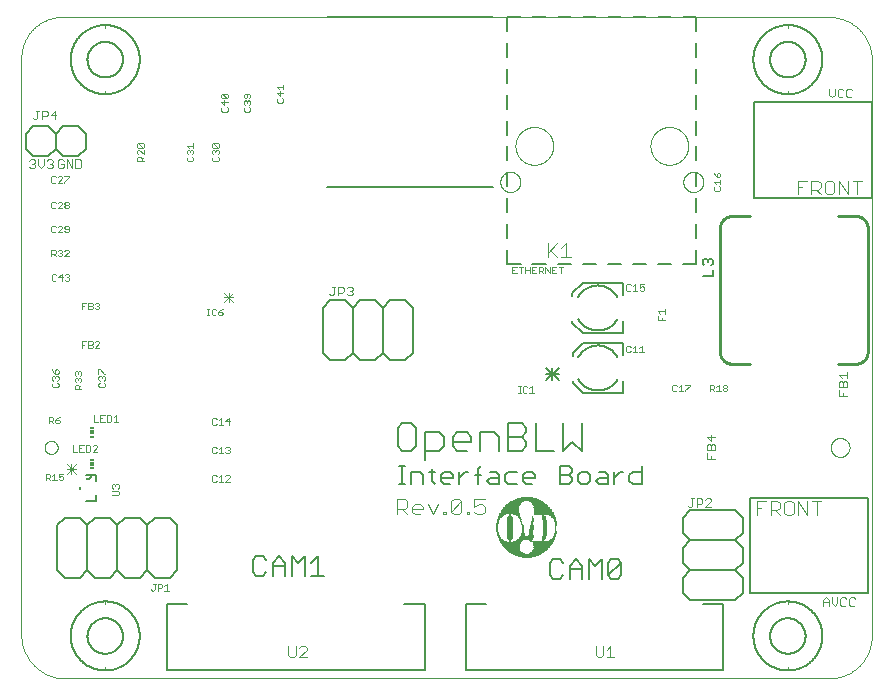
<source format=gto>
G75*
%MOIN*%
%OFA0B0*%
%FSLAX25Y25*%
%IPPOS*%
%LPD*%
%AMOC8*
5,1,8,0,0,1.08239X$1,22.5*
%
%ADD10C,0.00000*%
%ADD11C,0.00800*%
%ADD12C,0.00500*%
%ADD13C,0.00400*%
%ADD14C,0.00600*%
%ADD15C,0.00300*%
%ADD16C,0.00200*%
%ADD17R,0.01181X0.00591*%
%ADD18R,0.01181X0.01181*%
%ADD19R,0.01772X0.00039*%
%ADD20R,0.02480X0.00039*%
%ADD21R,0.03031X0.00039*%
%ADD22R,0.03504X0.00039*%
%ADD23R,0.03976X0.00039*%
%ADD24R,0.04291X0.00039*%
%ADD25R,0.04685X0.00039*%
%ADD26R,0.05000X0.00039*%
%ADD27R,0.05315X0.00039*%
%ADD28R,0.05551X0.00039*%
%ADD29R,0.05866X0.00039*%
%ADD30R,0.06102X0.00039*%
%ADD31R,0.06339X0.00039*%
%ADD32R,0.06575X0.00039*%
%ADD33R,0.06811X0.00039*%
%ADD34R,0.06969X0.00039*%
%ADD35R,0.07205X0.00039*%
%ADD36R,0.07441X0.00039*%
%ADD37R,0.07598X0.00039*%
%ADD38R,0.07756X0.00039*%
%ADD39R,0.07992X0.00039*%
%ADD40R,0.08150X0.00039*%
%ADD41R,0.08307X0.00039*%
%ADD42R,0.08465X0.00039*%
%ADD43R,0.08701X0.00039*%
%ADD44R,0.08858X0.00039*%
%ADD45R,0.09016X0.00039*%
%ADD46R,0.09173X0.00039*%
%ADD47R,0.04134X0.00039*%
%ADD48R,0.03937X0.00039*%
%ADD49R,0.04094X0.00039*%
%ADD50R,0.03898X0.00039*%
%ADD51R,0.04055X0.00039*%
%ADD52R,0.03858X0.00039*%
%ADD53R,0.04016X0.00039*%
%ADD54R,0.03819X0.00039*%
%ADD55R,0.04173X0.00039*%
%ADD56R,0.04213X0.00039*%
%ADD57R,0.04252X0.00039*%
%ADD58R,0.04331X0.00039*%
%ADD59R,0.04409X0.00039*%
%ADD60R,0.04449X0.00039*%
%ADD61R,0.04488X0.00039*%
%ADD62R,0.04370X0.00039*%
%ADD63R,0.04528X0.00039*%
%ADD64R,0.04567X0.00039*%
%ADD65R,0.04606X0.00039*%
%ADD66R,0.04646X0.00039*%
%ADD67R,0.04724X0.00039*%
%ADD68R,0.04764X0.00039*%
%ADD69R,0.04803X0.00039*%
%ADD70R,0.04843X0.00039*%
%ADD71R,0.04882X0.00039*%
%ADD72R,0.04921X0.00039*%
%ADD73R,0.04961X0.00039*%
%ADD74R,0.05039X0.00039*%
%ADD75R,0.05079X0.00039*%
%ADD76R,0.05118X0.00039*%
%ADD77R,0.05157X0.00039*%
%ADD78R,0.05197X0.00039*%
%ADD79R,0.05236X0.00039*%
%ADD80R,0.05276X0.00039*%
%ADD81R,0.05354X0.00039*%
%ADD82R,0.05394X0.00039*%
%ADD83R,0.05433X0.00039*%
%ADD84R,0.05472X0.00039*%
%ADD85R,0.05512X0.00039*%
%ADD86R,0.05591X0.00039*%
%ADD87R,0.05630X0.00039*%
%ADD88R,0.05669X0.00039*%
%ADD89R,0.05709X0.00039*%
%ADD90R,0.05748X0.00039*%
%ADD91R,0.05787X0.00039*%
%ADD92R,0.05827X0.00039*%
%ADD93R,0.05906X0.00039*%
%ADD94R,0.05945X0.00039*%
%ADD95R,0.05984X0.00039*%
%ADD96R,0.06024X0.00039*%
%ADD97R,0.06063X0.00039*%
%ADD98R,0.06142X0.00039*%
%ADD99R,0.06181X0.00039*%
%ADD100R,0.06220X0.00039*%
%ADD101R,0.06260X0.00039*%
%ADD102R,0.06299X0.00039*%
%ADD103R,0.06378X0.00039*%
%ADD104R,0.06457X0.00039*%
%ADD105R,0.06496X0.00039*%
%ADD106R,0.06535X0.00039*%
%ADD107R,0.06614X0.00039*%
%ADD108R,0.06693X0.00039*%
%ADD109R,0.06732X0.00039*%
%ADD110R,0.06654X0.00039*%
%ADD111R,0.02638X0.00039*%
%ADD112R,0.00551X0.00039*%
%ADD113R,0.06850X0.00039*%
%ADD114R,0.02402X0.00039*%
%ADD115R,0.02795X0.00039*%
%ADD116R,0.06890X0.00039*%
%ADD117R,0.02244X0.00039*%
%ADD118R,0.02677X0.00039*%
%ADD119R,0.02087X0.00039*%
%ADD120R,0.02559X0.00039*%
%ADD121R,0.07008X0.00039*%
%ADD122R,0.02008X0.00039*%
%ADD123R,0.02441X0.00039*%
%ADD124R,0.07087X0.00039*%
%ADD125R,0.01850X0.00039*%
%ADD126R,0.02362X0.00039*%
%ADD127R,0.07126X0.00039*%
%ADD128R,0.01811X0.00039*%
%ADD129R,0.02323X0.00039*%
%ADD130R,0.00197X0.00039*%
%ADD131R,0.00591X0.00039*%
%ADD132R,0.02283X0.00039*%
%ADD133R,0.01693X0.00039*%
%ADD134R,0.00118X0.00039*%
%ADD135R,0.02047X0.00039*%
%ADD136R,0.01654X0.00039*%
%ADD137R,0.02205X0.00039*%
%ADD138R,0.01929X0.00039*%
%ADD139R,0.01614X0.00039*%
%ADD140R,0.02165X0.00039*%
%ADD141R,0.01535X0.00039*%
%ADD142R,0.01732X0.00039*%
%ADD143R,0.01496X0.00039*%
%ADD144R,0.00157X0.00039*%
%ADD145R,0.01417X0.00039*%
%ADD146R,0.00236X0.00039*%
%ADD147R,0.01378X0.00039*%
%ADD148R,0.00276X0.00039*%
%ADD149R,0.01575X0.00039*%
%ADD150R,0.01339X0.00039*%
%ADD151R,0.00315X0.00039*%
%ADD152R,0.01299X0.00039*%
%ADD153R,0.00394X0.00039*%
%ADD154R,0.01457X0.00039*%
%ADD155R,0.01220X0.00039*%
%ADD156R,0.00472X0.00039*%
%ADD157R,0.00512X0.00039*%
%ADD158R,0.01181X0.00039*%
%ADD159R,0.01102X0.00039*%
%ADD160R,0.00669X0.00039*%
%ADD161R,0.01260X0.00039*%
%ADD162R,0.00709X0.00039*%
%ADD163R,0.00827X0.00039*%
%ADD164R,0.01063X0.00039*%
%ADD165R,0.00945X0.00039*%
%ADD166R,0.01024X0.00039*%
%ADD167R,0.01142X0.00039*%
%ADD168R,0.00984X0.00039*%
%ADD169R,0.00906X0.00039*%
%ADD170R,0.00866X0.00039*%
%ADD171R,0.00787X0.00039*%
%ADD172R,0.00748X0.00039*%
%ADD173R,0.00630X0.00039*%
%ADD174R,0.00433X0.00039*%
%ADD175R,0.00354X0.00039*%
%ADD176R,0.00079X0.00039*%
%ADD177R,0.01890X0.00039*%
%ADD178R,0.01969X0.00039*%
%ADD179R,0.02126X0.00039*%
%ADD180R,0.02598X0.00039*%
%ADD181R,0.02520X0.00039*%
%ADD182R,0.06417X0.00039*%
%ADD183R,0.09409X0.00039*%
%ADD184R,0.09331X0.00039*%
%ADD185C,0.01000*%
%ADD186C,0.00700*%
D10*
X0015673Y0001500D02*
X0270791Y0001500D01*
X0271133Y0001504D01*
X0271476Y0001517D01*
X0271818Y0001537D01*
X0272159Y0001566D01*
X0272499Y0001603D01*
X0272839Y0001649D01*
X0273177Y0001702D01*
X0273514Y0001764D01*
X0273849Y0001834D01*
X0274183Y0001912D01*
X0274514Y0001998D01*
X0274844Y0002092D01*
X0275171Y0002194D01*
X0275495Y0002303D01*
X0275817Y0002421D01*
X0276136Y0002546D01*
X0276451Y0002679D01*
X0276764Y0002820D01*
X0277072Y0002968D01*
X0277378Y0003123D01*
X0277679Y0003286D01*
X0277976Y0003456D01*
X0278269Y0003633D01*
X0278558Y0003818D01*
X0278842Y0004009D01*
X0279122Y0004207D01*
X0279396Y0004411D01*
X0279666Y0004623D01*
X0279930Y0004840D01*
X0280189Y0005064D01*
X0280443Y0005295D01*
X0280691Y0005531D01*
X0280933Y0005773D01*
X0281169Y0006021D01*
X0281400Y0006275D01*
X0281624Y0006534D01*
X0281841Y0006798D01*
X0282053Y0007068D01*
X0282257Y0007342D01*
X0282455Y0007622D01*
X0282646Y0007906D01*
X0282831Y0008195D01*
X0283008Y0008488D01*
X0283178Y0008785D01*
X0283341Y0009086D01*
X0283496Y0009392D01*
X0283644Y0009700D01*
X0283785Y0010013D01*
X0283918Y0010328D01*
X0284043Y0010647D01*
X0284161Y0010969D01*
X0284270Y0011293D01*
X0284372Y0011620D01*
X0284466Y0011950D01*
X0284552Y0012281D01*
X0284630Y0012615D01*
X0284700Y0012950D01*
X0284762Y0013287D01*
X0284815Y0013625D01*
X0284861Y0013965D01*
X0284898Y0014305D01*
X0284927Y0014646D01*
X0284947Y0014988D01*
X0284960Y0015331D01*
X0284964Y0015673D01*
X0284965Y0015673D02*
X0284965Y0207799D01*
X0284964Y0207799D02*
X0284960Y0208141D01*
X0284947Y0208484D01*
X0284927Y0208826D01*
X0284898Y0209167D01*
X0284861Y0209507D01*
X0284815Y0209847D01*
X0284762Y0210185D01*
X0284700Y0210522D01*
X0284630Y0210857D01*
X0284552Y0211191D01*
X0284466Y0211522D01*
X0284372Y0211852D01*
X0284270Y0212179D01*
X0284161Y0212503D01*
X0284043Y0212825D01*
X0283918Y0213144D01*
X0283785Y0213459D01*
X0283644Y0213772D01*
X0283496Y0214080D01*
X0283341Y0214386D01*
X0283178Y0214687D01*
X0283008Y0214984D01*
X0282831Y0215277D01*
X0282646Y0215566D01*
X0282455Y0215850D01*
X0282257Y0216130D01*
X0282053Y0216404D01*
X0281841Y0216674D01*
X0281624Y0216938D01*
X0281400Y0217197D01*
X0281169Y0217451D01*
X0280933Y0217699D01*
X0280691Y0217941D01*
X0280443Y0218177D01*
X0280189Y0218408D01*
X0279930Y0218632D01*
X0279666Y0218849D01*
X0279396Y0219061D01*
X0279122Y0219265D01*
X0278842Y0219463D01*
X0278558Y0219654D01*
X0278269Y0219839D01*
X0277976Y0220016D01*
X0277679Y0220186D01*
X0277378Y0220349D01*
X0277072Y0220504D01*
X0276764Y0220652D01*
X0276451Y0220793D01*
X0276136Y0220926D01*
X0275817Y0221051D01*
X0275495Y0221169D01*
X0275171Y0221278D01*
X0274844Y0221380D01*
X0274514Y0221474D01*
X0274183Y0221560D01*
X0273849Y0221638D01*
X0273514Y0221708D01*
X0273177Y0221770D01*
X0272839Y0221823D01*
X0272499Y0221869D01*
X0272159Y0221906D01*
X0271818Y0221935D01*
X0271476Y0221955D01*
X0271133Y0221968D01*
X0270791Y0221972D01*
X0015673Y0221972D01*
X0001500Y0208799D02*
X0001500Y0016673D01*
X0001492Y0016318D01*
X0001492Y0015963D01*
X0001502Y0015609D01*
X0001520Y0015254D01*
X0001546Y0014901D01*
X0001581Y0014548D01*
X0001625Y0014195D01*
X0001677Y0013845D01*
X0001737Y0013495D01*
X0001806Y0013147D01*
X0001884Y0012801D01*
X0001969Y0012456D01*
X0002063Y0012114D01*
X0002165Y0011774D01*
X0002276Y0011437D01*
X0002394Y0011103D01*
X0002521Y0010771D01*
X0002655Y0010443D01*
X0002798Y0010118D01*
X0002948Y0009797D01*
X0003106Y0009479D01*
X0003271Y0009165D01*
X0003445Y0008855D01*
X0003625Y0008550D01*
X0003813Y0008249D01*
X0004008Y0007953D01*
X0004210Y0007661D01*
X0004419Y0007375D01*
X0004635Y0007093D01*
X0004858Y0006817D01*
X0005088Y0006546D01*
X0005323Y0006281D01*
X0005566Y0006022D01*
X0005814Y0005769D01*
X0006068Y0005521D01*
X0006329Y0005280D01*
X0006595Y0005046D01*
X0006867Y0004817D01*
X0007144Y0004596D01*
X0007426Y0004381D01*
X0007714Y0004173D01*
X0008006Y0003972D01*
X0008303Y0003778D01*
X0008605Y0003592D01*
X0008911Y0003413D01*
X0009222Y0003241D01*
X0009536Y0003077D01*
X0009855Y0002920D01*
X0010177Y0002771D01*
X0010502Y0002630D01*
X0010831Y0002497D01*
X0011163Y0002372D01*
X0011498Y0002255D01*
X0011836Y0002146D01*
X0012176Y0002046D01*
X0012518Y0001953D01*
X0012863Y0001869D01*
X0013210Y0001793D01*
X0013558Y0001726D01*
X0013908Y0001667D01*
X0014259Y0001616D01*
X0014611Y0001574D01*
X0014965Y0001541D01*
X0015319Y0001516D01*
X0015673Y0001500D01*
X0009276Y0078500D02*
X0009278Y0078593D01*
X0009284Y0078685D01*
X0009294Y0078777D01*
X0009308Y0078868D01*
X0009325Y0078959D01*
X0009347Y0079049D01*
X0009372Y0079138D01*
X0009401Y0079226D01*
X0009434Y0079312D01*
X0009471Y0079397D01*
X0009511Y0079481D01*
X0009555Y0079562D01*
X0009602Y0079642D01*
X0009652Y0079720D01*
X0009706Y0079795D01*
X0009763Y0079868D01*
X0009823Y0079938D01*
X0009886Y0080006D01*
X0009952Y0080071D01*
X0010020Y0080133D01*
X0010091Y0080193D01*
X0010165Y0080249D01*
X0010241Y0080302D01*
X0010319Y0080351D01*
X0010399Y0080398D01*
X0010481Y0080440D01*
X0010565Y0080480D01*
X0010650Y0080515D01*
X0010737Y0080547D01*
X0010825Y0080576D01*
X0010914Y0080600D01*
X0011004Y0080621D01*
X0011095Y0080637D01*
X0011187Y0080650D01*
X0011279Y0080659D01*
X0011372Y0080664D01*
X0011464Y0080665D01*
X0011557Y0080662D01*
X0011649Y0080655D01*
X0011741Y0080644D01*
X0011832Y0080629D01*
X0011923Y0080611D01*
X0012013Y0080588D01*
X0012101Y0080562D01*
X0012189Y0080532D01*
X0012275Y0080498D01*
X0012359Y0080461D01*
X0012442Y0080419D01*
X0012523Y0080375D01*
X0012603Y0080327D01*
X0012680Y0080276D01*
X0012754Y0080221D01*
X0012827Y0080163D01*
X0012897Y0080103D01*
X0012964Y0080039D01*
X0013028Y0079973D01*
X0013090Y0079903D01*
X0013148Y0079832D01*
X0013203Y0079758D01*
X0013255Y0079681D01*
X0013304Y0079602D01*
X0013350Y0079522D01*
X0013392Y0079439D01*
X0013430Y0079355D01*
X0013465Y0079269D01*
X0013496Y0079182D01*
X0013523Y0079094D01*
X0013546Y0079004D01*
X0013566Y0078914D01*
X0013582Y0078823D01*
X0013594Y0078731D01*
X0013602Y0078639D01*
X0013606Y0078546D01*
X0013606Y0078454D01*
X0013602Y0078361D01*
X0013594Y0078269D01*
X0013582Y0078177D01*
X0013566Y0078086D01*
X0013546Y0077996D01*
X0013523Y0077906D01*
X0013496Y0077818D01*
X0013465Y0077731D01*
X0013430Y0077645D01*
X0013392Y0077561D01*
X0013350Y0077478D01*
X0013304Y0077398D01*
X0013255Y0077319D01*
X0013203Y0077242D01*
X0013148Y0077168D01*
X0013090Y0077097D01*
X0013028Y0077027D01*
X0012964Y0076961D01*
X0012897Y0076897D01*
X0012827Y0076837D01*
X0012754Y0076779D01*
X0012680Y0076724D01*
X0012603Y0076673D01*
X0012524Y0076625D01*
X0012442Y0076581D01*
X0012359Y0076539D01*
X0012275Y0076502D01*
X0012189Y0076468D01*
X0012101Y0076438D01*
X0012013Y0076412D01*
X0011923Y0076389D01*
X0011832Y0076371D01*
X0011741Y0076356D01*
X0011649Y0076345D01*
X0011557Y0076338D01*
X0011464Y0076335D01*
X0011372Y0076336D01*
X0011279Y0076341D01*
X0011187Y0076350D01*
X0011095Y0076363D01*
X0011004Y0076379D01*
X0010914Y0076400D01*
X0010825Y0076424D01*
X0010737Y0076453D01*
X0010650Y0076485D01*
X0010565Y0076520D01*
X0010481Y0076560D01*
X0010399Y0076602D01*
X0010319Y0076649D01*
X0010241Y0076698D01*
X0010165Y0076751D01*
X0010091Y0076807D01*
X0010020Y0076867D01*
X0009952Y0076929D01*
X0009886Y0076994D01*
X0009823Y0077062D01*
X0009763Y0077132D01*
X0009706Y0077205D01*
X0009652Y0077280D01*
X0009602Y0077358D01*
X0009555Y0077438D01*
X0009511Y0077519D01*
X0009471Y0077603D01*
X0009434Y0077688D01*
X0009401Y0077774D01*
X0009372Y0077862D01*
X0009347Y0077951D01*
X0009325Y0078041D01*
X0009308Y0078132D01*
X0009294Y0078223D01*
X0009284Y0078315D01*
X0009278Y0078407D01*
X0009276Y0078500D01*
X0161142Y0166992D02*
X0161144Y0167107D01*
X0161150Y0167223D01*
X0161160Y0167338D01*
X0161174Y0167453D01*
X0161192Y0167567D01*
X0161214Y0167680D01*
X0161239Y0167793D01*
X0161269Y0167904D01*
X0161302Y0168015D01*
X0161339Y0168124D01*
X0161380Y0168232D01*
X0161425Y0168339D01*
X0161473Y0168444D01*
X0161525Y0168547D01*
X0161581Y0168648D01*
X0161640Y0168748D01*
X0161702Y0168845D01*
X0161768Y0168940D01*
X0161836Y0169033D01*
X0161908Y0169123D01*
X0161983Y0169211D01*
X0162062Y0169296D01*
X0162143Y0169378D01*
X0162226Y0169458D01*
X0162313Y0169534D01*
X0162402Y0169608D01*
X0162493Y0169678D01*
X0162587Y0169746D01*
X0162683Y0169810D01*
X0162782Y0169870D01*
X0162882Y0169927D01*
X0162984Y0169981D01*
X0163088Y0170031D01*
X0163194Y0170078D01*
X0163301Y0170121D01*
X0163410Y0170160D01*
X0163520Y0170195D01*
X0163631Y0170226D01*
X0163743Y0170254D01*
X0163856Y0170278D01*
X0163970Y0170298D01*
X0164085Y0170314D01*
X0164200Y0170326D01*
X0164315Y0170334D01*
X0164430Y0170338D01*
X0164546Y0170338D01*
X0164661Y0170334D01*
X0164776Y0170326D01*
X0164891Y0170314D01*
X0165006Y0170298D01*
X0165120Y0170278D01*
X0165233Y0170254D01*
X0165345Y0170226D01*
X0165456Y0170195D01*
X0165566Y0170160D01*
X0165675Y0170121D01*
X0165782Y0170078D01*
X0165888Y0170031D01*
X0165992Y0169981D01*
X0166094Y0169927D01*
X0166194Y0169870D01*
X0166293Y0169810D01*
X0166389Y0169746D01*
X0166483Y0169678D01*
X0166574Y0169608D01*
X0166663Y0169534D01*
X0166750Y0169458D01*
X0166833Y0169378D01*
X0166914Y0169296D01*
X0166993Y0169211D01*
X0167068Y0169123D01*
X0167140Y0169033D01*
X0167208Y0168940D01*
X0167274Y0168845D01*
X0167336Y0168748D01*
X0167395Y0168648D01*
X0167451Y0168547D01*
X0167503Y0168444D01*
X0167551Y0168339D01*
X0167596Y0168232D01*
X0167637Y0168124D01*
X0167674Y0168015D01*
X0167707Y0167904D01*
X0167737Y0167793D01*
X0167762Y0167680D01*
X0167784Y0167567D01*
X0167802Y0167453D01*
X0167816Y0167338D01*
X0167826Y0167223D01*
X0167832Y0167107D01*
X0167834Y0166992D01*
X0167832Y0166877D01*
X0167826Y0166761D01*
X0167816Y0166646D01*
X0167802Y0166531D01*
X0167784Y0166417D01*
X0167762Y0166304D01*
X0167737Y0166191D01*
X0167707Y0166080D01*
X0167674Y0165969D01*
X0167637Y0165860D01*
X0167596Y0165752D01*
X0167551Y0165645D01*
X0167503Y0165540D01*
X0167451Y0165437D01*
X0167395Y0165336D01*
X0167336Y0165236D01*
X0167274Y0165139D01*
X0167208Y0165044D01*
X0167140Y0164951D01*
X0167068Y0164861D01*
X0166993Y0164773D01*
X0166914Y0164688D01*
X0166833Y0164606D01*
X0166750Y0164526D01*
X0166663Y0164450D01*
X0166574Y0164376D01*
X0166483Y0164306D01*
X0166389Y0164238D01*
X0166293Y0164174D01*
X0166194Y0164114D01*
X0166094Y0164057D01*
X0165992Y0164003D01*
X0165888Y0163953D01*
X0165782Y0163906D01*
X0165675Y0163863D01*
X0165566Y0163824D01*
X0165456Y0163789D01*
X0165345Y0163758D01*
X0165233Y0163730D01*
X0165120Y0163706D01*
X0165006Y0163686D01*
X0164891Y0163670D01*
X0164776Y0163658D01*
X0164661Y0163650D01*
X0164546Y0163646D01*
X0164430Y0163646D01*
X0164315Y0163650D01*
X0164200Y0163658D01*
X0164085Y0163670D01*
X0163970Y0163686D01*
X0163856Y0163706D01*
X0163743Y0163730D01*
X0163631Y0163758D01*
X0163520Y0163789D01*
X0163410Y0163824D01*
X0163301Y0163863D01*
X0163194Y0163906D01*
X0163088Y0163953D01*
X0162984Y0164003D01*
X0162882Y0164057D01*
X0162782Y0164114D01*
X0162683Y0164174D01*
X0162587Y0164238D01*
X0162493Y0164306D01*
X0162402Y0164376D01*
X0162313Y0164450D01*
X0162226Y0164526D01*
X0162143Y0164606D01*
X0162062Y0164688D01*
X0161983Y0164773D01*
X0161908Y0164861D01*
X0161836Y0164951D01*
X0161768Y0165044D01*
X0161702Y0165139D01*
X0161640Y0165236D01*
X0161581Y0165336D01*
X0161525Y0165437D01*
X0161473Y0165540D01*
X0161425Y0165645D01*
X0161380Y0165752D01*
X0161339Y0165860D01*
X0161302Y0165969D01*
X0161269Y0166080D01*
X0161239Y0166191D01*
X0161214Y0166304D01*
X0161192Y0166417D01*
X0161174Y0166531D01*
X0161160Y0166646D01*
X0161150Y0166761D01*
X0161144Y0166877D01*
X0161142Y0166992D01*
X0166201Y0179000D02*
X0166203Y0179158D01*
X0166209Y0179316D01*
X0166219Y0179474D01*
X0166233Y0179632D01*
X0166251Y0179789D01*
X0166272Y0179946D01*
X0166298Y0180102D01*
X0166328Y0180258D01*
X0166361Y0180413D01*
X0166399Y0180566D01*
X0166440Y0180719D01*
X0166485Y0180871D01*
X0166534Y0181022D01*
X0166587Y0181171D01*
X0166643Y0181319D01*
X0166703Y0181465D01*
X0166767Y0181610D01*
X0166835Y0181753D01*
X0166906Y0181895D01*
X0166980Y0182035D01*
X0167058Y0182172D01*
X0167140Y0182308D01*
X0167224Y0182442D01*
X0167313Y0182573D01*
X0167404Y0182702D01*
X0167499Y0182829D01*
X0167596Y0182954D01*
X0167697Y0183076D01*
X0167801Y0183195D01*
X0167908Y0183312D01*
X0168018Y0183426D01*
X0168131Y0183537D01*
X0168246Y0183646D01*
X0168364Y0183751D01*
X0168485Y0183853D01*
X0168608Y0183953D01*
X0168734Y0184049D01*
X0168862Y0184142D01*
X0168992Y0184232D01*
X0169125Y0184318D01*
X0169260Y0184402D01*
X0169396Y0184481D01*
X0169535Y0184558D01*
X0169676Y0184630D01*
X0169818Y0184700D01*
X0169962Y0184765D01*
X0170108Y0184827D01*
X0170255Y0184885D01*
X0170404Y0184940D01*
X0170554Y0184991D01*
X0170705Y0185038D01*
X0170857Y0185081D01*
X0171010Y0185120D01*
X0171165Y0185156D01*
X0171320Y0185187D01*
X0171476Y0185215D01*
X0171632Y0185239D01*
X0171789Y0185259D01*
X0171947Y0185275D01*
X0172104Y0185287D01*
X0172263Y0185295D01*
X0172421Y0185299D01*
X0172579Y0185299D01*
X0172737Y0185295D01*
X0172896Y0185287D01*
X0173053Y0185275D01*
X0173211Y0185259D01*
X0173368Y0185239D01*
X0173524Y0185215D01*
X0173680Y0185187D01*
X0173835Y0185156D01*
X0173990Y0185120D01*
X0174143Y0185081D01*
X0174295Y0185038D01*
X0174446Y0184991D01*
X0174596Y0184940D01*
X0174745Y0184885D01*
X0174892Y0184827D01*
X0175038Y0184765D01*
X0175182Y0184700D01*
X0175324Y0184630D01*
X0175465Y0184558D01*
X0175604Y0184481D01*
X0175740Y0184402D01*
X0175875Y0184318D01*
X0176008Y0184232D01*
X0176138Y0184142D01*
X0176266Y0184049D01*
X0176392Y0183953D01*
X0176515Y0183853D01*
X0176636Y0183751D01*
X0176754Y0183646D01*
X0176869Y0183537D01*
X0176982Y0183426D01*
X0177092Y0183312D01*
X0177199Y0183195D01*
X0177303Y0183076D01*
X0177404Y0182954D01*
X0177501Y0182829D01*
X0177596Y0182702D01*
X0177687Y0182573D01*
X0177776Y0182442D01*
X0177860Y0182308D01*
X0177942Y0182172D01*
X0178020Y0182035D01*
X0178094Y0181895D01*
X0178165Y0181753D01*
X0178233Y0181610D01*
X0178297Y0181465D01*
X0178357Y0181319D01*
X0178413Y0181171D01*
X0178466Y0181022D01*
X0178515Y0180871D01*
X0178560Y0180719D01*
X0178601Y0180566D01*
X0178639Y0180413D01*
X0178672Y0180258D01*
X0178702Y0180102D01*
X0178728Y0179946D01*
X0178749Y0179789D01*
X0178767Y0179632D01*
X0178781Y0179474D01*
X0178791Y0179316D01*
X0178797Y0179158D01*
X0178799Y0179000D01*
X0178797Y0178842D01*
X0178791Y0178684D01*
X0178781Y0178526D01*
X0178767Y0178368D01*
X0178749Y0178211D01*
X0178728Y0178054D01*
X0178702Y0177898D01*
X0178672Y0177742D01*
X0178639Y0177587D01*
X0178601Y0177434D01*
X0178560Y0177281D01*
X0178515Y0177129D01*
X0178466Y0176978D01*
X0178413Y0176829D01*
X0178357Y0176681D01*
X0178297Y0176535D01*
X0178233Y0176390D01*
X0178165Y0176247D01*
X0178094Y0176105D01*
X0178020Y0175965D01*
X0177942Y0175828D01*
X0177860Y0175692D01*
X0177776Y0175558D01*
X0177687Y0175427D01*
X0177596Y0175298D01*
X0177501Y0175171D01*
X0177404Y0175046D01*
X0177303Y0174924D01*
X0177199Y0174805D01*
X0177092Y0174688D01*
X0176982Y0174574D01*
X0176869Y0174463D01*
X0176754Y0174354D01*
X0176636Y0174249D01*
X0176515Y0174147D01*
X0176392Y0174047D01*
X0176266Y0173951D01*
X0176138Y0173858D01*
X0176008Y0173768D01*
X0175875Y0173682D01*
X0175740Y0173598D01*
X0175604Y0173519D01*
X0175465Y0173442D01*
X0175324Y0173370D01*
X0175182Y0173300D01*
X0175038Y0173235D01*
X0174892Y0173173D01*
X0174745Y0173115D01*
X0174596Y0173060D01*
X0174446Y0173009D01*
X0174295Y0172962D01*
X0174143Y0172919D01*
X0173990Y0172880D01*
X0173835Y0172844D01*
X0173680Y0172813D01*
X0173524Y0172785D01*
X0173368Y0172761D01*
X0173211Y0172741D01*
X0173053Y0172725D01*
X0172896Y0172713D01*
X0172737Y0172705D01*
X0172579Y0172701D01*
X0172421Y0172701D01*
X0172263Y0172705D01*
X0172104Y0172713D01*
X0171947Y0172725D01*
X0171789Y0172741D01*
X0171632Y0172761D01*
X0171476Y0172785D01*
X0171320Y0172813D01*
X0171165Y0172844D01*
X0171010Y0172880D01*
X0170857Y0172919D01*
X0170705Y0172962D01*
X0170554Y0173009D01*
X0170404Y0173060D01*
X0170255Y0173115D01*
X0170108Y0173173D01*
X0169962Y0173235D01*
X0169818Y0173300D01*
X0169676Y0173370D01*
X0169535Y0173442D01*
X0169396Y0173519D01*
X0169260Y0173598D01*
X0169125Y0173682D01*
X0168992Y0173768D01*
X0168862Y0173858D01*
X0168734Y0173951D01*
X0168608Y0174047D01*
X0168485Y0174147D01*
X0168364Y0174249D01*
X0168246Y0174354D01*
X0168131Y0174463D01*
X0168018Y0174574D01*
X0167908Y0174688D01*
X0167801Y0174805D01*
X0167697Y0174924D01*
X0167596Y0175046D01*
X0167499Y0175171D01*
X0167404Y0175298D01*
X0167313Y0175427D01*
X0167224Y0175558D01*
X0167140Y0175692D01*
X0167058Y0175828D01*
X0166980Y0175965D01*
X0166906Y0176105D01*
X0166835Y0176247D01*
X0166767Y0176390D01*
X0166703Y0176535D01*
X0166643Y0176681D01*
X0166587Y0176829D01*
X0166534Y0176978D01*
X0166485Y0177129D01*
X0166440Y0177281D01*
X0166399Y0177434D01*
X0166361Y0177587D01*
X0166328Y0177742D01*
X0166298Y0177898D01*
X0166272Y0178054D01*
X0166251Y0178211D01*
X0166233Y0178368D01*
X0166219Y0178526D01*
X0166209Y0178684D01*
X0166203Y0178842D01*
X0166201Y0179000D01*
X0211201Y0179000D02*
X0211203Y0179158D01*
X0211209Y0179316D01*
X0211219Y0179474D01*
X0211233Y0179632D01*
X0211251Y0179789D01*
X0211272Y0179946D01*
X0211298Y0180102D01*
X0211328Y0180258D01*
X0211361Y0180413D01*
X0211399Y0180566D01*
X0211440Y0180719D01*
X0211485Y0180871D01*
X0211534Y0181022D01*
X0211587Y0181171D01*
X0211643Y0181319D01*
X0211703Y0181465D01*
X0211767Y0181610D01*
X0211835Y0181753D01*
X0211906Y0181895D01*
X0211980Y0182035D01*
X0212058Y0182172D01*
X0212140Y0182308D01*
X0212224Y0182442D01*
X0212313Y0182573D01*
X0212404Y0182702D01*
X0212499Y0182829D01*
X0212596Y0182954D01*
X0212697Y0183076D01*
X0212801Y0183195D01*
X0212908Y0183312D01*
X0213018Y0183426D01*
X0213131Y0183537D01*
X0213246Y0183646D01*
X0213364Y0183751D01*
X0213485Y0183853D01*
X0213608Y0183953D01*
X0213734Y0184049D01*
X0213862Y0184142D01*
X0213992Y0184232D01*
X0214125Y0184318D01*
X0214260Y0184402D01*
X0214396Y0184481D01*
X0214535Y0184558D01*
X0214676Y0184630D01*
X0214818Y0184700D01*
X0214962Y0184765D01*
X0215108Y0184827D01*
X0215255Y0184885D01*
X0215404Y0184940D01*
X0215554Y0184991D01*
X0215705Y0185038D01*
X0215857Y0185081D01*
X0216010Y0185120D01*
X0216165Y0185156D01*
X0216320Y0185187D01*
X0216476Y0185215D01*
X0216632Y0185239D01*
X0216789Y0185259D01*
X0216947Y0185275D01*
X0217104Y0185287D01*
X0217263Y0185295D01*
X0217421Y0185299D01*
X0217579Y0185299D01*
X0217737Y0185295D01*
X0217896Y0185287D01*
X0218053Y0185275D01*
X0218211Y0185259D01*
X0218368Y0185239D01*
X0218524Y0185215D01*
X0218680Y0185187D01*
X0218835Y0185156D01*
X0218990Y0185120D01*
X0219143Y0185081D01*
X0219295Y0185038D01*
X0219446Y0184991D01*
X0219596Y0184940D01*
X0219745Y0184885D01*
X0219892Y0184827D01*
X0220038Y0184765D01*
X0220182Y0184700D01*
X0220324Y0184630D01*
X0220465Y0184558D01*
X0220604Y0184481D01*
X0220740Y0184402D01*
X0220875Y0184318D01*
X0221008Y0184232D01*
X0221138Y0184142D01*
X0221266Y0184049D01*
X0221392Y0183953D01*
X0221515Y0183853D01*
X0221636Y0183751D01*
X0221754Y0183646D01*
X0221869Y0183537D01*
X0221982Y0183426D01*
X0222092Y0183312D01*
X0222199Y0183195D01*
X0222303Y0183076D01*
X0222404Y0182954D01*
X0222501Y0182829D01*
X0222596Y0182702D01*
X0222687Y0182573D01*
X0222776Y0182442D01*
X0222860Y0182308D01*
X0222942Y0182172D01*
X0223020Y0182035D01*
X0223094Y0181895D01*
X0223165Y0181753D01*
X0223233Y0181610D01*
X0223297Y0181465D01*
X0223357Y0181319D01*
X0223413Y0181171D01*
X0223466Y0181022D01*
X0223515Y0180871D01*
X0223560Y0180719D01*
X0223601Y0180566D01*
X0223639Y0180413D01*
X0223672Y0180258D01*
X0223702Y0180102D01*
X0223728Y0179946D01*
X0223749Y0179789D01*
X0223767Y0179632D01*
X0223781Y0179474D01*
X0223791Y0179316D01*
X0223797Y0179158D01*
X0223799Y0179000D01*
X0223797Y0178842D01*
X0223791Y0178684D01*
X0223781Y0178526D01*
X0223767Y0178368D01*
X0223749Y0178211D01*
X0223728Y0178054D01*
X0223702Y0177898D01*
X0223672Y0177742D01*
X0223639Y0177587D01*
X0223601Y0177434D01*
X0223560Y0177281D01*
X0223515Y0177129D01*
X0223466Y0176978D01*
X0223413Y0176829D01*
X0223357Y0176681D01*
X0223297Y0176535D01*
X0223233Y0176390D01*
X0223165Y0176247D01*
X0223094Y0176105D01*
X0223020Y0175965D01*
X0222942Y0175828D01*
X0222860Y0175692D01*
X0222776Y0175558D01*
X0222687Y0175427D01*
X0222596Y0175298D01*
X0222501Y0175171D01*
X0222404Y0175046D01*
X0222303Y0174924D01*
X0222199Y0174805D01*
X0222092Y0174688D01*
X0221982Y0174574D01*
X0221869Y0174463D01*
X0221754Y0174354D01*
X0221636Y0174249D01*
X0221515Y0174147D01*
X0221392Y0174047D01*
X0221266Y0173951D01*
X0221138Y0173858D01*
X0221008Y0173768D01*
X0220875Y0173682D01*
X0220740Y0173598D01*
X0220604Y0173519D01*
X0220465Y0173442D01*
X0220324Y0173370D01*
X0220182Y0173300D01*
X0220038Y0173235D01*
X0219892Y0173173D01*
X0219745Y0173115D01*
X0219596Y0173060D01*
X0219446Y0173009D01*
X0219295Y0172962D01*
X0219143Y0172919D01*
X0218990Y0172880D01*
X0218835Y0172844D01*
X0218680Y0172813D01*
X0218524Y0172785D01*
X0218368Y0172761D01*
X0218211Y0172741D01*
X0218053Y0172725D01*
X0217896Y0172713D01*
X0217737Y0172705D01*
X0217579Y0172701D01*
X0217421Y0172701D01*
X0217263Y0172705D01*
X0217104Y0172713D01*
X0216947Y0172725D01*
X0216789Y0172741D01*
X0216632Y0172761D01*
X0216476Y0172785D01*
X0216320Y0172813D01*
X0216165Y0172844D01*
X0216010Y0172880D01*
X0215857Y0172919D01*
X0215705Y0172962D01*
X0215554Y0173009D01*
X0215404Y0173060D01*
X0215255Y0173115D01*
X0215108Y0173173D01*
X0214962Y0173235D01*
X0214818Y0173300D01*
X0214676Y0173370D01*
X0214535Y0173442D01*
X0214396Y0173519D01*
X0214260Y0173598D01*
X0214125Y0173682D01*
X0213992Y0173768D01*
X0213862Y0173858D01*
X0213734Y0173951D01*
X0213608Y0174047D01*
X0213485Y0174147D01*
X0213364Y0174249D01*
X0213246Y0174354D01*
X0213131Y0174463D01*
X0213018Y0174574D01*
X0212908Y0174688D01*
X0212801Y0174805D01*
X0212697Y0174924D01*
X0212596Y0175046D01*
X0212499Y0175171D01*
X0212404Y0175298D01*
X0212313Y0175427D01*
X0212224Y0175558D01*
X0212140Y0175692D01*
X0212058Y0175828D01*
X0211980Y0175965D01*
X0211906Y0176105D01*
X0211835Y0176247D01*
X0211767Y0176390D01*
X0211703Y0176535D01*
X0211643Y0176681D01*
X0211587Y0176829D01*
X0211534Y0176978D01*
X0211485Y0177129D01*
X0211440Y0177281D01*
X0211399Y0177434D01*
X0211361Y0177587D01*
X0211328Y0177742D01*
X0211298Y0177898D01*
X0211272Y0178054D01*
X0211251Y0178211D01*
X0211233Y0178368D01*
X0211219Y0178526D01*
X0211209Y0178684D01*
X0211203Y0178842D01*
X0211201Y0179000D01*
X0222166Y0166992D02*
X0222168Y0167107D01*
X0222174Y0167223D01*
X0222184Y0167338D01*
X0222198Y0167453D01*
X0222216Y0167567D01*
X0222238Y0167680D01*
X0222263Y0167793D01*
X0222293Y0167904D01*
X0222326Y0168015D01*
X0222363Y0168124D01*
X0222404Y0168232D01*
X0222449Y0168339D01*
X0222497Y0168444D01*
X0222549Y0168547D01*
X0222605Y0168648D01*
X0222664Y0168748D01*
X0222726Y0168845D01*
X0222792Y0168940D01*
X0222860Y0169033D01*
X0222932Y0169123D01*
X0223007Y0169211D01*
X0223086Y0169296D01*
X0223167Y0169378D01*
X0223250Y0169458D01*
X0223337Y0169534D01*
X0223426Y0169608D01*
X0223517Y0169678D01*
X0223611Y0169746D01*
X0223707Y0169810D01*
X0223806Y0169870D01*
X0223906Y0169927D01*
X0224008Y0169981D01*
X0224112Y0170031D01*
X0224218Y0170078D01*
X0224325Y0170121D01*
X0224434Y0170160D01*
X0224544Y0170195D01*
X0224655Y0170226D01*
X0224767Y0170254D01*
X0224880Y0170278D01*
X0224994Y0170298D01*
X0225109Y0170314D01*
X0225224Y0170326D01*
X0225339Y0170334D01*
X0225454Y0170338D01*
X0225570Y0170338D01*
X0225685Y0170334D01*
X0225800Y0170326D01*
X0225915Y0170314D01*
X0226030Y0170298D01*
X0226144Y0170278D01*
X0226257Y0170254D01*
X0226369Y0170226D01*
X0226480Y0170195D01*
X0226590Y0170160D01*
X0226699Y0170121D01*
X0226806Y0170078D01*
X0226912Y0170031D01*
X0227016Y0169981D01*
X0227118Y0169927D01*
X0227218Y0169870D01*
X0227317Y0169810D01*
X0227413Y0169746D01*
X0227507Y0169678D01*
X0227598Y0169608D01*
X0227687Y0169534D01*
X0227774Y0169458D01*
X0227857Y0169378D01*
X0227938Y0169296D01*
X0228017Y0169211D01*
X0228092Y0169123D01*
X0228164Y0169033D01*
X0228232Y0168940D01*
X0228298Y0168845D01*
X0228360Y0168748D01*
X0228419Y0168648D01*
X0228475Y0168547D01*
X0228527Y0168444D01*
X0228575Y0168339D01*
X0228620Y0168232D01*
X0228661Y0168124D01*
X0228698Y0168015D01*
X0228731Y0167904D01*
X0228761Y0167793D01*
X0228786Y0167680D01*
X0228808Y0167567D01*
X0228826Y0167453D01*
X0228840Y0167338D01*
X0228850Y0167223D01*
X0228856Y0167107D01*
X0228858Y0166992D01*
X0228856Y0166877D01*
X0228850Y0166761D01*
X0228840Y0166646D01*
X0228826Y0166531D01*
X0228808Y0166417D01*
X0228786Y0166304D01*
X0228761Y0166191D01*
X0228731Y0166080D01*
X0228698Y0165969D01*
X0228661Y0165860D01*
X0228620Y0165752D01*
X0228575Y0165645D01*
X0228527Y0165540D01*
X0228475Y0165437D01*
X0228419Y0165336D01*
X0228360Y0165236D01*
X0228298Y0165139D01*
X0228232Y0165044D01*
X0228164Y0164951D01*
X0228092Y0164861D01*
X0228017Y0164773D01*
X0227938Y0164688D01*
X0227857Y0164606D01*
X0227774Y0164526D01*
X0227687Y0164450D01*
X0227598Y0164376D01*
X0227507Y0164306D01*
X0227413Y0164238D01*
X0227317Y0164174D01*
X0227218Y0164114D01*
X0227118Y0164057D01*
X0227016Y0164003D01*
X0226912Y0163953D01*
X0226806Y0163906D01*
X0226699Y0163863D01*
X0226590Y0163824D01*
X0226480Y0163789D01*
X0226369Y0163758D01*
X0226257Y0163730D01*
X0226144Y0163706D01*
X0226030Y0163686D01*
X0225915Y0163670D01*
X0225800Y0163658D01*
X0225685Y0163650D01*
X0225570Y0163646D01*
X0225454Y0163646D01*
X0225339Y0163650D01*
X0225224Y0163658D01*
X0225109Y0163670D01*
X0224994Y0163686D01*
X0224880Y0163706D01*
X0224767Y0163730D01*
X0224655Y0163758D01*
X0224544Y0163789D01*
X0224434Y0163824D01*
X0224325Y0163863D01*
X0224218Y0163906D01*
X0224112Y0163953D01*
X0224008Y0164003D01*
X0223906Y0164057D01*
X0223806Y0164114D01*
X0223707Y0164174D01*
X0223611Y0164238D01*
X0223517Y0164306D01*
X0223426Y0164376D01*
X0223337Y0164450D01*
X0223250Y0164526D01*
X0223167Y0164606D01*
X0223086Y0164688D01*
X0223007Y0164773D01*
X0222932Y0164861D01*
X0222860Y0164951D01*
X0222792Y0165044D01*
X0222726Y0165139D01*
X0222664Y0165236D01*
X0222605Y0165336D01*
X0222549Y0165437D01*
X0222497Y0165540D01*
X0222449Y0165645D01*
X0222404Y0165752D01*
X0222363Y0165860D01*
X0222326Y0165969D01*
X0222293Y0166080D01*
X0222263Y0166191D01*
X0222238Y0166304D01*
X0222216Y0166417D01*
X0222198Y0166531D01*
X0222184Y0166646D01*
X0222174Y0166761D01*
X0222168Y0166877D01*
X0222166Y0166992D01*
X0271283Y0078500D02*
X0271285Y0078612D01*
X0271291Y0078723D01*
X0271301Y0078835D01*
X0271315Y0078946D01*
X0271332Y0079056D01*
X0271354Y0079166D01*
X0271380Y0079275D01*
X0271409Y0079383D01*
X0271442Y0079489D01*
X0271479Y0079595D01*
X0271520Y0079699D01*
X0271565Y0079802D01*
X0271613Y0079903D01*
X0271664Y0080002D01*
X0271719Y0080099D01*
X0271778Y0080194D01*
X0271839Y0080288D01*
X0271904Y0080379D01*
X0271973Y0080467D01*
X0272044Y0080553D01*
X0272118Y0080637D01*
X0272196Y0080717D01*
X0272276Y0080795D01*
X0272359Y0080871D01*
X0272444Y0080943D01*
X0272532Y0081012D01*
X0272622Y0081078D01*
X0272715Y0081140D01*
X0272810Y0081200D01*
X0272907Y0081256D01*
X0273005Y0081308D01*
X0273106Y0081357D01*
X0273208Y0081402D01*
X0273312Y0081444D01*
X0273417Y0081482D01*
X0273524Y0081516D01*
X0273631Y0081546D01*
X0273740Y0081573D01*
X0273849Y0081595D01*
X0273960Y0081614D01*
X0274070Y0081629D01*
X0274182Y0081640D01*
X0274293Y0081647D01*
X0274405Y0081650D01*
X0274517Y0081649D01*
X0274629Y0081644D01*
X0274740Y0081635D01*
X0274851Y0081622D01*
X0274962Y0081605D01*
X0275072Y0081585D01*
X0275181Y0081560D01*
X0275289Y0081532D01*
X0275396Y0081499D01*
X0275502Y0081463D01*
X0275606Y0081423D01*
X0275709Y0081380D01*
X0275811Y0081333D01*
X0275910Y0081282D01*
X0276008Y0081228D01*
X0276104Y0081170D01*
X0276198Y0081109D01*
X0276289Y0081045D01*
X0276378Y0080978D01*
X0276465Y0080907D01*
X0276549Y0080833D01*
X0276631Y0080757D01*
X0276709Y0080677D01*
X0276785Y0080595D01*
X0276858Y0080510D01*
X0276928Y0080423D01*
X0276994Y0080333D01*
X0277058Y0080241D01*
X0277118Y0080147D01*
X0277175Y0080051D01*
X0277228Y0079952D01*
X0277278Y0079852D01*
X0277324Y0079751D01*
X0277367Y0079647D01*
X0277406Y0079542D01*
X0277441Y0079436D01*
X0277472Y0079329D01*
X0277500Y0079220D01*
X0277523Y0079111D01*
X0277543Y0079001D01*
X0277559Y0078890D01*
X0277571Y0078779D01*
X0277579Y0078668D01*
X0277583Y0078556D01*
X0277583Y0078444D01*
X0277579Y0078332D01*
X0277571Y0078221D01*
X0277559Y0078110D01*
X0277543Y0077999D01*
X0277523Y0077889D01*
X0277500Y0077780D01*
X0277472Y0077671D01*
X0277441Y0077564D01*
X0277406Y0077458D01*
X0277367Y0077353D01*
X0277324Y0077249D01*
X0277278Y0077148D01*
X0277228Y0077048D01*
X0277175Y0076949D01*
X0277118Y0076853D01*
X0277058Y0076759D01*
X0276994Y0076667D01*
X0276928Y0076577D01*
X0276858Y0076490D01*
X0276785Y0076405D01*
X0276709Y0076323D01*
X0276631Y0076243D01*
X0276549Y0076167D01*
X0276465Y0076093D01*
X0276378Y0076022D01*
X0276289Y0075955D01*
X0276198Y0075891D01*
X0276104Y0075830D01*
X0276008Y0075772D01*
X0275910Y0075718D01*
X0275811Y0075667D01*
X0275709Y0075620D01*
X0275606Y0075577D01*
X0275502Y0075537D01*
X0275396Y0075501D01*
X0275289Y0075468D01*
X0275181Y0075440D01*
X0275072Y0075415D01*
X0274962Y0075395D01*
X0274851Y0075378D01*
X0274740Y0075365D01*
X0274629Y0075356D01*
X0274517Y0075351D01*
X0274405Y0075350D01*
X0274293Y0075353D01*
X0274182Y0075360D01*
X0274070Y0075371D01*
X0273960Y0075386D01*
X0273849Y0075405D01*
X0273740Y0075427D01*
X0273631Y0075454D01*
X0273524Y0075484D01*
X0273417Y0075518D01*
X0273312Y0075556D01*
X0273208Y0075598D01*
X0273106Y0075643D01*
X0273005Y0075692D01*
X0272907Y0075744D01*
X0272810Y0075800D01*
X0272715Y0075860D01*
X0272622Y0075922D01*
X0272532Y0075988D01*
X0272444Y0076057D01*
X0272359Y0076129D01*
X0272276Y0076205D01*
X0272196Y0076283D01*
X0272118Y0076363D01*
X0272044Y0076447D01*
X0271973Y0076533D01*
X0271904Y0076621D01*
X0271839Y0076712D01*
X0271778Y0076806D01*
X0271719Y0076901D01*
X0271664Y0076998D01*
X0271613Y0077097D01*
X0271565Y0077198D01*
X0271520Y0077301D01*
X0271479Y0077405D01*
X0271442Y0077511D01*
X0271409Y0077617D01*
X0271380Y0077725D01*
X0271354Y0077834D01*
X0271332Y0077944D01*
X0271315Y0078054D01*
X0271301Y0078165D01*
X0271291Y0078277D01*
X0271285Y0078388D01*
X0271283Y0078500D01*
X0015673Y0221972D02*
X0015342Y0221980D01*
X0015012Y0221980D01*
X0014681Y0221972D01*
X0014351Y0221956D01*
X0014021Y0221932D01*
X0013692Y0221901D01*
X0013364Y0221861D01*
X0013037Y0221813D01*
X0012711Y0221758D01*
X0012386Y0221694D01*
X0012063Y0221623D01*
X0011742Y0221544D01*
X0011423Y0221457D01*
X0011107Y0221363D01*
X0010792Y0221261D01*
X0010480Y0221151D01*
X0010171Y0221034D01*
X0009865Y0220909D01*
X0009562Y0220777D01*
X0009262Y0220638D01*
X0008965Y0220492D01*
X0008672Y0220338D01*
X0008383Y0220177D01*
X0008098Y0220010D01*
X0007817Y0219836D01*
X0007541Y0219654D01*
X0007269Y0219467D01*
X0007001Y0219272D01*
X0006738Y0219072D01*
X0006480Y0218865D01*
X0006228Y0218652D01*
X0005980Y0218433D01*
X0005738Y0218207D01*
X0005501Y0217977D01*
X0005270Y0217740D01*
X0005045Y0217498D01*
X0004826Y0217251D01*
X0004612Y0216998D01*
X0004405Y0216740D01*
X0004204Y0216478D01*
X0004010Y0216210D01*
X0003822Y0215938D01*
X0003641Y0215662D01*
X0003466Y0215381D01*
X0003299Y0215096D01*
X0003138Y0214807D01*
X0002984Y0214514D01*
X0002838Y0214218D01*
X0002698Y0213918D01*
X0002566Y0213615D01*
X0002441Y0213309D01*
X0002324Y0213000D01*
X0002214Y0212688D01*
X0002112Y0212373D01*
X0002017Y0212057D01*
X0001930Y0211738D01*
X0001851Y0211417D01*
X0001779Y0211094D01*
X0001716Y0210769D01*
X0001660Y0210443D01*
X0001612Y0210116D01*
X0001572Y0209788D01*
X0001540Y0209459D01*
X0001516Y0209129D01*
X0001500Y0208799D01*
D11*
X0023547Y0207799D02*
X0023549Y0207952D01*
X0023555Y0208106D01*
X0023565Y0208259D01*
X0023579Y0208411D01*
X0023597Y0208564D01*
X0023619Y0208715D01*
X0023644Y0208866D01*
X0023674Y0209017D01*
X0023708Y0209167D01*
X0023745Y0209315D01*
X0023786Y0209463D01*
X0023831Y0209609D01*
X0023880Y0209755D01*
X0023933Y0209899D01*
X0023989Y0210041D01*
X0024049Y0210182D01*
X0024113Y0210322D01*
X0024180Y0210460D01*
X0024251Y0210596D01*
X0024326Y0210730D01*
X0024403Y0210862D01*
X0024485Y0210992D01*
X0024569Y0211120D01*
X0024657Y0211246D01*
X0024748Y0211369D01*
X0024842Y0211490D01*
X0024940Y0211608D01*
X0025040Y0211724D01*
X0025144Y0211837D01*
X0025250Y0211948D01*
X0025359Y0212056D01*
X0025471Y0212161D01*
X0025585Y0212262D01*
X0025703Y0212361D01*
X0025822Y0212457D01*
X0025944Y0212550D01*
X0026069Y0212639D01*
X0026196Y0212726D01*
X0026325Y0212808D01*
X0026456Y0212888D01*
X0026589Y0212964D01*
X0026724Y0213037D01*
X0026861Y0213106D01*
X0027000Y0213171D01*
X0027140Y0213233D01*
X0027282Y0213291D01*
X0027425Y0213346D01*
X0027570Y0213397D01*
X0027716Y0213444D01*
X0027863Y0213487D01*
X0028011Y0213526D01*
X0028160Y0213562D01*
X0028310Y0213593D01*
X0028461Y0213621D01*
X0028612Y0213645D01*
X0028765Y0213665D01*
X0028917Y0213681D01*
X0029070Y0213693D01*
X0029223Y0213701D01*
X0029376Y0213705D01*
X0029530Y0213705D01*
X0029683Y0213701D01*
X0029836Y0213693D01*
X0029989Y0213681D01*
X0030141Y0213665D01*
X0030294Y0213645D01*
X0030445Y0213621D01*
X0030596Y0213593D01*
X0030746Y0213562D01*
X0030895Y0213526D01*
X0031043Y0213487D01*
X0031190Y0213444D01*
X0031336Y0213397D01*
X0031481Y0213346D01*
X0031624Y0213291D01*
X0031766Y0213233D01*
X0031906Y0213171D01*
X0032045Y0213106D01*
X0032182Y0213037D01*
X0032317Y0212964D01*
X0032450Y0212888D01*
X0032581Y0212808D01*
X0032710Y0212726D01*
X0032837Y0212639D01*
X0032962Y0212550D01*
X0033084Y0212457D01*
X0033203Y0212361D01*
X0033321Y0212262D01*
X0033435Y0212161D01*
X0033547Y0212056D01*
X0033656Y0211948D01*
X0033762Y0211837D01*
X0033866Y0211724D01*
X0033966Y0211608D01*
X0034064Y0211490D01*
X0034158Y0211369D01*
X0034249Y0211246D01*
X0034337Y0211120D01*
X0034421Y0210992D01*
X0034503Y0210862D01*
X0034580Y0210730D01*
X0034655Y0210596D01*
X0034726Y0210460D01*
X0034793Y0210322D01*
X0034857Y0210182D01*
X0034917Y0210041D01*
X0034973Y0209899D01*
X0035026Y0209755D01*
X0035075Y0209609D01*
X0035120Y0209463D01*
X0035161Y0209315D01*
X0035198Y0209167D01*
X0035232Y0209017D01*
X0035262Y0208866D01*
X0035287Y0208715D01*
X0035309Y0208564D01*
X0035327Y0208411D01*
X0035341Y0208259D01*
X0035351Y0208106D01*
X0035357Y0207952D01*
X0035359Y0207799D01*
X0035357Y0207646D01*
X0035351Y0207492D01*
X0035341Y0207339D01*
X0035327Y0207187D01*
X0035309Y0207034D01*
X0035287Y0206883D01*
X0035262Y0206732D01*
X0035232Y0206581D01*
X0035198Y0206431D01*
X0035161Y0206283D01*
X0035120Y0206135D01*
X0035075Y0205989D01*
X0035026Y0205843D01*
X0034973Y0205699D01*
X0034917Y0205557D01*
X0034857Y0205416D01*
X0034793Y0205276D01*
X0034726Y0205138D01*
X0034655Y0205002D01*
X0034580Y0204868D01*
X0034503Y0204736D01*
X0034421Y0204606D01*
X0034337Y0204478D01*
X0034249Y0204352D01*
X0034158Y0204229D01*
X0034064Y0204108D01*
X0033966Y0203990D01*
X0033866Y0203874D01*
X0033762Y0203761D01*
X0033656Y0203650D01*
X0033547Y0203542D01*
X0033435Y0203437D01*
X0033321Y0203336D01*
X0033203Y0203237D01*
X0033084Y0203141D01*
X0032962Y0203048D01*
X0032837Y0202959D01*
X0032710Y0202872D01*
X0032581Y0202790D01*
X0032450Y0202710D01*
X0032317Y0202634D01*
X0032182Y0202561D01*
X0032045Y0202492D01*
X0031906Y0202427D01*
X0031766Y0202365D01*
X0031624Y0202307D01*
X0031481Y0202252D01*
X0031336Y0202201D01*
X0031190Y0202154D01*
X0031043Y0202111D01*
X0030895Y0202072D01*
X0030746Y0202036D01*
X0030596Y0202005D01*
X0030445Y0201977D01*
X0030294Y0201953D01*
X0030141Y0201933D01*
X0029989Y0201917D01*
X0029836Y0201905D01*
X0029683Y0201897D01*
X0029530Y0201893D01*
X0029376Y0201893D01*
X0029223Y0201897D01*
X0029070Y0201905D01*
X0028917Y0201917D01*
X0028765Y0201933D01*
X0028612Y0201953D01*
X0028461Y0201977D01*
X0028310Y0202005D01*
X0028160Y0202036D01*
X0028011Y0202072D01*
X0027863Y0202111D01*
X0027716Y0202154D01*
X0027570Y0202201D01*
X0027425Y0202252D01*
X0027282Y0202307D01*
X0027140Y0202365D01*
X0027000Y0202427D01*
X0026861Y0202492D01*
X0026724Y0202561D01*
X0026589Y0202634D01*
X0026456Y0202710D01*
X0026325Y0202790D01*
X0026196Y0202872D01*
X0026069Y0202959D01*
X0025944Y0203048D01*
X0025822Y0203141D01*
X0025703Y0203237D01*
X0025585Y0203336D01*
X0025471Y0203437D01*
X0025359Y0203542D01*
X0025250Y0203650D01*
X0025144Y0203761D01*
X0025040Y0203874D01*
X0024940Y0203990D01*
X0024842Y0204108D01*
X0024748Y0204229D01*
X0024657Y0204352D01*
X0024569Y0204478D01*
X0024485Y0204606D01*
X0024403Y0204736D01*
X0024326Y0204868D01*
X0024251Y0205002D01*
X0024180Y0205138D01*
X0024113Y0205276D01*
X0024049Y0205416D01*
X0023989Y0205557D01*
X0023933Y0205699D01*
X0023880Y0205843D01*
X0023831Y0205989D01*
X0023786Y0206135D01*
X0023745Y0206283D01*
X0023708Y0206431D01*
X0023674Y0206581D01*
X0023644Y0206732D01*
X0023619Y0206883D01*
X0023597Y0207034D01*
X0023579Y0207187D01*
X0023565Y0207339D01*
X0023555Y0207492D01*
X0023549Y0207646D01*
X0023547Y0207799D01*
X0128435Y0086608D02*
X0126900Y0085073D01*
X0126900Y0078935D01*
X0128435Y0077400D01*
X0131504Y0077400D01*
X0133039Y0078935D01*
X0133039Y0085073D01*
X0131504Y0086608D01*
X0128435Y0086608D01*
X0136108Y0083539D02*
X0140712Y0083539D01*
X0142246Y0082004D01*
X0142246Y0078935D01*
X0140712Y0077400D01*
X0136108Y0077400D01*
X0136108Y0074331D02*
X0136108Y0083539D01*
X0145316Y0082004D02*
X0145316Y0078935D01*
X0146850Y0077400D01*
X0149920Y0077400D01*
X0151454Y0080469D02*
X0145316Y0080469D01*
X0145316Y0082004D02*
X0146850Y0083539D01*
X0149920Y0083539D01*
X0151454Y0082004D01*
X0151454Y0080469D01*
X0154524Y0077400D02*
X0154524Y0083539D01*
X0159128Y0083539D01*
X0160662Y0082004D01*
X0160662Y0077400D01*
X0163731Y0077400D02*
X0168335Y0077400D01*
X0169870Y0078935D01*
X0169870Y0080469D01*
X0168335Y0082004D01*
X0163731Y0082004D01*
X0168335Y0082004D02*
X0169870Y0083539D01*
X0169870Y0085073D01*
X0168335Y0086608D01*
X0163731Y0086608D01*
X0163731Y0077400D01*
X0172939Y0077400D02*
X0179078Y0077400D01*
X0182147Y0077400D02*
X0185216Y0080469D01*
X0188286Y0077400D01*
X0188286Y0086608D01*
X0182147Y0086608D02*
X0182147Y0077400D01*
X0172939Y0077400D02*
X0172939Y0086608D01*
X0185235Y0100079D02*
X0188779Y0096535D01*
X0202165Y0096535D01*
X0202165Y0100669D01*
X0200196Y0108740D02*
X0200103Y0108897D01*
X0200006Y0109052D01*
X0199906Y0109205D01*
X0199801Y0109355D01*
X0199693Y0109502D01*
X0199582Y0109647D01*
X0199467Y0109789D01*
X0199348Y0109928D01*
X0199226Y0110065D01*
X0199101Y0110198D01*
X0198973Y0110328D01*
X0198841Y0110455D01*
X0198707Y0110579D01*
X0198569Y0110699D01*
X0198429Y0110816D01*
X0198286Y0110930D01*
X0198140Y0111040D01*
X0197991Y0111146D01*
X0197840Y0111249D01*
X0197687Y0111348D01*
X0197531Y0111443D01*
X0197372Y0111535D01*
X0197212Y0111622D01*
X0197050Y0111706D01*
X0196885Y0111786D01*
X0196719Y0111861D01*
X0196551Y0111933D01*
X0196381Y0112000D01*
X0196209Y0112064D01*
X0196036Y0112123D01*
X0195862Y0112177D01*
X0195686Y0112228D01*
X0195510Y0112274D01*
X0195332Y0112316D01*
X0195153Y0112354D01*
X0194973Y0112387D01*
X0194793Y0112416D01*
X0194612Y0112440D01*
X0194430Y0112460D01*
X0194248Y0112476D01*
X0194065Y0112487D01*
X0193883Y0112494D01*
X0193700Y0112496D01*
X0193517Y0112494D01*
X0193335Y0112487D01*
X0193152Y0112476D01*
X0192970Y0112460D01*
X0192788Y0112440D01*
X0192607Y0112416D01*
X0192427Y0112387D01*
X0192247Y0112354D01*
X0192068Y0112316D01*
X0191890Y0112274D01*
X0191714Y0112228D01*
X0191538Y0112177D01*
X0191364Y0112123D01*
X0191191Y0112064D01*
X0191019Y0112000D01*
X0190849Y0111933D01*
X0190681Y0111861D01*
X0190515Y0111786D01*
X0190350Y0111706D01*
X0190188Y0111622D01*
X0190028Y0111535D01*
X0189869Y0111443D01*
X0189713Y0111348D01*
X0189560Y0111249D01*
X0189409Y0111146D01*
X0189260Y0111040D01*
X0189114Y0110930D01*
X0188971Y0110816D01*
X0188831Y0110699D01*
X0188693Y0110579D01*
X0188559Y0110455D01*
X0188427Y0110328D01*
X0188299Y0110198D01*
X0188174Y0110065D01*
X0188052Y0109928D01*
X0187933Y0109789D01*
X0187818Y0109647D01*
X0187707Y0109502D01*
X0187599Y0109355D01*
X0187494Y0109205D01*
X0187394Y0109052D01*
X0187297Y0108897D01*
X0187204Y0108740D01*
X0185235Y0109134D02*
X0185235Y0109921D01*
X0188779Y0113465D01*
X0202165Y0113465D01*
X0202165Y0109331D01*
X0200196Y0101260D02*
X0200103Y0101103D01*
X0200006Y0100948D01*
X0199906Y0100795D01*
X0199801Y0100645D01*
X0199693Y0100498D01*
X0199582Y0100353D01*
X0199467Y0100211D01*
X0199348Y0100072D01*
X0199226Y0099935D01*
X0199101Y0099802D01*
X0198973Y0099672D01*
X0198841Y0099545D01*
X0198707Y0099421D01*
X0198569Y0099301D01*
X0198429Y0099184D01*
X0198286Y0099070D01*
X0198140Y0098960D01*
X0197991Y0098854D01*
X0197840Y0098751D01*
X0197687Y0098652D01*
X0197531Y0098557D01*
X0197372Y0098465D01*
X0197212Y0098378D01*
X0197050Y0098294D01*
X0196885Y0098214D01*
X0196719Y0098139D01*
X0196551Y0098067D01*
X0196381Y0098000D01*
X0196209Y0097936D01*
X0196036Y0097877D01*
X0195862Y0097823D01*
X0195686Y0097772D01*
X0195510Y0097726D01*
X0195332Y0097684D01*
X0195153Y0097646D01*
X0194973Y0097613D01*
X0194793Y0097584D01*
X0194612Y0097560D01*
X0194430Y0097540D01*
X0194248Y0097524D01*
X0194065Y0097513D01*
X0193883Y0097506D01*
X0193700Y0097504D01*
X0193517Y0097506D01*
X0193335Y0097513D01*
X0193152Y0097524D01*
X0192970Y0097540D01*
X0192788Y0097560D01*
X0192607Y0097584D01*
X0192427Y0097613D01*
X0192247Y0097646D01*
X0192068Y0097684D01*
X0191890Y0097726D01*
X0191714Y0097772D01*
X0191538Y0097823D01*
X0191364Y0097877D01*
X0191191Y0097936D01*
X0191019Y0098000D01*
X0190849Y0098067D01*
X0190681Y0098139D01*
X0190515Y0098214D01*
X0190350Y0098294D01*
X0190188Y0098378D01*
X0190028Y0098465D01*
X0189869Y0098557D01*
X0189713Y0098652D01*
X0189560Y0098751D01*
X0189409Y0098854D01*
X0189260Y0098960D01*
X0189114Y0099070D01*
X0188971Y0099184D01*
X0188831Y0099301D01*
X0188693Y0099421D01*
X0188559Y0099545D01*
X0188427Y0099672D01*
X0188299Y0099802D01*
X0188174Y0099935D01*
X0188052Y0100072D01*
X0187933Y0100211D01*
X0187818Y0100353D01*
X0187707Y0100498D01*
X0187599Y0100645D01*
X0187494Y0100795D01*
X0187394Y0100948D01*
X0187297Y0101103D01*
X0187204Y0101260D01*
X0185235Y0100669D02*
X0185235Y0100079D01*
X0188729Y0116535D02*
X0185185Y0120079D01*
X0185185Y0120669D01*
X0188729Y0116535D02*
X0202115Y0116535D01*
X0202115Y0120669D01*
X0200146Y0128740D02*
X0200053Y0128897D01*
X0199956Y0129052D01*
X0199856Y0129205D01*
X0199751Y0129355D01*
X0199643Y0129502D01*
X0199532Y0129647D01*
X0199417Y0129789D01*
X0199298Y0129928D01*
X0199176Y0130065D01*
X0199051Y0130198D01*
X0198923Y0130328D01*
X0198791Y0130455D01*
X0198657Y0130579D01*
X0198519Y0130699D01*
X0198379Y0130816D01*
X0198236Y0130930D01*
X0198090Y0131040D01*
X0197941Y0131146D01*
X0197790Y0131249D01*
X0197637Y0131348D01*
X0197481Y0131443D01*
X0197322Y0131535D01*
X0197162Y0131622D01*
X0197000Y0131706D01*
X0196835Y0131786D01*
X0196669Y0131861D01*
X0196501Y0131933D01*
X0196331Y0132000D01*
X0196159Y0132064D01*
X0195986Y0132123D01*
X0195812Y0132177D01*
X0195636Y0132228D01*
X0195460Y0132274D01*
X0195282Y0132316D01*
X0195103Y0132354D01*
X0194923Y0132387D01*
X0194743Y0132416D01*
X0194562Y0132440D01*
X0194380Y0132460D01*
X0194198Y0132476D01*
X0194015Y0132487D01*
X0193833Y0132494D01*
X0193650Y0132496D01*
X0193467Y0132494D01*
X0193285Y0132487D01*
X0193102Y0132476D01*
X0192920Y0132460D01*
X0192738Y0132440D01*
X0192557Y0132416D01*
X0192377Y0132387D01*
X0192197Y0132354D01*
X0192018Y0132316D01*
X0191840Y0132274D01*
X0191664Y0132228D01*
X0191488Y0132177D01*
X0191314Y0132123D01*
X0191141Y0132064D01*
X0190969Y0132000D01*
X0190799Y0131933D01*
X0190631Y0131861D01*
X0190465Y0131786D01*
X0190300Y0131706D01*
X0190138Y0131622D01*
X0189978Y0131535D01*
X0189819Y0131443D01*
X0189663Y0131348D01*
X0189510Y0131249D01*
X0189359Y0131146D01*
X0189210Y0131040D01*
X0189064Y0130930D01*
X0188921Y0130816D01*
X0188781Y0130699D01*
X0188643Y0130579D01*
X0188509Y0130455D01*
X0188377Y0130328D01*
X0188249Y0130198D01*
X0188124Y0130065D01*
X0188002Y0129928D01*
X0187883Y0129789D01*
X0187768Y0129647D01*
X0187657Y0129502D01*
X0187549Y0129355D01*
X0187444Y0129205D01*
X0187344Y0129052D01*
X0187247Y0128897D01*
X0187154Y0128740D01*
X0185185Y0129134D02*
X0185185Y0129921D01*
X0188729Y0133465D01*
X0202115Y0133465D01*
X0202115Y0129331D01*
X0200146Y0121260D02*
X0200053Y0121103D01*
X0199956Y0120948D01*
X0199856Y0120795D01*
X0199751Y0120645D01*
X0199643Y0120498D01*
X0199532Y0120353D01*
X0199417Y0120211D01*
X0199298Y0120072D01*
X0199176Y0119935D01*
X0199051Y0119802D01*
X0198923Y0119672D01*
X0198791Y0119545D01*
X0198657Y0119421D01*
X0198519Y0119301D01*
X0198379Y0119184D01*
X0198236Y0119070D01*
X0198090Y0118960D01*
X0197941Y0118854D01*
X0197790Y0118751D01*
X0197637Y0118652D01*
X0197481Y0118557D01*
X0197322Y0118465D01*
X0197162Y0118378D01*
X0197000Y0118294D01*
X0196835Y0118214D01*
X0196669Y0118139D01*
X0196501Y0118067D01*
X0196331Y0118000D01*
X0196159Y0117936D01*
X0195986Y0117877D01*
X0195812Y0117823D01*
X0195636Y0117772D01*
X0195460Y0117726D01*
X0195282Y0117684D01*
X0195103Y0117646D01*
X0194923Y0117613D01*
X0194743Y0117584D01*
X0194562Y0117560D01*
X0194380Y0117540D01*
X0194198Y0117524D01*
X0194015Y0117513D01*
X0193833Y0117506D01*
X0193650Y0117504D01*
X0193467Y0117506D01*
X0193285Y0117513D01*
X0193102Y0117524D01*
X0192920Y0117540D01*
X0192738Y0117560D01*
X0192557Y0117584D01*
X0192377Y0117613D01*
X0192197Y0117646D01*
X0192018Y0117684D01*
X0191840Y0117726D01*
X0191664Y0117772D01*
X0191488Y0117823D01*
X0191314Y0117877D01*
X0191141Y0117936D01*
X0190969Y0118000D01*
X0190799Y0118067D01*
X0190631Y0118139D01*
X0190465Y0118214D01*
X0190300Y0118294D01*
X0190138Y0118378D01*
X0189978Y0118465D01*
X0189819Y0118557D01*
X0189663Y0118652D01*
X0189510Y0118751D01*
X0189359Y0118854D01*
X0189210Y0118960D01*
X0189064Y0119070D01*
X0188921Y0119184D01*
X0188781Y0119301D01*
X0188643Y0119421D01*
X0188509Y0119545D01*
X0188377Y0119672D01*
X0188249Y0119802D01*
X0188124Y0119935D01*
X0188002Y0120072D01*
X0187883Y0120211D01*
X0187768Y0120353D01*
X0187657Y0120498D01*
X0187549Y0120645D01*
X0187444Y0120795D01*
X0187344Y0120948D01*
X0187247Y0121103D01*
X0187154Y0121260D01*
X0251106Y0207799D02*
X0251108Y0207952D01*
X0251114Y0208106D01*
X0251124Y0208259D01*
X0251138Y0208411D01*
X0251156Y0208564D01*
X0251178Y0208715D01*
X0251203Y0208866D01*
X0251233Y0209017D01*
X0251267Y0209167D01*
X0251304Y0209315D01*
X0251345Y0209463D01*
X0251390Y0209609D01*
X0251439Y0209755D01*
X0251492Y0209899D01*
X0251548Y0210041D01*
X0251608Y0210182D01*
X0251672Y0210322D01*
X0251739Y0210460D01*
X0251810Y0210596D01*
X0251885Y0210730D01*
X0251962Y0210862D01*
X0252044Y0210992D01*
X0252128Y0211120D01*
X0252216Y0211246D01*
X0252307Y0211369D01*
X0252401Y0211490D01*
X0252499Y0211608D01*
X0252599Y0211724D01*
X0252703Y0211837D01*
X0252809Y0211948D01*
X0252918Y0212056D01*
X0253030Y0212161D01*
X0253144Y0212262D01*
X0253262Y0212361D01*
X0253381Y0212457D01*
X0253503Y0212550D01*
X0253628Y0212639D01*
X0253755Y0212726D01*
X0253884Y0212808D01*
X0254015Y0212888D01*
X0254148Y0212964D01*
X0254283Y0213037D01*
X0254420Y0213106D01*
X0254559Y0213171D01*
X0254699Y0213233D01*
X0254841Y0213291D01*
X0254984Y0213346D01*
X0255129Y0213397D01*
X0255275Y0213444D01*
X0255422Y0213487D01*
X0255570Y0213526D01*
X0255719Y0213562D01*
X0255869Y0213593D01*
X0256020Y0213621D01*
X0256171Y0213645D01*
X0256324Y0213665D01*
X0256476Y0213681D01*
X0256629Y0213693D01*
X0256782Y0213701D01*
X0256935Y0213705D01*
X0257089Y0213705D01*
X0257242Y0213701D01*
X0257395Y0213693D01*
X0257548Y0213681D01*
X0257700Y0213665D01*
X0257853Y0213645D01*
X0258004Y0213621D01*
X0258155Y0213593D01*
X0258305Y0213562D01*
X0258454Y0213526D01*
X0258602Y0213487D01*
X0258749Y0213444D01*
X0258895Y0213397D01*
X0259040Y0213346D01*
X0259183Y0213291D01*
X0259325Y0213233D01*
X0259465Y0213171D01*
X0259604Y0213106D01*
X0259741Y0213037D01*
X0259876Y0212964D01*
X0260009Y0212888D01*
X0260140Y0212808D01*
X0260269Y0212726D01*
X0260396Y0212639D01*
X0260521Y0212550D01*
X0260643Y0212457D01*
X0260762Y0212361D01*
X0260880Y0212262D01*
X0260994Y0212161D01*
X0261106Y0212056D01*
X0261215Y0211948D01*
X0261321Y0211837D01*
X0261425Y0211724D01*
X0261525Y0211608D01*
X0261623Y0211490D01*
X0261717Y0211369D01*
X0261808Y0211246D01*
X0261896Y0211120D01*
X0261980Y0210992D01*
X0262062Y0210862D01*
X0262139Y0210730D01*
X0262214Y0210596D01*
X0262285Y0210460D01*
X0262352Y0210322D01*
X0262416Y0210182D01*
X0262476Y0210041D01*
X0262532Y0209899D01*
X0262585Y0209755D01*
X0262634Y0209609D01*
X0262679Y0209463D01*
X0262720Y0209315D01*
X0262757Y0209167D01*
X0262791Y0209017D01*
X0262821Y0208866D01*
X0262846Y0208715D01*
X0262868Y0208564D01*
X0262886Y0208411D01*
X0262900Y0208259D01*
X0262910Y0208106D01*
X0262916Y0207952D01*
X0262918Y0207799D01*
X0262916Y0207646D01*
X0262910Y0207492D01*
X0262900Y0207339D01*
X0262886Y0207187D01*
X0262868Y0207034D01*
X0262846Y0206883D01*
X0262821Y0206732D01*
X0262791Y0206581D01*
X0262757Y0206431D01*
X0262720Y0206283D01*
X0262679Y0206135D01*
X0262634Y0205989D01*
X0262585Y0205843D01*
X0262532Y0205699D01*
X0262476Y0205557D01*
X0262416Y0205416D01*
X0262352Y0205276D01*
X0262285Y0205138D01*
X0262214Y0205002D01*
X0262139Y0204868D01*
X0262062Y0204736D01*
X0261980Y0204606D01*
X0261896Y0204478D01*
X0261808Y0204352D01*
X0261717Y0204229D01*
X0261623Y0204108D01*
X0261525Y0203990D01*
X0261425Y0203874D01*
X0261321Y0203761D01*
X0261215Y0203650D01*
X0261106Y0203542D01*
X0260994Y0203437D01*
X0260880Y0203336D01*
X0260762Y0203237D01*
X0260643Y0203141D01*
X0260521Y0203048D01*
X0260396Y0202959D01*
X0260269Y0202872D01*
X0260140Y0202790D01*
X0260009Y0202710D01*
X0259876Y0202634D01*
X0259741Y0202561D01*
X0259604Y0202492D01*
X0259465Y0202427D01*
X0259325Y0202365D01*
X0259183Y0202307D01*
X0259040Y0202252D01*
X0258895Y0202201D01*
X0258749Y0202154D01*
X0258602Y0202111D01*
X0258454Y0202072D01*
X0258305Y0202036D01*
X0258155Y0202005D01*
X0258004Y0201977D01*
X0257853Y0201953D01*
X0257700Y0201933D01*
X0257548Y0201917D01*
X0257395Y0201905D01*
X0257242Y0201897D01*
X0257089Y0201893D01*
X0256935Y0201893D01*
X0256782Y0201897D01*
X0256629Y0201905D01*
X0256476Y0201917D01*
X0256324Y0201933D01*
X0256171Y0201953D01*
X0256020Y0201977D01*
X0255869Y0202005D01*
X0255719Y0202036D01*
X0255570Y0202072D01*
X0255422Y0202111D01*
X0255275Y0202154D01*
X0255129Y0202201D01*
X0254984Y0202252D01*
X0254841Y0202307D01*
X0254699Y0202365D01*
X0254559Y0202427D01*
X0254420Y0202492D01*
X0254283Y0202561D01*
X0254148Y0202634D01*
X0254015Y0202710D01*
X0253884Y0202790D01*
X0253755Y0202872D01*
X0253628Y0202959D01*
X0253503Y0203048D01*
X0253381Y0203141D01*
X0253262Y0203237D01*
X0253144Y0203336D01*
X0253030Y0203437D01*
X0252918Y0203542D01*
X0252809Y0203650D01*
X0252703Y0203761D01*
X0252599Y0203874D01*
X0252499Y0203990D01*
X0252401Y0204108D01*
X0252307Y0204229D01*
X0252216Y0204352D01*
X0252128Y0204478D01*
X0252044Y0204606D01*
X0251962Y0204736D01*
X0251885Y0204868D01*
X0251810Y0205002D01*
X0251739Y0205138D01*
X0251672Y0205276D01*
X0251608Y0205416D01*
X0251548Y0205557D01*
X0251492Y0205699D01*
X0251439Y0205843D01*
X0251390Y0205989D01*
X0251345Y0206135D01*
X0251304Y0206283D01*
X0251267Y0206431D01*
X0251233Y0206581D01*
X0251203Y0206732D01*
X0251178Y0206883D01*
X0251156Y0207034D01*
X0251138Y0207187D01*
X0251124Y0207339D01*
X0251114Y0207492D01*
X0251108Y0207646D01*
X0251106Y0207799D01*
X0251106Y0015673D02*
X0251108Y0015826D01*
X0251114Y0015980D01*
X0251124Y0016133D01*
X0251138Y0016285D01*
X0251156Y0016438D01*
X0251178Y0016589D01*
X0251203Y0016740D01*
X0251233Y0016891D01*
X0251267Y0017041D01*
X0251304Y0017189D01*
X0251345Y0017337D01*
X0251390Y0017483D01*
X0251439Y0017629D01*
X0251492Y0017773D01*
X0251548Y0017915D01*
X0251608Y0018056D01*
X0251672Y0018196D01*
X0251739Y0018334D01*
X0251810Y0018470D01*
X0251885Y0018604D01*
X0251962Y0018736D01*
X0252044Y0018866D01*
X0252128Y0018994D01*
X0252216Y0019120D01*
X0252307Y0019243D01*
X0252401Y0019364D01*
X0252499Y0019482D01*
X0252599Y0019598D01*
X0252703Y0019711D01*
X0252809Y0019822D01*
X0252918Y0019930D01*
X0253030Y0020035D01*
X0253144Y0020136D01*
X0253262Y0020235D01*
X0253381Y0020331D01*
X0253503Y0020424D01*
X0253628Y0020513D01*
X0253755Y0020600D01*
X0253884Y0020682D01*
X0254015Y0020762D01*
X0254148Y0020838D01*
X0254283Y0020911D01*
X0254420Y0020980D01*
X0254559Y0021045D01*
X0254699Y0021107D01*
X0254841Y0021165D01*
X0254984Y0021220D01*
X0255129Y0021271D01*
X0255275Y0021318D01*
X0255422Y0021361D01*
X0255570Y0021400D01*
X0255719Y0021436D01*
X0255869Y0021467D01*
X0256020Y0021495D01*
X0256171Y0021519D01*
X0256324Y0021539D01*
X0256476Y0021555D01*
X0256629Y0021567D01*
X0256782Y0021575D01*
X0256935Y0021579D01*
X0257089Y0021579D01*
X0257242Y0021575D01*
X0257395Y0021567D01*
X0257548Y0021555D01*
X0257700Y0021539D01*
X0257853Y0021519D01*
X0258004Y0021495D01*
X0258155Y0021467D01*
X0258305Y0021436D01*
X0258454Y0021400D01*
X0258602Y0021361D01*
X0258749Y0021318D01*
X0258895Y0021271D01*
X0259040Y0021220D01*
X0259183Y0021165D01*
X0259325Y0021107D01*
X0259465Y0021045D01*
X0259604Y0020980D01*
X0259741Y0020911D01*
X0259876Y0020838D01*
X0260009Y0020762D01*
X0260140Y0020682D01*
X0260269Y0020600D01*
X0260396Y0020513D01*
X0260521Y0020424D01*
X0260643Y0020331D01*
X0260762Y0020235D01*
X0260880Y0020136D01*
X0260994Y0020035D01*
X0261106Y0019930D01*
X0261215Y0019822D01*
X0261321Y0019711D01*
X0261425Y0019598D01*
X0261525Y0019482D01*
X0261623Y0019364D01*
X0261717Y0019243D01*
X0261808Y0019120D01*
X0261896Y0018994D01*
X0261980Y0018866D01*
X0262062Y0018736D01*
X0262139Y0018604D01*
X0262214Y0018470D01*
X0262285Y0018334D01*
X0262352Y0018196D01*
X0262416Y0018056D01*
X0262476Y0017915D01*
X0262532Y0017773D01*
X0262585Y0017629D01*
X0262634Y0017483D01*
X0262679Y0017337D01*
X0262720Y0017189D01*
X0262757Y0017041D01*
X0262791Y0016891D01*
X0262821Y0016740D01*
X0262846Y0016589D01*
X0262868Y0016438D01*
X0262886Y0016285D01*
X0262900Y0016133D01*
X0262910Y0015980D01*
X0262916Y0015826D01*
X0262918Y0015673D01*
X0262916Y0015520D01*
X0262910Y0015366D01*
X0262900Y0015213D01*
X0262886Y0015061D01*
X0262868Y0014908D01*
X0262846Y0014757D01*
X0262821Y0014606D01*
X0262791Y0014455D01*
X0262757Y0014305D01*
X0262720Y0014157D01*
X0262679Y0014009D01*
X0262634Y0013863D01*
X0262585Y0013717D01*
X0262532Y0013573D01*
X0262476Y0013431D01*
X0262416Y0013290D01*
X0262352Y0013150D01*
X0262285Y0013012D01*
X0262214Y0012876D01*
X0262139Y0012742D01*
X0262062Y0012610D01*
X0261980Y0012480D01*
X0261896Y0012352D01*
X0261808Y0012226D01*
X0261717Y0012103D01*
X0261623Y0011982D01*
X0261525Y0011864D01*
X0261425Y0011748D01*
X0261321Y0011635D01*
X0261215Y0011524D01*
X0261106Y0011416D01*
X0260994Y0011311D01*
X0260880Y0011210D01*
X0260762Y0011111D01*
X0260643Y0011015D01*
X0260521Y0010922D01*
X0260396Y0010833D01*
X0260269Y0010746D01*
X0260140Y0010664D01*
X0260009Y0010584D01*
X0259876Y0010508D01*
X0259741Y0010435D01*
X0259604Y0010366D01*
X0259465Y0010301D01*
X0259325Y0010239D01*
X0259183Y0010181D01*
X0259040Y0010126D01*
X0258895Y0010075D01*
X0258749Y0010028D01*
X0258602Y0009985D01*
X0258454Y0009946D01*
X0258305Y0009910D01*
X0258155Y0009879D01*
X0258004Y0009851D01*
X0257853Y0009827D01*
X0257700Y0009807D01*
X0257548Y0009791D01*
X0257395Y0009779D01*
X0257242Y0009771D01*
X0257089Y0009767D01*
X0256935Y0009767D01*
X0256782Y0009771D01*
X0256629Y0009779D01*
X0256476Y0009791D01*
X0256324Y0009807D01*
X0256171Y0009827D01*
X0256020Y0009851D01*
X0255869Y0009879D01*
X0255719Y0009910D01*
X0255570Y0009946D01*
X0255422Y0009985D01*
X0255275Y0010028D01*
X0255129Y0010075D01*
X0254984Y0010126D01*
X0254841Y0010181D01*
X0254699Y0010239D01*
X0254559Y0010301D01*
X0254420Y0010366D01*
X0254283Y0010435D01*
X0254148Y0010508D01*
X0254015Y0010584D01*
X0253884Y0010664D01*
X0253755Y0010746D01*
X0253628Y0010833D01*
X0253503Y0010922D01*
X0253381Y0011015D01*
X0253262Y0011111D01*
X0253144Y0011210D01*
X0253030Y0011311D01*
X0252918Y0011416D01*
X0252809Y0011524D01*
X0252703Y0011635D01*
X0252599Y0011748D01*
X0252499Y0011864D01*
X0252401Y0011982D01*
X0252307Y0012103D01*
X0252216Y0012226D01*
X0252128Y0012352D01*
X0252044Y0012480D01*
X0251962Y0012610D01*
X0251885Y0012742D01*
X0251810Y0012876D01*
X0251739Y0013012D01*
X0251672Y0013150D01*
X0251608Y0013290D01*
X0251548Y0013431D01*
X0251492Y0013573D01*
X0251439Y0013717D01*
X0251390Y0013863D01*
X0251345Y0014009D01*
X0251304Y0014157D01*
X0251267Y0014305D01*
X0251233Y0014455D01*
X0251203Y0014606D01*
X0251178Y0014757D01*
X0251156Y0014908D01*
X0251138Y0015061D01*
X0251124Y0015213D01*
X0251114Y0015366D01*
X0251108Y0015520D01*
X0251106Y0015673D01*
X0023547Y0015673D02*
X0023549Y0015826D01*
X0023555Y0015980D01*
X0023565Y0016133D01*
X0023579Y0016285D01*
X0023597Y0016438D01*
X0023619Y0016589D01*
X0023644Y0016740D01*
X0023674Y0016891D01*
X0023708Y0017041D01*
X0023745Y0017189D01*
X0023786Y0017337D01*
X0023831Y0017483D01*
X0023880Y0017629D01*
X0023933Y0017773D01*
X0023989Y0017915D01*
X0024049Y0018056D01*
X0024113Y0018196D01*
X0024180Y0018334D01*
X0024251Y0018470D01*
X0024326Y0018604D01*
X0024403Y0018736D01*
X0024485Y0018866D01*
X0024569Y0018994D01*
X0024657Y0019120D01*
X0024748Y0019243D01*
X0024842Y0019364D01*
X0024940Y0019482D01*
X0025040Y0019598D01*
X0025144Y0019711D01*
X0025250Y0019822D01*
X0025359Y0019930D01*
X0025471Y0020035D01*
X0025585Y0020136D01*
X0025703Y0020235D01*
X0025822Y0020331D01*
X0025944Y0020424D01*
X0026069Y0020513D01*
X0026196Y0020600D01*
X0026325Y0020682D01*
X0026456Y0020762D01*
X0026589Y0020838D01*
X0026724Y0020911D01*
X0026861Y0020980D01*
X0027000Y0021045D01*
X0027140Y0021107D01*
X0027282Y0021165D01*
X0027425Y0021220D01*
X0027570Y0021271D01*
X0027716Y0021318D01*
X0027863Y0021361D01*
X0028011Y0021400D01*
X0028160Y0021436D01*
X0028310Y0021467D01*
X0028461Y0021495D01*
X0028612Y0021519D01*
X0028765Y0021539D01*
X0028917Y0021555D01*
X0029070Y0021567D01*
X0029223Y0021575D01*
X0029376Y0021579D01*
X0029530Y0021579D01*
X0029683Y0021575D01*
X0029836Y0021567D01*
X0029989Y0021555D01*
X0030141Y0021539D01*
X0030294Y0021519D01*
X0030445Y0021495D01*
X0030596Y0021467D01*
X0030746Y0021436D01*
X0030895Y0021400D01*
X0031043Y0021361D01*
X0031190Y0021318D01*
X0031336Y0021271D01*
X0031481Y0021220D01*
X0031624Y0021165D01*
X0031766Y0021107D01*
X0031906Y0021045D01*
X0032045Y0020980D01*
X0032182Y0020911D01*
X0032317Y0020838D01*
X0032450Y0020762D01*
X0032581Y0020682D01*
X0032710Y0020600D01*
X0032837Y0020513D01*
X0032962Y0020424D01*
X0033084Y0020331D01*
X0033203Y0020235D01*
X0033321Y0020136D01*
X0033435Y0020035D01*
X0033547Y0019930D01*
X0033656Y0019822D01*
X0033762Y0019711D01*
X0033866Y0019598D01*
X0033966Y0019482D01*
X0034064Y0019364D01*
X0034158Y0019243D01*
X0034249Y0019120D01*
X0034337Y0018994D01*
X0034421Y0018866D01*
X0034503Y0018736D01*
X0034580Y0018604D01*
X0034655Y0018470D01*
X0034726Y0018334D01*
X0034793Y0018196D01*
X0034857Y0018056D01*
X0034917Y0017915D01*
X0034973Y0017773D01*
X0035026Y0017629D01*
X0035075Y0017483D01*
X0035120Y0017337D01*
X0035161Y0017189D01*
X0035198Y0017041D01*
X0035232Y0016891D01*
X0035262Y0016740D01*
X0035287Y0016589D01*
X0035309Y0016438D01*
X0035327Y0016285D01*
X0035341Y0016133D01*
X0035351Y0015980D01*
X0035357Y0015826D01*
X0035359Y0015673D01*
X0035357Y0015520D01*
X0035351Y0015366D01*
X0035341Y0015213D01*
X0035327Y0015061D01*
X0035309Y0014908D01*
X0035287Y0014757D01*
X0035262Y0014606D01*
X0035232Y0014455D01*
X0035198Y0014305D01*
X0035161Y0014157D01*
X0035120Y0014009D01*
X0035075Y0013863D01*
X0035026Y0013717D01*
X0034973Y0013573D01*
X0034917Y0013431D01*
X0034857Y0013290D01*
X0034793Y0013150D01*
X0034726Y0013012D01*
X0034655Y0012876D01*
X0034580Y0012742D01*
X0034503Y0012610D01*
X0034421Y0012480D01*
X0034337Y0012352D01*
X0034249Y0012226D01*
X0034158Y0012103D01*
X0034064Y0011982D01*
X0033966Y0011864D01*
X0033866Y0011748D01*
X0033762Y0011635D01*
X0033656Y0011524D01*
X0033547Y0011416D01*
X0033435Y0011311D01*
X0033321Y0011210D01*
X0033203Y0011111D01*
X0033084Y0011015D01*
X0032962Y0010922D01*
X0032837Y0010833D01*
X0032710Y0010746D01*
X0032581Y0010664D01*
X0032450Y0010584D01*
X0032317Y0010508D01*
X0032182Y0010435D01*
X0032045Y0010366D01*
X0031906Y0010301D01*
X0031766Y0010239D01*
X0031624Y0010181D01*
X0031481Y0010126D01*
X0031336Y0010075D01*
X0031190Y0010028D01*
X0031043Y0009985D01*
X0030895Y0009946D01*
X0030746Y0009910D01*
X0030596Y0009879D01*
X0030445Y0009851D01*
X0030294Y0009827D01*
X0030141Y0009807D01*
X0029989Y0009791D01*
X0029836Y0009779D01*
X0029683Y0009771D01*
X0029530Y0009767D01*
X0029376Y0009767D01*
X0029223Y0009771D01*
X0029070Y0009779D01*
X0028917Y0009791D01*
X0028765Y0009807D01*
X0028612Y0009827D01*
X0028461Y0009851D01*
X0028310Y0009879D01*
X0028160Y0009910D01*
X0028011Y0009946D01*
X0027863Y0009985D01*
X0027716Y0010028D01*
X0027570Y0010075D01*
X0027425Y0010126D01*
X0027282Y0010181D01*
X0027140Y0010239D01*
X0027000Y0010301D01*
X0026861Y0010366D01*
X0026724Y0010435D01*
X0026589Y0010508D01*
X0026456Y0010584D01*
X0026325Y0010664D01*
X0026196Y0010746D01*
X0026069Y0010833D01*
X0025944Y0010922D01*
X0025822Y0011015D01*
X0025703Y0011111D01*
X0025585Y0011210D01*
X0025471Y0011311D01*
X0025359Y0011416D01*
X0025250Y0011524D01*
X0025144Y0011635D01*
X0025040Y0011748D01*
X0024940Y0011864D01*
X0024842Y0011982D01*
X0024748Y0012103D01*
X0024657Y0012226D01*
X0024569Y0012352D01*
X0024485Y0012480D01*
X0024403Y0012610D01*
X0024326Y0012742D01*
X0024251Y0012876D01*
X0024180Y0013012D01*
X0024113Y0013150D01*
X0024049Y0013290D01*
X0023989Y0013431D01*
X0023933Y0013573D01*
X0023880Y0013717D01*
X0023831Y0013863D01*
X0023786Y0014009D01*
X0023745Y0014157D01*
X0023708Y0014305D01*
X0023674Y0014455D01*
X0023644Y0014606D01*
X0023619Y0014757D01*
X0023597Y0014908D01*
X0023579Y0015061D01*
X0023565Y0015213D01*
X0023555Y0015366D01*
X0023549Y0015520D01*
X0023547Y0015673D01*
D12*
X0127250Y0066250D02*
X0129285Y0066250D01*
X0128268Y0066250D02*
X0128268Y0072355D01*
X0129285Y0072355D02*
X0127250Y0072355D01*
X0131301Y0070320D02*
X0134354Y0070320D01*
X0135372Y0069303D01*
X0135372Y0066250D01*
X0138396Y0067268D02*
X0139414Y0066250D01*
X0138396Y0067268D02*
X0138396Y0071338D01*
X0137379Y0070320D02*
X0139414Y0070320D01*
X0141430Y0069303D02*
X0142448Y0070320D01*
X0144483Y0070320D01*
X0145500Y0069303D01*
X0145500Y0068285D01*
X0141430Y0068285D01*
X0141430Y0067268D02*
X0141430Y0069303D01*
X0141430Y0067268D02*
X0142448Y0066250D01*
X0144483Y0066250D01*
X0147507Y0066250D02*
X0147507Y0070320D01*
X0147507Y0068285D02*
X0149542Y0070320D01*
X0150560Y0070320D01*
X0152572Y0069303D02*
X0154607Y0069303D01*
X0153589Y0071338D02*
X0153589Y0066250D01*
X0156623Y0067268D02*
X0157641Y0068285D01*
X0160693Y0068285D01*
X0160693Y0069303D02*
X0160693Y0066250D01*
X0157641Y0066250D01*
X0156623Y0067268D01*
X0157641Y0070320D02*
X0159676Y0070320D01*
X0160693Y0069303D01*
X0162700Y0069303D02*
X0162700Y0067268D01*
X0163718Y0066250D01*
X0166770Y0066250D01*
X0168777Y0067268D02*
X0168777Y0069303D01*
X0169795Y0070320D01*
X0171830Y0070320D01*
X0172848Y0069303D01*
X0172848Y0068285D01*
X0168777Y0068285D01*
X0168777Y0067268D02*
X0169795Y0066250D01*
X0171830Y0066250D01*
X0166770Y0070320D02*
X0163718Y0070320D01*
X0162700Y0069303D01*
X0154607Y0072355D02*
X0153589Y0071338D01*
X0131301Y0070320D02*
X0131301Y0066250D01*
X0180932Y0066250D02*
X0183984Y0066250D01*
X0185002Y0067268D01*
X0185002Y0068285D01*
X0183984Y0069303D01*
X0180932Y0069303D01*
X0180932Y0072355D02*
X0180932Y0066250D01*
X0183984Y0069303D02*
X0185002Y0070320D01*
X0185002Y0071338D01*
X0183984Y0072355D01*
X0180932Y0072355D01*
X0187009Y0069303D02*
X0187009Y0067268D01*
X0188027Y0066250D01*
X0190062Y0066250D01*
X0191079Y0067268D01*
X0191079Y0069303D01*
X0190062Y0070320D01*
X0188027Y0070320D01*
X0187009Y0069303D01*
X0193086Y0067268D02*
X0194104Y0066250D01*
X0197156Y0066250D01*
X0197156Y0069303D01*
X0196139Y0070320D01*
X0194104Y0070320D01*
X0194104Y0068285D02*
X0197156Y0068285D01*
X0199163Y0068285D02*
X0201198Y0070320D01*
X0202216Y0070320D01*
X0204228Y0069303D02*
X0205245Y0070320D01*
X0208298Y0070320D01*
X0208298Y0072355D02*
X0208298Y0066250D01*
X0205245Y0066250D01*
X0204228Y0067268D01*
X0204228Y0069303D01*
X0199163Y0070320D02*
X0199163Y0066250D01*
X0194104Y0068285D02*
X0193086Y0067268D01*
X0244472Y0061748D02*
X0244472Y0029858D01*
X0283843Y0029858D01*
X0283843Y0061748D01*
X0244472Y0061748D01*
X0226496Y0139630D02*
X0222067Y0139630D01*
X0218130Y0139630D02*
X0213701Y0139630D01*
X0209764Y0139630D02*
X0205335Y0139630D01*
X0201398Y0139630D02*
X0196969Y0139630D01*
X0193031Y0139630D02*
X0188602Y0139630D01*
X0184665Y0139630D02*
X0180236Y0139630D01*
X0176299Y0139630D02*
X0171870Y0139630D01*
X0167933Y0139630D02*
X0163504Y0139630D01*
X0163504Y0144323D01*
X0163504Y0148260D02*
X0163504Y0152953D01*
X0163504Y0156890D02*
X0163504Y0161583D01*
X0163504Y0165520D02*
X0163504Y0170213D01*
X0163504Y0174150D02*
X0163504Y0178843D01*
X0163504Y0182780D02*
X0163504Y0187472D01*
X0163504Y0191409D02*
X0163504Y0196102D01*
X0163504Y0200039D02*
X0163504Y0204732D01*
X0163504Y0208669D02*
X0163504Y0213362D01*
X0163504Y0217299D02*
X0163504Y0221992D01*
X0167933Y0221992D01*
X0171870Y0221992D02*
X0176299Y0221992D01*
X0180236Y0221992D02*
X0184665Y0221992D01*
X0188602Y0221992D02*
X0193031Y0221992D01*
X0196969Y0221992D02*
X0201398Y0221992D01*
X0205335Y0221992D02*
X0209764Y0221992D01*
X0213701Y0221992D02*
X0218130Y0221992D01*
X0222067Y0221992D02*
X0226496Y0221992D01*
X0226496Y0217299D01*
X0226496Y0213362D02*
X0226496Y0208669D01*
X0226496Y0204732D02*
X0226496Y0200039D01*
X0226496Y0196102D02*
X0226496Y0191409D01*
X0226496Y0187472D02*
X0226496Y0182780D01*
X0226496Y0178843D02*
X0226496Y0174150D01*
X0226496Y0170213D02*
X0226496Y0165520D01*
X0226496Y0161583D02*
X0226496Y0156890D01*
X0226496Y0152953D02*
X0226496Y0148260D01*
X0226496Y0144323D02*
X0226496Y0139630D01*
X0245657Y0161752D02*
X0285028Y0161752D01*
X0285028Y0193642D01*
X0245657Y0193642D01*
X0245657Y0161752D01*
X0158756Y0165358D02*
X0103244Y0165358D01*
X0103244Y0222051D02*
X0158756Y0222051D01*
D13*
X0176921Y0146537D02*
X0176921Y0141933D01*
X0176921Y0143467D02*
X0179991Y0146537D01*
X0181525Y0145002D02*
X0183060Y0146537D01*
X0183060Y0141933D01*
X0184594Y0141933D02*
X0181525Y0141933D01*
X0179991Y0141933D02*
X0177689Y0144235D01*
X0260239Y0162857D02*
X0260239Y0167461D01*
X0263309Y0167461D01*
X0264843Y0167461D02*
X0267145Y0167461D01*
X0267913Y0166694D01*
X0267913Y0165159D01*
X0267145Y0164392D01*
X0264843Y0164392D01*
X0264843Y0162857D02*
X0264843Y0167461D01*
X0266378Y0164392D02*
X0267913Y0162857D01*
X0269447Y0163625D02*
X0270215Y0162857D01*
X0271749Y0162857D01*
X0272517Y0163625D01*
X0272517Y0166694D01*
X0271749Y0167461D01*
X0270215Y0167461D01*
X0269447Y0166694D01*
X0269447Y0163625D01*
X0274051Y0162857D02*
X0274051Y0167461D01*
X0277120Y0162857D01*
X0277120Y0167461D01*
X0278655Y0167461D02*
X0281724Y0167461D01*
X0280190Y0167461D02*
X0280190Y0162857D01*
X0261774Y0165159D02*
X0260239Y0165159D01*
X0260453Y0060646D02*
X0263522Y0056043D01*
X0263522Y0060646D01*
X0265057Y0060646D02*
X0268126Y0060646D01*
X0266591Y0060646D02*
X0266591Y0056043D01*
X0260453Y0056043D02*
X0260453Y0060646D01*
X0258918Y0059879D02*
X0258151Y0060646D01*
X0256616Y0060646D01*
X0255849Y0059879D01*
X0255849Y0056810D01*
X0256616Y0056043D01*
X0258151Y0056043D01*
X0258918Y0056810D01*
X0258918Y0059879D01*
X0254314Y0059879D02*
X0254314Y0058344D01*
X0253547Y0057577D01*
X0251245Y0057577D01*
X0251245Y0056043D02*
X0251245Y0060646D01*
X0253547Y0060646D01*
X0254314Y0059879D01*
X0252780Y0057577D02*
X0254314Y0056043D01*
X0249710Y0060646D02*
X0246641Y0060646D01*
X0246641Y0056043D01*
X0246641Y0058344D02*
X0248176Y0058344D01*
X0197884Y0012203D02*
X0197884Y0008600D01*
X0196683Y0008600D02*
X0199085Y0008600D01*
X0196683Y0011002D02*
X0197884Y0012203D01*
X0195402Y0012203D02*
X0195402Y0009201D01*
X0194802Y0008600D01*
X0193601Y0008600D01*
X0193000Y0009201D01*
X0193000Y0012203D01*
X0155084Y0056200D02*
X0153349Y0056200D01*
X0152482Y0057067D01*
X0150771Y0057067D02*
X0150771Y0056200D01*
X0149904Y0056200D01*
X0149904Y0057067D01*
X0150771Y0057067D01*
X0152482Y0058802D02*
X0154217Y0059670D01*
X0155084Y0059670D01*
X0155952Y0058802D01*
X0155952Y0057067D01*
X0155084Y0056200D01*
X0152482Y0058802D02*
X0152482Y0061404D01*
X0155952Y0061404D01*
X0148217Y0060537D02*
X0148217Y0057067D01*
X0147350Y0056200D01*
X0145615Y0056200D01*
X0144747Y0057067D01*
X0148217Y0060537D01*
X0147350Y0061404D01*
X0145615Y0061404D01*
X0144747Y0060537D01*
X0144747Y0057067D01*
X0143037Y0057067D02*
X0143037Y0056200D01*
X0142169Y0056200D01*
X0142169Y0057067D01*
X0143037Y0057067D01*
X0140482Y0059670D02*
X0138748Y0056200D01*
X0137013Y0059670D01*
X0135326Y0058802D02*
X0135326Y0057935D01*
X0131856Y0057935D01*
X0131856Y0058802D02*
X0131856Y0057067D01*
X0132724Y0056200D01*
X0134459Y0056200D01*
X0135326Y0058802D02*
X0134459Y0059670D01*
X0132724Y0059670D01*
X0131856Y0058802D01*
X0130170Y0058802D02*
X0129302Y0057935D01*
X0126700Y0057935D01*
X0128435Y0057935D02*
X0130170Y0056200D01*
X0130170Y0058802D02*
X0130170Y0060537D01*
X0129302Y0061404D01*
X0126700Y0061404D01*
X0126700Y0056200D01*
X0095985Y0012203D02*
X0094784Y0012203D01*
X0094183Y0011603D01*
X0092902Y0012203D02*
X0092902Y0009201D01*
X0092302Y0008600D01*
X0091101Y0008600D01*
X0090500Y0009201D01*
X0090500Y0012203D01*
X0094183Y0008600D02*
X0096585Y0011002D01*
X0096585Y0011603D01*
X0095985Y0012203D01*
X0096585Y0008600D02*
X0094183Y0008600D01*
X0072165Y0126967D02*
X0069096Y0130037D01*
X0070631Y0130037D02*
X0070631Y0126967D01*
X0069096Y0126967D02*
X0072165Y0130037D01*
X0072165Y0128502D02*
X0069096Y0128502D01*
D14*
X0102000Y0125000D02*
X0102000Y0110000D01*
X0104500Y0107500D01*
X0109500Y0107500D01*
X0112000Y0110000D01*
X0112000Y0125000D01*
X0114500Y0127500D01*
X0119500Y0127500D01*
X0122000Y0125000D01*
X0124500Y0127500D01*
X0129500Y0127500D01*
X0132000Y0125000D01*
X0132000Y0110000D01*
X0129500Y0107500D01*
X0124500Y0107500D01*
X0122000Y0110000D01*
X0122000Y0125000D01*
X0112000Y0125000D02*
X0109500Y0127500D01*
X0104500Y0127500D01*
X0102000Y0125000D01*
X0112000Y0110000D02*
X0114500Y0107500D01*
X0119500Y0107500D01*
X0122000Y0110000D01*
X0176300Y0105138D02*
X0180570Y0100868D01*
X0180570Y0103003D02*
X0176300Y0103003D01*
X0176300Y0100868D02*
X0180570Y0105138D01*
X0178435Y0105138D02*
X0178435Y0100868D01*
X0222000Y0055000D02*
X0224500Y0057500D01*
X0239500Y0057500D01*
X0242000Y0055000D01*
X0242000Y0050000D01*
X0239500Y0047500D01*
X0224500Y0047500D01*
X0222000Y0050000D01*
X0222000Y0055000D01*
X0224500Y0047500D02*
X0222000Y0045000D01*
X0222000Y0040000D01*
X0224500Y0037500D01*
X0239500Y0037500D01*
X0242000Y0040000D01*
X0242000Y0045000D01*
X0239500Y0047500D01*
X0239500Y0037500D02*
X0242000Y0035000D01*
X0242000Y0030000D01*
X0239500Y0027500D01*
X0224500Y0027500D01*
X0222000Y0030000D01*
X0222000Y0035000D01*
X0224500Y0037500D01*
X0228700Y0026200D02*
X0235400Y0026200D01*
X0235400Y0004400D01*
X0149600Y0004400D01*
X0149600Y0026200D01*
X0156300Y0026200D01*
X0135900Y0026200D02*
X0135900Y0004400D01*
X0050100Y0004400D01*
X0050100Y0026200D01*
X0056800Y0026200D01*
X0051000Y0035000D02*
X0046000Y0035000D01*
X0043500Y0037500D01*
X0043500Y0052500D01*
X0046000Y0055000D01*
X0051000Y0055000D01*
X0053500Y0052500D01*
X0053500Y0037500D01*
X0051000Y0035000D01*
X0043500Y0037500D02*
X0041000Y0035000D01*
X0036000Y0035000D01*
X0033500Y0037500D01*
X0033500Y0052500D01*
X0036000Y0055000D01*
X0041000Y0055000D01*
X0043500Y0052500D01*
X0033500Y0052500D02*
X0031000Y0055000D01*
X0026000Y0055000D01*
X0023500Y0052500D01*
X0023500Y0037500D01*
X0026000Y0035000D01*
X0031000Y0035000D01*
X0033500Y0037500D01*
X0023500Y0037500D02*
X0021000Y0035000D01*
X0016000Y0035000D01*
X0013500Y0037500D01*
X0013500Y0052500D01*
X0016000Y0055000D01*
X0021000Y0055000D01*
X0023500Y0052500D01*
X0022900Y0060650D02*
X0026300Y0060650D01*
X0026300Y0062750D01*
X0026300Y0067150D02*
X0026300Y0069250D01*
X0024800Y0069250D01*
X0022900Y0069250D01*
X0023300Y0068149D02*
X0023365Y0068132D01*
X0023431Y0068118D01*
X0023498Y0068108D01*
X0023565Y0068102D01*
X0023632Y0068100D01*
X0023700Y0068102D01*
X0023767Y0068107D01*
X0023833Y0068117D01*
X0023899Y0068130D01*
X0023965Y0068147D01*
X0024029Y0068168D01*
X0024091Y0068193D01*
X0024152Y0068221D01*
X0024212Y0068252D01*
X0024270Y0068287D01*
X0024325Y0068326D01*
X0024378Y0068367D01*
X0024429Y0068411D01*
X0024477Y0068459D01*
X0024522Y0068508D01*
X0024564Y0068561D01*
X0024603Y0068616D01*
X0024639Y0068673D01*
X0024672Y0068732D01*
X0024701Y0068792D01*
X0024726Y0068855D01*
X0024748Y0068918D01*
X0024766Y0068983D01*
X0024781Y0069049D01*
X0024791Y0069116D01*
X0024798Y0069183D01*
X0024801Y0069250D01*
X0020900Y0065350D02*
X0020900Y0064550D01*
X0078800Y0041138D02*
X0078800Y0036868D01*
X0079868Y0035800D01*
X0082003Y0035800D01*
X0083070Y0036868D01*
X0085245Y0035800D02*
X0085245Y0040070D01*
X0087381Y0042205D01*
X0089516Y0040070D01*
X0089516Y0035800D01*
X0091691Y0035800D02*
X0091691Y0042205D01*
X0093826Y0040070D01*
X0095961Y0042205D01*
X0095961Y0035800D01*
X0098136Y0035800D02*
X0102407Y0035800D01*
X0100272Y0035800D02*
X0100272Y0042205D01*
X0098136Y0040070D01*
X0089516Y0039003D02*
X0085245Y0039003D01*
X0083070Y0041138D02*
X0082003Y0042205D01*
X0079868Y0042205D01*
X0078800Y0041138D01*
X0017953Y0015673D02*
X0017956Y0015955D01*
X0017967Y0016237D01*
X0017984Y0016519D01*
X0018008Y0016800D01*
X0018039Y0017081D01*
X0018077Y0017360D01*
X0018122Y0017639D01*
X0018174Y0017917D01*
X0018232Y0018193D01*
X0018298Y0018467D01*
X0018370Y0018740D01*
X0018448Y0019011D01*
X0018533Y0019280D01*
X0018625Y0019547D01*
X0018724Y0019812D01*
X0018828Y0020074D01*
X0018940Y0020333D01*
X0019057Y0020590D01*
X0019181Y0020844D01*
X0019311Y0021094D01*
X0019447Y0021341D01*
X0019589Y0021585D01*
X0019737Y0021825D01*
X0019891Y0022062D01*
X0020051Y0022295D01*
X0020216Y0022524D01*
X0020387Y0022748D01*
X0020563Y0022969D01*
X0020745Y0023184D01*
X0020932Y0023396D01*
X0021124Y0023603D01*
X0021321Y0023805D01*
X0021523Y0024002D01*
X0021730Y0024194D01*
X0021942Y0024381D01*
X0022157Y0024563D01*
X0022378Y0024739D01*
X0022602Y0024910D01*
X0022831Y0025075D01*
X0023064Y0025235D01*
X0023301Y0025389D01*
X0023541Y0025537D01*
X0023785Y0025679D01*
X0024032Y0025815D01*
X0024282Y0025945D01*
X0024536Y0026069D01*
X0024793Y0026186D01*
X0025052Y0026298D01*
X0025314Y0026402D01*
X0025579Y0026501D01*
X0025846Y0026593D01*
X0026115Y0026678D01*
X0026386Y0026756D01*
X0026659Y0026828D01*
X0026933Y0026894D01*
X0027209Y0026952D01*
X0027487Y0027004D01*
X0027766Y0027049D01*
X0028045Y0027087D01*
X0028326Y0027118D01*
X0028607Y0027142D01*
X0028889Y0027159D01*
X0029171Y0027170D01*
X0029453Y0027173D01*
X0029735Y0027170D01*
X0030017Y0027159D01*
X0030299Y0027142D01*
X0030580Y0027118D01*
X0030861Y0027087D01*
X0031140Y0027049D01*
X0031419Y0027004D01*
X0031697Y0026952D01*
X0031973Y0026894D01*
X0032247Y0026828D01*
X0032520Y0026756D01*
X0032791Y0026678D01*
X0033060Y0026593D01*
X0033327Y0026501D01*
X0033592Y0026402D01*
X0033854Y0026298D01*
X0034113Y0026186D01*
X0034370Y0026069D01*
X0034624Y0025945D01*
X0034874Y0025815D01*
X0035121Y0025679D01*
X0035365Y0025537D01*
X0035605Y0025389D01*
X0035842Y0025235D01*
X0036075Y0025075D01*
X0036304Y0024910D01*
X0036528Y0024739D01*
X0036749Y0024563D01*
X0036964Y0024381D01*
X0037176Y0024194D01*
X0037383Y0024002D01*
X0037585Y0023805D01*
X0037782Y0023603D01*
X0037974Y0023396D01*
X0038161Y0023184D01*
X0038343Y0022969D01*
X0038519Y0022748D01*
X0038690Y0022524D01*
X0038855Y0022295D01*
X0039015Y0022062D01*
X0039169Y0021825D01*
X0039317Y0021585D01*
X0039459Y0021341D01*
X0039595Y0021094D01*
X0039725Y0020844D01*
X0039849Y0020590D01*
X0039966Y0020333D01*
X0040078Y0020074D01*
X0040182Y0019812D01*
X0040281Y0019547D01*
X0040373Y0019280D01*
X0040458Y0019011D01*
X0040536Y0018740D01*
X0040608Y0018467D01*
X0040674Y0018193D01*
X0040732Y0017917D01*
X0040784Y0017639D01*
X0040829Y0017360D01*
X0040867Y0017081D01*
X0040898Y0016800D01*
X0040922Y0016519D01*
X0040939Y0016237D01*
X0040950Y0015955D01*
X0040953Y0015673D01*
X0040950Y0015391D01*
X0040939Y0015109D01*
X0040922Y0014827D01*
X0040898Y0014546D01*
X0040867Y0014265D01*
X0040829Y0013986D01*
X0040784Y0013707D01*
X0040732Y0013429D01*
X0040674Y0013153D01*
X0040608Y0012879D01*
X0040536Y0012606D01*
X0040458Y0012335D01*
X0040373Y0012066D01*
X0040281Y0011799D01*
X0040182Y0011534D01*
X0040078Y0011272D01*
X0039966Y0011013D01*
X0039849Y0010756D01*
X0039725Y0010502D01*
X0039595Y0010252D01*
X0039459Y0010005D01*
X0039317Y0009761D01*
X0039169Y0009521D01*
X0039015Y0009284D01*
X0038855Y0009051D01*
X0038690Y0008822D01*
X0038519Y0008598D01*
X0038343Y0008377D01*
X0038161Y0008162D01*
X0037974Y0007950D01*
X0037782Y0007743D01*
X0037585Y0007541D01*
X0037383Y0007344D01*
X0037176Y0007152D01*
X0036964Y0006965D01*
X0036749Y0006783D01*
X0036528Y0006607D01*
X0036304Y0006436D01*
X0036075Y0006271D01*
X0035842Y0006111D01*
X0035605Y0005957D01*
X0035365Y0005809D01*
X0035121Y0005667D01*
X0034874Y0005531D01*
X0034624Y0005401D01*
X0034370Y0005277D01*
X0034113Y0005160D01*
X0033854Y0005048D01*
X0033592Y0004944D01*
X0033327Y0004845D01*
X0033060Y0004753D01*
X0032791Y0004668D01*
X0032520Y0004590D01*
X0032247Y0004518D01*
X0031973Y0004452D01*
X0031697Y0004394D01*
X0031419Y0004342D01*
X0031140Y0004297D01*
X0030861Y0004259D01*
X0030580Y0004228D01*
X0030299Y0004204D01*
X0030017Y0004187D01*
X0029735Y0004176D01*
X0029453Y0004173D01*
X0029171Y0004176D01*
X0028889Y0004187D01*
X0028607Y0004204D01*
X0028326Y0004228D01*
X0028045Y0004259D01*
X0027766Y0004297D01*
X0027487Y0004342D01*
X0027209Y0004394D01*
X0026933Y0004452D01*
X0026659Y0004518D01*
X0026386Y0004590D01*
X0026115Y0004668D01*
X0025846Y0004753D01*
X0025579Y0004845D01*
X0025314Y0004944D01*
X0025052Y0005048D01*
X0024793Y0005160D01*
X0024536Y0005277D01*
X0024282Y0005401D01*
X0024032Y0005531D01*
X0023785Y0005667D01*
X0023541Y0005809D01*
X0023301Y0005957D01*
X0023064Y0006111D01*
X0022831Y0006271D01*
X0022602Y0006436D01*
X0022378Y0006607D01*
X0022157Y0006783D01*
X0021942Y0006965D01*
X0021730Y0007152D01*
X0021523Y0007344D01*
X0021321Y0007541D01*
X0021124Y0007743D01*
X0020932Y0007950D01*
X0020745Y0008162D01*
X0020563Y0008377D01*
X0020387Y0008598D01*
X0020216Y0008822D01*
X0020051Y0009051D01*
X0019891Y0009284D01*
X0019737Y0009521D01*
X0019589Y0009761D01*
X0019447Y0010005D01*
X0019311Y0010252D01*
X0019181Y0010502D01*
X0019057Y0010756D01*
X0018940Y0011013D01*
X0018828Y0011272D01*
X0018724Y0011534D01*
X0018625Y0011799D01*
X0018533Y0012066D01*
X0018448Y0012335D01*
X0018370Y0012606D01*
X0018298Y0012879D01*
X0018232Y0013153D01*
X0018174Y0013429D01*
X0018122Y0013707D01*
X0018077Y0013986D01*
X0018039Y0014265D01*
X0018008Y0014546D01*
X0017984Y0014827D01*
X0017967Y0015109D01*
X0017956Y0015391D01*
X0017953Y0015673D01*
X0129200Y0026200D02*
X0135900Y0026200D01*
X0177800Y0035868D02*
X0178868Y0034800D01*
X0181003Y0034800D01*
X0182070Y0035868D01*
X0184245Y0034800D02*
X0184245Y0039070D01*
X0186381Y0041205D01*
X0188516Y0039070D01*
X0188516Y0034800D01*
X0190691Y0034800D02*
X0190691Y0041205D01*
X0192826Y0039070D01*
X0194961Y0041205D01*
X0194961Y0034800D01*
X0197136Y0035868D02*
X0201407Y0040138D01*
X0201407Y0035868D01*
X0200339Y0034800D01*
X0198204Y0034800D01*
X0197136Y0035868D01*
X0197136Y0040138D01*
X0198204Y0041205D01*
X0200339Y0041205D01*
X0201407Y0040138D01*
X0188516Y0038003D02*
X0184245Y0038003D01*
X0182070Y0040138D02*
X0181003Y0041205D01*
X0178868Y0041205D01*
X0177800Y0040138D01*
X0177800Y0035868D01*
X0245512Y0015673D02*
X0245515Y0015955D01*
X0245526Y0016237D01*
X0245543Y0016519D01*
X0245567Y0016800D01*
X0245598Y0017081D01*
X0245636Y0017360D01*
X0245681Y0017639D01*
X0245733Y0017917D01*
X0245791Y0018193D01*
X0245857Y0018467D01*
X0245929Y0018740D01*
X0246007Y0019011D01*
X0246092Y0019280D01*
X0246184Y0019547D01*
X0246283Y0019812D01*
X0246387Y0020074D01*
X0246499Y0020333D01*
X0246616Y0020590D01*
X0246740Y0020844D01*
X0246870Y0021094D01*
X0247006Y0021341D01*
X0247148Y0021585D01*
X0247296Y0021825D01*
X0247450Y0022062D01*
X0247610Y0022295D01*
X0247775Y0022524D01*
X0247946Y0022748D01*
X0248122Y0022969D01*
X0248304Y0023184D01*
X0248491Y0023396D01*
X0248683Y0023603D01*
X0248880Y0023805D01*
X0249082Y0024002D01*
X0249289Y0024194D01*
X0249501Y0024381D01*
X0249716Y0024563D01*
X0249937Y0024739D01*
X0250161Y0024910D01*
X0250390Y0025075D01*
X0250623Y0025235D01*
X0250860Y0025389D01*
X0251100Y0025537D01*
X0251344Y0025679D01*
X0251591Y0025815D01*
X0251841Y0025945D01*
X0252095Y0026069D01*
X0252352Y0026186D01*
X0252611Y0026298D01*
X0252873Y0026402D01*
X0253138Y0026501D01*
X0253405Y0026593D01*
X0253674Y0026678D01*
X0253945Y0026756D01*
X0254218Y0026828D01*
X0254492Y0026894D01*
X0254768Y0026952D01*
X0255046Y0027004D01*
X0255325Y0027049D01*
X0255604Y0027087D01*
X0255885Y0027118D01*
X0256166Y0027142D01*
X0256448Y0027159D01*
X0256730Y0027170D01*
X0257012Y0027173D01*
X0257294Y0027170D01*
X0257576Y0027159D01*
X0257858Y0027142D01*
X0258139Y0027118D01*
X0258420Y0027087D01*
X0258699Y0027049D01*
X0258978Y0027004D01*
X0259256Y0026952D01*
X0259532Y0026894D01*
X0259806Y0026828D01*
X0260079Y0026756D01*
X0260350Y0026678D01*
X0260619Y0026593D01*
X0260886Y0026501D01*
X0261151Y0026402D01*
X0261413Y0026298D01*
X0261672Y0026186D01*
X0261929Y0026069D01*
X0262183Y0025945D01*
X0262433Y0025815D01*
X0262680Y0025679D01*
X0262924Y0025537D01*
X0263164Y0025389D01*
X0263401Y0025235D01*
X0263634Y0025075D01*
X0263863Y0024910D01*
X0264087Y0024739D01*
X0264308Y0024563D01*
X0264523Y0024381D01*
X0264735Y0024194D01*
X0264942Y0024002D01*
X0265144Y0023805D01*
X0265341Y0023603D01*
X0265533Y0023396D01*
X0265720Y0023184D01*
X0265902Y0022969D01*
X0266078Y0022748D01*
X0266249Y0022524D01*
X0266414Y0022295D01*
X0266574Y0022062D01*
X0266728Y0021825D01*
X0266876Y0021585D01*
X0267018Y0021341D01*
X0267154Y0021094D01*
X0267284Y0020844D01*
X0267408Y0020590D01*
X0267525Y0020333D01*
X0267637Y0020074D01*
X0267741Y0019812D01*
X0267840Y0019547D01*
X0267932Y0019280D01*
X0268017Y0019011D01*
X0268095Y0018740D01*
X0268167Y0018467D01*
X0268233Y0018193D01*
X0268291Y0017917D01*
X0268343Y0017639D01*
X0268388Y0017360D01*
X0268426Y0017081D01*
X0268457Y0016800D01*
X0268481Y0016519D01*
X0268498Y0016237D01*
X0268509Y0015955D01*
X0268512Y0015673D01*
X0268509Y0015391D01*
X0268498Y0015109D01*
X0268481Y0014827D01*
X0268457Y0014546D01*
X0268426Y0014265D01*
X0268388Y0013986D01*
X0268343Y0013707D01*
X0268291Y0013429D01*
X0268233Y0013153D01*
X0268167Y0012879D01*
X0268095Y0012606D01*
X0268017Y0012335D01*
X0267932Y0012066D01*
X0267840Y0011799D01*
X0267741Y0011534D01*
X0267637Y0011272D01*
X0267525Y0011013D01*
X0267408Y0010756D01*
X0267284Y0010502D01*
X0267154Y0010252D01*
X0267018Y0010005D01*
X0266876Y0009761D01*
X0266728Y0009521D01*
X0266574Y0009284D01*
X0266414Y0009051D01*
X0266249Y0008822D01*
X0266078Y0008598D01*
X0265902Y0008377D01*
X0265720Y0008162D01*
X0265533Y0007950D01*
X0265341Y0007743D01*
X0265144Y0007541D01*
X0264942Y0007344D01*
X0264735Y0007152D01*
X0264523Y0006965D01*
X0264308Y0006783D01*
X0264087Y0006607D01*
X0263863Y0006436D01*
X0263634Y0006271D01*
X0263401Y0006111D01*
X0263164Y0005957D01*
X0262924Y0005809D01*
X0262680Y0005667D01*
X0262433Y0005531D01*
X0262183Y0005401D01*
X0261929Y0005277D01*
X0261672Y0005160D01*
X0261413Y0005048D01*
X0261151Y0004944D01*
X0260886Y0004845D01*
X0260619Y0004753D01*
X0260350Y0004668D01*
X0260079Y0004590D01*
X0259806Y0004518D01*
X0259532Y0004452D01*
X0259256Y0004394D01*
X0258978Y0004342D01*
X0258699Y0004297D01*
X0258420Y0004259D01*
X0258139Y0004228D01*
X0257858Y0004204D01*
X0257576Y0004187D01*
X0257294Y0004176D01*
X0257012Y0004173D01*
X0256730Y0004176D01*
X0256448Y0004187D01*
X0256166Y0004204D01*
X0255885Y0004228D01*
X0255604Y0004259D01*
X0255325Y0004297D01*
X0255046Y0004342D01*
X0254768Y0004394D01*
X0254492Y0004452D01*
X0254218Y0004518D01*
X0253945Y0004590D01*
X0253674Y0004668D01*
X0253405Y0004753D01*
X0253138Y0004845D01*
X0252873Y0004944D01*
X0252611Y0005048D01*
X0252352Y0005160D01*
X0252095Y0005277D01*
X0251841Y0005401D01*
X0251591Y0005531D01*
X0251344Y0005667D01*
X0251100Y0005809D01*
X0250860Y0005957D01*
X0250623Y0006111D01*
X0250390Y0006271D01*
X0250161Y0006436D01*
X0249937Y0006607D01*
X0249716Y0006783D01*
X0249501Y0006965D01*
X0249289Y0007152D01*
X0249082Y0007344D01*
X0248880Y0007541D01*
X0248683Y0007743D01*
X0248491Y0007950D01*
X0248304Y0008162D01*
X0248122Y0008377D01*
X0247946Y0008598D01*
X0247775Y0008822D01*
X0247610Y0009051D01*
X0247450Y0009284D01*
X0247296Y0009521D01*
X0247148Y0009761D01*
X0247006Y0010005D01*
X0246870Y0010252D01*
X0246740Y0010502D01*
X0246616Y0010756D01*
X0246499Y0011013D01*
X0246387Y0011272D01*
X0246283Y0011534D01*
X0246184Y0011799D01*
X0246092Y0012066D01*
X0246007Y0012335D01*
X0245929Y0012606D01*
X0245857Y0012879D01*
X0245791Y0013153D01*
X0245733Y0013429D01*
X0245681Y0013707D01*
X0245636Y0013986D01*
X0245598Y0014265D01*
X0245567Y0014546D01*
X0245543Y0014827D01*
X0245526Y0015109D01*
X0245515Y0015391D01*
X0245512Y0015673D01*
X0023000Y0178000D02*
X0020500Y0175500D01*
X0015500Y0175500D01*
X0013000Y0178000D01*
X0010500Y0175500D01*
X0005500Y0175500D01*
X0003000Y0178000D01*
X0003000Y0183000D01*
X0005500Y0185500D01*
X0010500Y0185500D01*
X0013000Y0183000D01*
X0015500Y0185500D01*
X0020500Y0185500D01*
X0023000Y0183000D01*
X0023000Y0178000D01*
X0013000Y0178000D02*
X0013000Y0183000D01*
X0017953Y0207799D02*
X0017956Y0208081D01*
X0017967Y0208363D01*
X0017984Y0208645D01*
X0018008Y0208926D01*
X0018039Y0209207D01*
X0018077Y0209486D01*
X0018122Y0209765D01*
X0018174Y0210043D01*
X0018232Y0210319D01*
X0018298Y0210593D01*
X0018370Y0210866D01*
X0018448Y0211137D01*
X0018533Y0211406D01*
X0018625Y0211673D01*
X0018724Y0211938D01*
X0018828Y0212200D01*
X0018940Y0212459D01*
X0019057Y0212716D01*
X0019181Y0212970D01*
X0019311Y0213220D01*
X0019447Y0213467D01*
X0019589Y0213711D01*
X0019737Y0213951D01*
X0019891Y0214188D01*
X0020051Y0214421D01*
X0020216Y0214650D01*
X0020387Y0214874D01*
X0020563Y0215095D01*
X0020745Y0215310D01*
X0020932Y0215522D01*
X0021124Y0215729D01*
X0021321Y0215931D01*
X0021523Y0216128D01*
X0021730Y0216320D01*
X0021942Y0216507D01*
X0022157Y0216689D01*
X0022378Y0216865D01*
X0022602Y0217036D01*
X0022831Y0217201D01*
X0023064Y0217361D01*
X0023301Y0217515D01*
X0023541Y0217663D01*
X0023785Y0217805D01*
X0024032Y0217941D01*
X0024282Y0218071D01*
X0024536Y0218195D01*
X0024793Y0218312D01*
X0025052Y0218424D01*
X0025314Y0218528D01*
X0025579Y0218627D01*
X0025846Y0218719D01*
X0026115Y0218804D01*
X0026386Y0218882D01*
X0026659Y0218954D01*
X0026933Y0219020D01*
X0027209Y0219078D01*
X0027487Y0219130D01*
X0027766Y0219175D01*
X0028045Y0219213D01*
X0028326Y0219244D01*
X0028607Y0219268D01*
X0028889Y0219285D01*
X0029171Y0219296D01*
X0029453Y0219299D01*
X0029735Y0219296D01*
X0030017Y0219285D01*
X0030299Y0219268D01*
X0030580Y0219244D01*
X0030861Y0219213D01*
X0031140Y0219175D01*
X0031419Y0219130D01*
X0031697Y0219078D01*
X0031973Y0219020D01*
X0032247Y0218954D01*
X0032520Y0218882D01*
X0032791Y0218804D01*
X0033060Y0218719D01*
X0033327Y0218627D01*
X0033592Y0218528D01*
X0033854Y0218424D01*
X0034113Y0218312D01*
X0034370Y0218195D01*
X0034624Y0218071D01*
X0034874Y0217941D01*
X0035121Y0217805D01*
X0035365Y0217663D01*
X0035605Y0217515D01*
X0035842Y0217361D01*
X0036075Y0217201D01*
X0036304Y0217036D01*
X0036528Y0216865D01*
X0036749Y0216689D01*
X0036964Y0216507D01*
X0037176Y0216320D01*
X0037383Y0216128D01*
X0037585Y0215931D01*
X0037782Y0215729D01*
X0037974Y0215522D01*
X0038161Y0215310D01*
X0038343Y0215095D01*
X0038519Y0214874D01*
X0038690Y0214650D01*
X0038855Y0214421D01*
X0039015Y0214188D01*
X0039169Y0213951D01*
X0039317Y0213711D01*
X0039459Y0213467D01*
X0039595Y0213220D01*
X0039725Y0212970D01*
X0039849Y0212716D01*
X0039966Y0212459D01*
X0040078Y0212200D01*
X0040182Y0211938D01*
X0040281Y0211673D01*
X0040373Y0211406D01*
X0040458Y0211137D01*
X0040536Y0210866D01*
X0040608Y0210593D01*
X0040674Y0210319D01*
X0040732Y0210043D01*
X0040784Y0209765D01*
X0040829Y0209486D01*
X0040867Y0209207D01*
X0040898Y0208926D01*
X0040922Y0208645D01*
X0040939Y0208363D01*
X0040950Y0208081D01*
X0040953Y0207799D01*
X0040950Y0207517D01*
X0040939Y0207235D01*
X0040922Y0206953D01*
X0040898Y0206672D01*
X0040867Y0206391D01*
X0040829Y0206112D01*
X0040784Y0205833D01*
X0040732Y0205555D01*
X0040674Y0205279D01*
X0040608Y0205005D01*
X0040536Y0204732D01*
X0040458Y0204461D01*
X0040373Y0204192D01*
X0040281Y0203925D01*
X0040182Y0203660D01*
X0040078Y0203398D01*
X0039966Y0203139D01*
X0039849Y0202882D01*
X0039725Y0202628D01*
X0039595Y0202378D01*
X0039459Y0202131D01*
X0039317Y0201887D01*
X0039169Y0201647D01*
X0039015Y0201410D01*
X0038855Y0201177D01*
X0038690Y0200948D01*
X0038519Y0200724D01*
X0038343Y0200503D01*
X0038161Y0200288D01*
X0037974Y0200076D01*
X0037782Y0199869D01*
X0037585Y0199667D01*
X0037383Y0199470D01*
X0037176Y0199278D01*
X0036964Y0199091D01*
X0036749Y0198909D01*
X0036528Y0198733D01*
X0036304Y0198562D01*
X0036075Y0198397D01*
X0035842Y0198237D01*
X0035605Y0198083D01*
X0035365Y0197935D01*
X0035121Y0197793D01*
X0034874Y0197657D01*
X0034624Y0197527D01*
X0034370Y0197403D01*
X0034113Y0197286D01*
X0033854Y0197174D01*
X0033592Y0197070D01*
X0033327Y0196971D01*
X0033060Y0196879D01*
X0032791Y0196794D01*
X0032520Y0196716D01*
X0032247Y0196644D01*
X0031973Y0196578D01*
X0031697Y0196520D01*
X0031419Y0196468D01*
X0031140Y0196423D01*
X0030861Y0196385D01*
X0030580Y0196354D01*
X0030299Y0196330D01*
X0030017Y0196313D01*
X0029735Y0196302D01*
X0029453Y0196299D01*
X0029171Y0196302D01*
X0028889Y0196313D01*
X0028607Y0196330D01*
X0028326Y0196354D01*
X0028045Y0196385D01*
X0027766Y0196423D01*
X0027487Y0196468D01*
X0027209Y0196520D01*
X0026933Y0196578D01*
X0026659Y0196644D01*
X0026386Y0196716D01*
X0026115Y0196794D01*
X0025846Y0196879D01*
X0025579Y0196971D01*
X0025314Y0197070D01*
X0025052Y0197174D01*
X0024793Y0197286D01*
X0024536Y0197403D01*
X0024282Y0197527D01*
X0024032Y0197657D01*
X0023785Y0197793D01*
X0023541Y0197935D01*
X0023301Y0198083D01*
X0023064Y0198237D01*
X0022831Y0198397D01*
X0022602Y0198562D01*
X0022378Y0198733D01*
X0022157Y0198909D01*
X0021942Y0199091D01*
X0021730Y0199278D01*
X0021523Y0199470D01*
X0021321Y0199667D01*
X0021124Y0199869D01*
X0020932Y0200076D01*
X0020745Y0200288D01*
X0020563Y0200503D01*
X0020387Y0200724D01*
X0020216Y0200948D01*
X0020051Y0201177D01*
X0019891Y0201410D01*
X0019737Y0201647D01*
X0019589Y0201887D01*
X0019447Y0202131D01*
X0019311Y0202378D01*
X0019181Y0202628D01*
X0019057Y0202882D01*
X0018940Y0203139D01*
X0018828Y0203398D01*
X0018724Y0203660D01*
X0018625Y0203925D01*
X0018533Y0204192D01*
X0018448Y0204461D01*
X0018370Y0204732D01*
X0018298Y0205005D01*
X0018232Y0205279D01*
X0018174Y0205555D01*
X0018122Y0205833D01*
X0018077Y0206112D01*
X0018039Y0206391D01*
X0018008Y0206672D01*
X0017984Y0206953D01*
X0017967Y0207235D01*
X0017956Y0207517D01*
X0017953Y0207799D01*
X0245512Y0207799D02*
X0245515Y0208081D01*
X0245526Y0208363D01*
X0245543Y0208645D01*
X0245567Y0208926D01*
X0245598Y0209207D01*
X0245636Y0209486D01*
X0245681Y0209765D01*
X0245733Y0210043D01*
X0245791Y0210319D01*
X0245857Y0210593D01*
X0245929Y0210866D01*
X0246007Y0211137D01*
X0246092Y0211406D01*
X0246184Y0211673D01*
X0246283Y0211938D01*
X0246387Y0212200D01*
X0246499Y0212459D01*
X0246616Y0212716D01*
X0246740Y0212970D01*
X0246870Y0213220D01*
X0247006Y0213467D01*
X0247148Y0213711D01*
X0247296Y0213951D01*
X0247450Y0214188D01*
X0247610Y0214421D01*
X0247775Y0214650D01*
X0247946Y0214874D01*
X0248122Y0215095D01*
X0248304Y0215310D01*
X0248491Y0215522D01*
X0248683Y0215729D01*
X0248880Y0215931D01*
X0249082Y0216128D01*
X0249289Y0216320D01*
X0249501Y0216507D01*
X0249716Y0216689D01*
X0249937Y0216865D01*
X0250161Y0217036D01*
X0250390Y0217201D01*
X0250623Y0217361D01*
X0250860Y0217515D01*
X0251100Y0217663D01*
X0251344Y0217805D01*
X0251591Y0217941D01*
X0251841Y0218071D01*
X0252095Y0218195D01*
X0252352Y0218312D01*
X0252611Y0218424D01*
X0252873Y0218528D01*
X0253138Y0218627D01*
X0253405Y0218719D01*
X0253674Y0218804D01*
X0253945Y0218882D01*
X0254218Y0218954D01*
X0254492Y0219020D01*
X0254768Y0219078D01*
X0255046Y0219130D01*
X0255325Y0219175D01*
X0255604Y0219213D01*
X0255885Y0219244D01*
X0256166Y0219268D01*
X0256448Y0219285D01*
X0256730Y0219296D01*
X0257012Y0219299D01*
X0257294Y0219296D01*
X0257576Y0219285D01*
X0257858Y0219268D01*
X0258139Y0219244D01*
X0258420Y0219213D01*
X0258699Y0219175D01*
X0258978Y0219130D01*
X0259256Y0219078D01*
X0259532Y0219020D01*
X0259806Y0218954D01*
X0260079Y0218882D01*
X0260350Y0218804D01*
X0260619Y0218719D01*
X0260886Y0218627D01*
X0261151Y0218528D01*
X0261413Y0218424D01*
X0261672Y0218312D01*
X0261929Y0218195D01*
X0262183Y0218071D01*
X0262433Y0217941D01*
X0262680Y0217805D01*
X0262924Y0217663D01*
X0263164Y0217515D01*
X0263401Y0217361D01*
X0263634Y0217201D01*
X0263863Y0217036D01*
X0264087Y0216865D01*
X0264308Y0216689D01*
X0264523Y0216507D01*
X0264735Y0216320D01*
X0264942Y0216128D01*
X0265144Y0215931D01*
X0265341Y0215729D01*
X0265533Y0215522D01*
X0265720Y0215310D01*
X0265902Y0215095D01*
X0266078Y0214874D01*
X0266249Y0214650D01*
X0266414Y0214421D01*
X0266574Y0214188D01*
X0266728Y0213951D01*
X0266876Y0213711D01*
X0267018Y0213467D01*
X0267154Y0213220D01*
X0267284Y0212970D01*
X0267408Y0212716D01*
X0267525Y0212459D01*
X0267637Y0212200D01*
X0267741Y0211938D01*
X0267840Y0211673D01*
X0267932Y0211406D01*
X0268017Y0211137D01*
X0268095Y0210866D01*
X0268167Y0210593D01*
X0268233Y0210319D01*
X0268291Y0210043D01*
X0268343Y0209765D01*
X0268388Y0209486D01*
X0268426Y0209207D01*
X0268457Y0208926D01*
X0268481Y0208645D01*
X0268498Y0208363D01*
X0268509Y0208081D01*
X0268512Y0207799D01*
X0268509Y0207517D01*
X0268498Y0207235D01*
X0268481Y0206953D01*
X0268457Y0206672D01*
X0268426Y0206391D01*
X0268388Y0206112D01*
X0268343Y0205833D01*
X0268291Y0205555D01*
X0268233Y0205279D01*
X0268167Y0205005D01*
X0268095Y0204732D01*
X0268017Y0204461D01*
X0267932Y0204192D01*
X0267840Y0203925D01*
X0267741Y0203660D01*
X0267637Y0203398D01*
X0267525Y0203139D01*
X0267408Y0202882D01*
X0267284Y0202628D01*
X0267154Y0202378D01*
X0267018Y0202131D01*
X0266876Y0201887D01*
X0266728Y0201647D01*
X0266574Y0201410D01*
X0266414Y0201177D01*
X0266249Y0200948D01*
X0266078Y0200724D01*
X0265902Y0200503D01*
X0265720Y0200288D01*
X0265533Y0200076D01*
X0265341Y0199869D01*
X0265144Y0199667D01*
X0264942Y0199470D01*
X0264735Y0199278D01*
X0264523Y0199091D01*
X0264308Y0198909D01*
X0264087Y0198733D01*
X0263863Y0198562D01*
X0263634Y0198397D01*
X0263401Y0198237D01*
X0263164Y0198083D01*
X0262924Y0197935D01*
X0262680Y0197793D01*
X0262433Y0197657D01*
X0262183Y0197527D01*
X0261929Y0197403D01*
X0261672Y0197286D01*
X0261413Y0197174D01*
X0261151Y0197070D01*
X0260886Y0196971D01*
X0260619Y0196879D01*
X0260350Y0196794D01*
X0260079Y0196716D01*
X0259806Y0196644D01*
X0259532Y0196578D01*
X0259256Y0196520D01*
X0258978Y0196468D01*
X0258699Y0196423D01*
X0258420Y0196385D01*
X0258139Y0196354D01*
X0257858Y0196330D01*
X0257576Y0196313D01*
X0257294Y0196302D01*
X0257012Y0196299D01*
X0256730Y0196302D01*
X0256448Y0196313D01*
X0256166Y0196330D01*
X0255885Y0196354D01*
X0255604Y0196385D01*
X0255325Y0196423D01*
X0255046Y0196468D01*
X0254768Y0196520D01*
X0254492Y0196578D01*
X0254218Y0196644D01*
X0253945Y0196716D01*
X0253674Y0196794D01*
X0253405Y0196879D01*
X0253138Y0196971D01*
X0252873Y0197070D01*
X0252611Y0197174D01*
X0252352Y0197286D01*
X0252095Y0197403D01*
X0251841Y0197527D01*
X0251591Y0197657D01*
X0251344Y0197793D01*
X0251100Y0197935D01*
X0250860Y0198083D01*
X0250623Y0198237D01*
X0250390Y0198397D01*
X0250161Y0198562D01*
X0249937Y0198733D01*
X0249716Y0198909D01*
X0249501Y0199091D01*
X0249289Y0199278D01*
X0249082Y0199470D01*
X0248880Y0199667D01*
X0248683Y0199869D01*
X0248491Y0200076D01*
X0248304Y0200288D01*
X0248122Y0200503D01*
X0247946Y0200724D01*
X0247775Y0200948D01*
X0247610Y0201177D01*
X0247450Y0201410D01*
X0247296Y0201647D01*
X0247148Y0201887D01*
X0247006Y0202131D01*
X0246870Y0202378D01*
X0246740Y0202628D01*
X0246616Y0202882D01*
X0246499Y0203139D01*
X0246387Y0203398D01*
X0246283Y0203660D01*
X0246184Y0203925D01*
X0246092Y0204192D01*
X0246007Y0204461D01*
X0245929Y0204732D01*
X0245857Y0205005D01*
X0245791Y0205279D01*
X0245733Y0205555D01*
X0245681Y0205833D01*
X0245636Y0206112D01*
X0245598Y0206391D01*
X0245567Y0206672D01*
X0245543Y0206953D01*
X0245526Y0207235D01*
X0245515Y0207517D01*
X0245512Y0207799D01*
D15*
X0270650Y0198052D02*
X0270650Y0196117D01*
X0271617Y0195150D01*
X0272585Y0196117D01*
X0272585Y0198052D01*
X0273597Y0197569D02*
X0273597Y0195634D01*
X0274080Y0195150D01*
X0275048Y0195150D01*
X0275531Y0195634D01*
X0276543Y0195634D02*
X0277027Y0195150D01*
X0277994Y0195150D01*
X0278478Y0195634D01*
X0278478Y0197569D02*
X0277994Y0198052D01*
X0277027Y0198052D01*
X0276543Y0197569D01*
X0276543Y0195634D01*
X0275531Y0197569D02*
X0275048Y0198052D01*
X0274080Y0198052D01*
X0273597Y0197569D01*
X0276850Y0103478D02*
X0276850Y0101543D01*
X0276850Y0102511D02*
X0273948Y0102511D01*
X0274915Y0101543D01*
X0274915Y0100531D02*
X0275399Y0100048D01*
X0275399Y0098597D01*
X0275399Y0100048D02*
X0275883Y0100531D01*
X0276366Y0100531D01*
X0276850Y0100048D01*
X0276850Y0098597D01*
X0273948Y0098597D01*
X0273948Y0100048D01*
X0274431Y0100531D01*
X0274915Y0100531D01*
X0273948Y0097585D02*
X0273948Y0095650D01*
X0276850Y0095650D01*
X0275399Y0095650D02*
X0275399Y0096617D01*
X0232850Y0081994D02*
X0229948Y0081994D01*
X0231399Y0080543D01*
X0231399Y0082478D01*
X0231883Y0079531D02*
X0232366Y0079531D01*
X0232850Y0079048D01*
X0232850Y0077597D01*
X0229948Y0077597D01*
X0229948Y0079048D01*
X0230431Y0079531D01*
X0230915Y0079531D01*
X0231399Y0079048D01*
X0231399Y0077597D01*
X0231399Y0079048D02*
X0231883Y0079531D01*
X0229948Y0076585D02*
X0229948Y0074650D01*
X0232850Y0074650D01*
X0231399Y0074650D02*
X0231399Y0075617D01*
X0230994Y0061552D02*
X0230027Y0061552D01*
X0229543Y0061069D01*
X0228531Y0061069D02*
X0228531Y0060101D01*
X0228048Y0059617D01*
X0226597Y0059617D01*
X0226597Y0058650D02*
X0226597Y0061552D01*
X0228048Y0061552D01*
X0228531Y0061069D01*
X0230994Y0061552D02*
X0231478Y0061069D01*
X0231478Y0060585D01*
X0229543Y0058650D01*
X0231478Y0058650D01*
X0225101Y0059134D02*
X0225101Y0061552D01*
X0224617Y0061552D02*
X0225585Y0061552D01*
X0225101Y0059134D02*
X0224617Y0058650D01*
X0224134Y0058650D01*
X0223650Y0059134D01*
X0268650Y0027585D02*
X0268650Y0025650D01*
X0268650Y0027101D02*
X0270585Y0027101D01*
X0270585Y0027585D02*
X0270585Y0025650D01*
X0271597Y0026617D02*
X0272564Y0025650D01*
X0273531Y0026617D01*
X0273531Y0028552D01*
X0274543Y0028069D02*
X0274543Y0026134D01*
X0275027Y0025650D01*
X0275994Y0025650D01*
X0276478Y0026134D01*
X0277490Y0026134D02*
X0277973Y0025650D01*
X0278941Y0025650D01*
X0279425Y0026134D01*
X0279425Y0028069D02*
X0278941Y0028552D01*
X0277973Y0028552D01*
X0277490Y0028069D01*
X0277490Y0026134D01*
X0276478Y0028069D02*
X0275994Y0028552D01*
X0275027Y0028552D01*
X0274543Y0028069D01*
X0271597Y0028552D02*
X0271597Y0026617D01*
X0270585Y0027585D02*
X0269617Y0028552D01*
X0268650Y0027585D01*
X0111978Y0129634D02*
X0111494Y0129150D01*
X0110527Y0129150D01*
X0110043Y0129634D01*
X0111011Y0130601D02*
X0111494Y0130601D01*
X0111978Y0130117D01*
X0111978Y0129634D01*
X0111494Y0130601D02*
X0111978Y0131085D01*
X0111978Y0131569D01*
X0111494Y0132052D01*
X0110527Y0132052D01*
X0110043Y0131569D01*
X0109031Y0131569D02*
X0109031Y0130601D01*
X0108548Y0130117D01*
X0107097Y0130117D01*
X0107097Y0129150D02*
X0107097Y0132052D01*
X0108548Y0132052D01*
X0109031Y0131569D01*
X0106085Y0132052D02*
X0105117Y0132052D01*
X0105601Y0132052D02*
X0105601Y0129634D01*
X0105117Y0129150D01*
X0104634Y0129150D01*
X0104150Y0129634D01*
X0021478Y0172134D02*
X0021478Y0174069D01*
X0020994Y0174552D01*
X0019543Y0174552D01*
X0019543Y0171650D01*
X0020994Y0171650D01*
X0021478Y0172134D01*
X0018531Y0171650D02*
X0018531Y0174552D01*
X0016597Y0174552D02*
X0016597Y0171650D01*
X0015585Y0172134D02*
X0015585Y0173101D01*
X0014617Y0173101D01*
X0013650Y0172134D02*
X0014134Y0171650D01*
X0015101Y0171650D01*
X0015585Y0172134D01*
X0015585Y0174069D02*
X0015101Y0174552D01*
X0014134Y0174552D01*
X0013650Y0174069D01*
X0013650Y0172134D01*
X0011978Y0172134D02*
X0011494Y0171650D01*
X0010527Y0171650D01*
X0010043Y0172134D01*
X0009031Y0172617D02*
X0009031Y0174552D01*
X0010043Y0174069D02*
X0010527Y0174552D01*
X0011494Y0174552D01*
X0011978Y0174069D01*
X0011978Y0173585D01*
X0011494Y0173101D01*
X0011978Y0172617D01*
X0011978Y0172134D01*
X0011494Y0173101D02*
X0011011Y0173101D01*
X0009031Y0172617D02*
X0008064Y0171650D01*
X0007097Y0172617D01*
X0007097Y0174552D01*
X0006085Y0174069D02*
X0006085Y0173585D01*
X0005601Y0173101D01*
X0006085Y0172617D01*
X0006085Y0172134D01*
X0005601Y0171650D01*
X0004634Y0171650D01*
X0004150Y0172134D01*
X0005117Y0173101D02*
X0005601Y0173101D01*
X0006085Y0174069D02*
X0005601Y0174552D01*
X0004634Y0174552D01*
X0004150Y0174069D01*
X0016597Y0174552D02*
X0018531Y0171650D01*
X0012694Y0187850D02*
X0012694Y0190752D01*
X0011243Y0189301D01*
X0013178Y0189301D01*
X0010231Y0189301D02*
X0009748Y0188817D01*
X0008297Y0188817D01*
X0008297Y0187850D02*
X0008297Y0190752D01*
X0009748Y0190752D01*
X0010231Y0190269D01*
X0010231Y0189301D01*
X0007285Y0190752D02*
X0006317Y0190752D01*
X0006801Y0190752D02*
X0006801Y0188334D01*
X0006317Y0187850D01*
X0005834Y0187850D01*
X0005350Y0188334D01*
X0016650Y0072820D02*
X0019786Y0069684D01*
X0018218Y0069684D02*
X0018218Y0072820D01*
X0019786Y0072820D02*
X0016650Y0069684D01*
X0016650Y0071252D02*
X0019786Y0071252D01*
D16*
X0015488Y0069802D02*
X0014020Y0069802D01*
X0014020Y0068701D01*
X0014754Y0069068D01*
X0015121Y0069068D01*
X0015488Y0068701D01*
X0015488Y0067967D01*
X0015121Y0067600D01*
X0014387Y0067600D01*
X0014020Y0067967D01*
X0013278Y0067600D02*
X0011810Y0067600D01*
X0012544Y0067600D02*
X0012544Y0069802D01*
X0011810Y0069068D01*
X0011068Y0069435D02*
X0010701Y0069802D01*
X0009600Y0069802D01*
X0009600Y0067600D01*
X0009600Y0068334D02*
X0010701Y0068334D01*
X0011068Y0068701D01*
X0011068Y0069435D01*
X0010334Y0068334D02*
X0011068Y0067600D01*
X0018600Y0077100D02*
X0020068Y0077100D01*
X0020810Y0077100D02*
X0022278Y0077100D01*
X0023020Y0077100D02*
X0023020Y0079302D01*
X0024121Y0079302D01*
X0024488Y0078935D01*
X0024488Y0077467D01*
X0024121Y0077100D01*
X0023020Y0077100D01*
X0021544Y0078201D02*
X0020810Y0078201D01*
X0020810Y0079302D02*
X0020810Y0077100D01*
X0020810Y0079302D02*
X0022278Y0079302D01*
X0025230Y0078935D02*
X0025597Y0079302D01*
X0026331Y0079302D01*
X0026698Y0078935D01*
X0026698Y0078568D01*
X0025230Y0077100D01*
X0026698Y0077100D01*
X0018600Y0077100D02*
X0018600Y0079302D01*
X0013911Y0086600D02*
X0014278Y0086967D01*
X0014278Y0087334D01*
X0013911Y0087701D01*
X0012810Y0087701D01*
X0012810Y0086967D01*
X0013177Y0086600D01*
X0013911Y0086600D01*
X0012810Y0087701D02*
X0013544Y0088435D01*
X0014278Y0088802D01*
X0012068Y0088435D02*
X0012068Y0087701D01*
X0011701Y0087334D01*
X0010600Y0087334D01*
X0011334Y0087334D02*
X0012068Y0086600D01*
X0010600Y0086600D02*
X0010600Y0088802D01*
X0011701Y0088802D01*
X0012068Y0088435D01*
X0019348Y0097970D02*
X0019348Y0099071D01*
X0019715Y0099438D01*
X0020449Y0099438D01*
X0020816Y0099071D01*
X0020816Y0097970D01*
X0021550Y0097970D02*
X0019348Y0097970D01*
X0020816Y0098704D02*
X0021550Y0099438D01*
X0021183Y0100180D02*
X0021550Y0100547D01*
X0021550Y0101281D01*
X0021183Y0101648D01*
X0020816Y0101648D01*
X0020449Y0101281D01*
X0020449Y0100914D01*
X0020449Y0101281D02*
X0020082Y0101648D01*
X0019715Y0101648D01*
X0019348Y0101281D01*
X0019348Y0100547D01*
X0019715Y0100180D01*
X0019715Y0102390D02*
X0019348Y0102757D01*
X0019348Y0103491D01*
X0019715Y0103858D01*
X0020082Y0103858D01*
X0020449Y0103491D01*
X0020816Y0103858D01*
X0021183Y0103858D01*
X0021550Y0103491D01*
X0021550Y0102757D01*
X0021183Y0102390D01*
X0020449Y0103124D02*
X0020449Y0103491D01*
X0027198Y0103020D02*
X0027198Y0104488D01*
X0027565Y0104488D01*
X0029033Y0103020D01*
X0029400Y0103020D01*
X0029033Y0102278D02*
X0029400Y0101911D01*
X0029400Y0101177D01*
X0029033Y0100810D01*
X0029033Y0100068D02*
X0029400Y0099701D01*
X0029400Y0098967D01*
X0029033Y0098600D01*
X0027565Y0098600D01*
X0027198Y0098967D01*
X0027198Y0099701D01*
X0027565Y0100068D01*
X0027565Y0100810D02*
X0027198Y0101177D01*
X0027198Y0101911D01*
X0027565Y0102278D01*
X0027932Y0102278D01*
X0028299Y0101911D01*
X0028666Y0102278D01*
X0029033Y0102278D01*
X0028299Y0101911D02*
X0028299Y0101544D01*
X0027488Y0111700D02*
X0026020Y0111700D01*
X0027488Y0113168D01*
X0027488Y0113535D01*
X0027121Y0113902D01*
X0026387Y0113902D01*
X0026020Y0113535D01*
X0025278Y0113535D02*
X0025278Y0113168D01*
X0024911Y0112801D01*
X0023810Y0112801D01*
X0024911Y0112801D02*
X0025278Y0112434D01*
X0025278Y0112067D01*
X0024911Y0111700D01*
X0023810Y0111700D01*
X0023810Y0113902D01*
X0024911Y0113902D01*
X0025278Y0113535D01*
X0023068Y0113902D02*
X0021600Y0113902D01*
X0021600Y0111700D01*
X0021600Y0112801D02*
X0022334Y0112801D01*
X0013900Y0104121D02*
X0013533Y0104488D01*
X0013166Y0104488D01*
X0012799Y0104121D01*
X0012799Y0103020D01*
X0013533Y0103020D01*
X0013900Y0103387D01*
X0013900Y0104121D01*
X0012799Y0103020D02*
X0012065Y0103754D01*
X0011698Y0104488D01*
X0012065Y0102278D02*
X0012432Y0102278D01*
X0012799Y0101911D01*
X0013166Y0102278D01*
X0013533Y0102278D01*
X0013900Y0101911D01*
X0013900Y0101177D01*
X0013533Y0100810D01*
X0013533Y0100068D02*
X0013900Y0099701D01*
X0013900Y0098967D01*
X0013533Y0098600D01*
X0012065Y0098600D01*
X0011698Y0098967D01*
X0011698Y0099701D01*
X0012065Y0100068D01*
X0012065Y0100810D02*
X0011698Y0101177D01*
X0011698Y0101911D01*
X0012065Y0102278D01*
X0012799Y0101911D02*
X0012799Y0101544D01*
X0025600Y0089302D02*
X0025600Y0087100D01*
X0027068Y0087100D01*
X0027810Y0087100D02*
X0029278Y0087100D01*
X0030020Y0087100D02*
X0031121Y0087100D01*
X0031488Y0087467D01*
X0031488Y0088935D01*
X0031121Y0089302D01*
X0030020Y0089302D01*
X0030020Y0087100D01*
X0028544Y0088201D02*
X0027810Y0088201D01*
X0027810Y0089302D02*
X0027810Y0087100D01*
X0027810Y0089302D02*
X0029278Y0089302D01*
X0032230Y0088568D02*
X0032964Y0089302D01*
X0032964Y0087100D01*
X0032230Y0087100D02*
X0033698Y0087100D01*
X0033583Y0066278D02*
X0033950Y0065911D01*
X0033950Y0065177D01*
X0033583Y0064810D01*
X0033583Y0064068D02*
X0031748Y0064068D01*
X0032115Y0064810D02*
X0031748Y0065177D01*
X0031748Y0065911D01*
X0032115Y0066278D01*
X0032482Y0066278D01*
X0032849Y0065911D01*
X0033216Y0066278D01*
X0033583Y0066278D01*
X0032849Y0065911D02*
X0032849Y0065544D01*
X0033583Y0064068D02*
X0033950Y0063701D01*
X0033950Y0062967D01*
X0033583Y0062600D01*
X0031748Y0062600D01*
X0065100Y0067467D02*
X0065467Y0067100D01*
X0066201Y0067100D01*
X0066568Y0067467D01*
X0067310Y0067100D02*
X0068778Y0067100D01*
X0068044Y0067100D02*
X0068044Y0069302D01*
X0067310Y0068568D01*
X0066568Y0068935D02*
X0066201Y0069302D01*
X0065467Y0069302D01*
X0065100Y0068935D01*
X0065100Y0067467D01*
X0069520Y0067100D02*
X0070988Y0068568D01*
X0070988Y0068935D01*
X0070621Y0069302D01*
X0069887Y0069302D01*
X0069520Y0068935D01*
X0069520Y0067100D02*
X0070988Y0067100D01*
X0070621Y0076600D02*
X0069887Y0076600D01*
X0069520Y0076967D01*
X0068778Y0076600D02*
X0067310Y0076600D01*
X0068044Y0076600D02*
X0068044Y0078802D01*
X0067310Y0078068D01*
X0066568Y0078435D02*
X0066201Y0078802D01*
X0065467Y0078802D01*
X0065100Y0078435D01*
X0065100Y0076967D01*
X0065467Y0076600D01*
X0066201Y0076600D01*
X0066568Y0076967D01*
X0069520Y0078435D02*
X0069887Y0078802D01*
X0070621Y0078802D01*
X0070988Y0078435D01*
X0070988Y0078068D01*
X0070621Y0077701D01*
X0070988Y0077334D01*
X0070988Y0076967D01*
X0070621Y0076600D01*
X0070621Y0077701D02*
X0070254Y0077701D01*
X0070621Y0086100D02*
X0070621Y0088302D01*
X0069520Y0087201D01*
X0070988Y0087201D01*
X0068778Y0086100D02*
X0067310Y0086100D01*
X0068044Y0086100D02*
X0068044Y0088302D01*
X0067310Y0087568D01*
X0066568Y0087935D02*
X0066201Y0088302D01*
X0065467Y0088302D01*
X0065100Y0087935D01*
X0065100Y0086467D01*
X0065467Y0086100D01*
X0066201Y0086100D01*
X0066568Y0086467D01*
X0065998Y0122483D02*
X0065264Y0122483D01*
X0064897Y0122850D01*
X0064897Y0124318D01*
X0065264Y0124685D01*
X0065998Y0124685D01*
X0066365Y0124318D01*
X0067107Y0123584D02*
X0068208Y0123584D01*
X0068575Y0123217D01*
X0068575Y0122850D01*
X0068208Y0122483D01*
X0067474Y0122483D01*
X0067107Y0122850D01*
X0067107Y0123584D01*
X0067841Y0124318D01*
X0068575Y0124685D01*
X0066365Y0122850D02*
X0065998Y0122483D01*
X0064157Y0122483D02*
X0063423Y0122483D01*
X0063790Y0122483D02*
X0063790Y0124685D01*
X0063423Y0124685D02*
X0064157Y0124685D01*
X0027488Y0124967D02*
X0027121Y0124600D01*
X0026387Y0124600D01*
X0026020Y0124967D01*
X0025278Y0124967D02*
X0024911Y0124600D01*
X0023810Y0124600D01*
X0023810Y0126802D01*
X0024911Y0126802D01*
X0025278Y0126435D01*
X0025278Y0126068D01*
X0024911Y0125701D01*
X0023810Y0125701D01*
X0024911Y0125701D02*
X0025278Y0125334D01*
X0025278Y0124967D01*
X0026020Y0126435D02*
X0026387Y0126802D01*
X0027121Y0126802D01*
X0027488Y0126435D01*
X0027488Y0126068D01*
X0027121Y0125701D01*
X0027488Y0125334D01*
X0027488Y0124967D01*
X0027121Y0125701D02*
X0026754Y0125701D01*
X0023068Y0126802D02*
X0021600Y0126802D01*
X0021600Y0124600D01*
X0021600Y0125701D02*
X0022334Y0125701D01*
X0017121Y0134100D02*
X0016387Y0134100D01*
X0016020Y0134467D01*
X0016754Y0135201D02*
X0017121Y0135201D01*
X0017488Y0134834D01*
X0017488Y0134467D01*
X0017121Y0134100D01*
X0017121Y0135201D02*
X0017488Y0135568D01*
X0017488Y0135935D01*
X0017121Y0136302D01*
X0016387Y0136302D01*
X0016020Y0135935D01*
X0015278Y0135201D02*
X0013810Y0135201D01*
X0014911Y0136302D01*
X0014911Y0134100D01*
X0013068Y0134467D02*
X0012701Y0134100D01*
X0011967Y0134100D01*
X0011600Y0134467D01*
X0011600Y0135935D01*
X0011967Y0136302D01*
X0012701Y0136302D01*
X0013068Y0135935D01*
X0012938Y0142200D02*
X0012204Y0142934D01*
X0012571Y0142934D02*
X0011470Y0142934D01*
X0011470Y0142200D02*
X0011470Y0144402D01*
X0012571Y0144402D01*
X0012938Y0144035D01*
X0012938Y0143301D01*
X0012571Y0142934D01*
X0013680Y0142567D02*
X0014047Y0142200D01*
X0014781Y0142200D01*
X0015148Y0142567D01*
X0015148Y0142934D01*
X0014781Y0143301D01*
X0014414Y0143301D01*
X0014781Y0143301D02*
X0015148Y0143668D01*
X0015148Y0144035D01*
X0014781Y0144402D01*
X0014047Y0144402D01*
X0013680Y0144035D01*
X0015890Y0144035D02*
X0016257Y0144402D01*
X0016991Y0144402D01*
X0017358Y0144035D01*
X0017358Y0143668D01*
X0015890Y0142200D01*
X0017358Y0142200D01*
X0016991Y0150200D02*
X0017358Y0150567D01*
X0017358Y0152035D01*
X0016991Y0152402D01*
X0016257Y0152402D01*
X0015890Y0152035D01*
X0015890Y0151668D01*
X0016257Y0151301D01*
X0017358Y0151301D01*
X0016991Y0150200D02*
X0016257Y0150200D01*
X0015890Y0150567D01*
X0015148Y0150200D02*
X0013680Y0150200D01*
X0015148Y0151668D01*
X0015148Y0152035D01*
X0014781Y0152402D01*
X0014047Y0152402D01*
X0013680Y0152035D01*
X0012938Y0152035D02*
X0012571Y0152402D01*
X0011837Y0152402D01*
X0011470Y0152035D01*
X0011470Y0150567D01*
X0011837Y0150200D01*
X0012571Y0150200D01*
X0012938Y0150567D01*
X0012571Y0158200D02*
X0012938Y0158567D01*
X0012571Y0158200D02*
X0011837Y0158200D01*
X0011470Y0158567D01*
X0011470Y0160035D01*
X0011837Y0160402D01*
X0012571Y0160402D01*
X0012938Y0160035D01*
X0013680Y0160035D02*
X0014047Y0160402D01*
X0014781Y0160402D01*
X0015148Y0160035D01*
X0015148Y0159668D01*
X0013680Y0158200D01*
X0015148Y0158200D01*
X0015890Y0158567D02*
X0015890Y0158934D01*
X0016257Y0159301D01*
X0016991Y0159301D01*
X0017358Y0158934D01*
X0017358Y0158567D01*
X0016991Y0158200D01*
X0016257Y0158200D01*
X0015890Y0158567D01*
X0016257Y0159301D02*
X0015890Y0159668D01*
X0015890Y0160035D01*
X0016257Y0160402D01*
X0016991Y0160402D01*
X0017358Y0160035D01*
X0017358Y0159668D01*
X0016991Y0159301D01*
X0015890Y0166700D02*
X0015890Y0167067D01*
X0017358Y0168535D01*
X0017358Y0168902D01*
X0015890Y0168902D01*
X0015148Y0168535D02*
X0014781Y0168902D01*
X0014047Y0168902D01*
X0013680Y0168535D01*
X0012938Y0168535D02*
X0012571Y0168902D01*
X0011837Y0168902D01*
X0011470Y0168535D01*
X0011470Y0167067D01*
X0011837Y0166700D01*
X0012571Y0166700D01*
X0012938Y0167067D01*
X0013680Y0166700D02*
X0015148Y0168168D01*
X0015148Y0168535D01*
X0015148Y0166700D02*
X0013680Y0166700D01*
X0040098Y0173970D02*
X0040098Y0175071D01*
X0040465Y0175438D01*
X0041199Y0175438D01*
X0041566Y0175071D01*
X0041566Y0173970D01*
X0042300Y0173970D02*
X0040098Y0173970D01*
X0041566Y0174704D02*
X0042300Y0175438D01*
X0042300Y0176180D02*
X0040832Y0177648D01*
X0040465Y0177648D01*
X0040098Y0177281D01*
X0040098Y0176547D01*
X0040465Y0176180D01*
X0042300Y0176180D02*
X0042300Y0177648D01*
X0041933Y0178390D02*
X0040465Y0179858D01*
X0041933Y0179858D01*
X0042300Y0179491D01*
X0042300Y0178757D01*
X0041933Y0178390D01*
X0040465Y0178390D01*
X0040098Y0178757D01*
X0040098Y0179491D01*
X0040465Y0179858D01*
X0056598Y0179124D02*
X0058800Y0179124D01*
X0058800Y0178390D02*
X0058800Y0179858D01*
X0057332Y0178390D02*
X0056598Y0179124D01*
X0056965Y0177648D02*
X0057332Y0177648D01*
X0057699Y0177281D01*
X0058066Y0177648D01*
X0058433Y0177648D01*
X0058800Y0177281D01*
X0058800Y0176547D01*
X0058433Y0176180D01*
X0058433Y0175438D02*
X0058800Y0175071D01*
X0058800Y0174337D01*
X0058433Y0173970D01*
X0056965Y0173970D01*
X0056598Y0174337D01*
X0056598Y0175071D01*
X0056965Y0175438D01*
X0056965Y0176180D02*
X0056598Y0176547D01*
X0056598Y0177281D01*
X0056965Y0177648D01*
X0057699Y0177281D02*
X0057699Y0176914D01*
X0065098Y0176547D02*
X0065098Y0177281D01*
X0065465Y0177648D01*
X0065832Y0177648D01*
X0066199Y0177281D01*
X0066566Y0177648D01*
X0066933Y0177648D01*
X0067300Y0177281D01*
X0067300Y0176547D01*
X0066933Y0176180D01*
X0066933Y0175438D02*
X0067300Y0175071D01*
X0067300Y0174337D01*
X0066933Y0173970D01*
X0065465Y0173970D01*
X0065098Y0174337D01*
X0065098Y0175071D01*
X0065465Y0175438D01*
X0065465Y0176180D02*
X0065098Y0176547D01*
X0066199Y0176914D02*
X0066199Y0177281D01*
X0066933Y0178390D02*
X0065465Y0178390D01*
X0065098Y0178757D01*
X0065098Y0179491D01*
X0065465Y0179858D01*
X0066933Y0178390D01*
X0067300Y0178757D01*
X0067300Y0179491D01*
X0066933Y0179858D01*
X0065465Y0179858D01*
X0068465Y0190470D02*
X0069933Y0190470D01*
X0070300Y0190837D01*
X0070300Y0191571D01*
X0069933Y0191938D01*
X0069199Y0192680D02*
X0069199Y0194148D01*
X0069933Y0194890D02*
X0068465Y0194890D01*
X0068098Y0195257D01*
X0068098Y0195991D01*
X0068465Y0196358D01*
X0069933Y0194890D01*
X0070300Y0195257D01*
X0070300Y0195991D01*
X0069933Y0196358D01*
X0068465Y0196358D01*
X0068098Y0193781D02*
X0069199Y0192680D01*
X0068465Y0191938D02*
X0068098Y0191571D01*
X0068098Y0190837D01*
X0068465Y0190470D01*
X0068098Y0193781D02*
X0070300Y0193781D01*
X0075598Y0193781D02*
X0075965Y0194148D01*
X0076332Y0194148D01*
X0076699Y0193781D01*
X0077066Y0194148D01*
X0077433Y0194148D01*
X0077800Y0193781D01*
X0077800Y0193047D01*
X0077433Y0192680D01*
X0077433Y0191938D02*
X0077800Y0191571D01*
X0077800Y0190837D01*
X0077433Y0190470D01*
X0075965Y0190470D01*
X0075598Y0190837D01*
X0075598Y0191571D01*
X0075965Y0191938D01*
X0075965Y0192680D02*
X0075598Y0193047D01*
X0075598Y0193781D01*
X0076699Y0193781D02*
X0076699Y0193414D01*
X0076332Y0194890D02*
X0076699Y0195257D01*
X0076699Y0196358D01*
X0075965Y0196358D02*
X0075598Y0195991D01*
X0075598Y0195257D01*
X0075965Y0194890D01*
X0076332Y0194890D01*
X0077433Y0194890D02*
X0077800Y0195257D01*
X0077800Y0195991D01*
X0077433Y0196358D01*
X0075965Y0196358D01*
X0086598Y0196781D02*
X0087699Y0195680D01*
X0087699Y0197148D01*
X0087332Y0197890D02*
X0086598Y0198624D01*
X0088800Y0198624D01*
X0088800Y0197890D02*
X0088800Y0199358D01*
X0088800Y0196781D02*
X0086598Y0196781D01*
X0086965Y0194938D02*
X0086598Y0194571D01*
X0086598Y0193837D01*
X0086965Y0193470D01*
X0088433Y0193470D01*
X0088800Y0193837D01*
X0088800Y0194571D01*
X0088433Y0194938D01*
X0029453Y0196299D02*
X0029453Y0197299D01*
X0029453Y0218299D02*
X0029453Y0219299D01*
X0165100Y0138802D02*
X0165100Y0136600D01*
X0166568Y0136600D01*
X0165834Y0137701D02*
X0165100Y0137701D01*
X0165100Y0138802D02*
X0166568Y0138802D01*
X0167310Y0138802D02*
X0168778Y0138802D01*
X0168044Y0138802D02*
X0168044Y0136600D01*
X0169520Y0136600D02*
X0169520Y0138802D01*
X0169520Y0137701D02*
X0170988Y0137701D01*
X0171730Y0137701D02*
X0172464Y0137701D01*
X0173198Y0138802D02*
X0171730Y0138802D01*
X0171730Y0136600D01*
X0173198Y0136600D01*
X0173940Y0136600D02*
X0173940Y0138802D01*
X0175040Y0138802D01*
X0175407Y0138435D01*
X0175407Y0137701D01*
X0175040Y0137334D01*
X0173940Y0137334D01*
X0174673Y0137334D02*
X0175407Y0136600D01*
X0176149Y0136600D02*
X0176149Y0138802D01*
X0177617Y0136600D01*
X0177617Y0138802D01*
X0178359Y0138802D02*
X0178359Y0136600D01*
X0179827Y0136600D01*
X0179093Y0137701D02*
X0178359Y0137701D01*
X0178359Y0138802D02*
X0179827Y0138802D01*
X0180569Y0138802D02*
X0182037Y0138802D01*
X0181303Y0138802D02*
X0181303Y0136600D01*
X0170988Y0136600D02*
X0170988Y0138802D01*
X0203170Y0132535D02*
X0203170Y0131067D01*
X0203537Y0130700D01*
X0204271Y0130700D01*
X0204638Y0131067D01*
X0205380Y0130700D02*
X0206848Y0130700D01*
X0206114Y0130700D02*
X0206114Y0132902D01*
X0205380Y0132168D01*
X0204638Y0132535D02*
X0204271Y0132902D01*
X0203537Y0132902D01*
X0203170Y0132535D01*
X0207590Y0132902D02*
X0207590Y0131801D01*
X0208324Y0132168D01*
X0208691Y0132168D01*
X0209058Y0131801D01*
X0209058Y0131067D01*
X0208691Y0130700D01*
X0207957Y0130700D01*
X0207590Y0131067D01*
X0207590Y0132902D02*
X0209058Y0132902D01*
X0213798Y0123824D02*
X0216000Y0123824D01*
X0216000Y0123090D02*
X0216000Y0124558D01*
X0214532Y0123090D02*
X0213798Y0123824D01*
X0213798Y0122348D02*
X0213798Y0120880D01*
X0216000Y0120880D01*
X0214899Y0120880D02*
X0214899Y0121614D01*
X0208274Y0112402D02*
X0208274Y0110200D01*
X0207540Y0110200D02*
X0209008Y0110200D01*
X0207540Y0111668D02*
X0208274Y0112402D01*
X0206064Y0112402D02*
X0206064Y0110200D01*
X0205330Y0110200D02*
X0206798Y0110200D01*
X0205330Y0111668D02*
X0206064Y0112402D01*
X0204588Y0112035D02*
X0204221Y0112402D01*
X0203487Y0112402D01*
X0203120Y0112035D01*
X0203120Y0110567D01*
X0203487Y0110200D01*
X0204221Y0110200D01*
X0204588Y0110567D01*
X0218470Y0099035D02*
X0218470Y0097567D01*
X0218837Y0097200D01*
X0219571Y0097200D01*
X0219938Y0097567D01*
X0220680Y0097200D02*
X0222148Y0097200D01*
X0221414Y0097200D02*
X0221414Y0099402D01*
X0220680Y0098668D01*
X0219938Y0099035D02*
X0219571Y0099402D01*
X0218837Y0099402D01*
X0218470Y0099035D01*
X0222890Y0099402D02*
X0224358Y0099402D01*
X0224358Y0099035D01*
X0222890Y0097567D01*
X0222890Y0097200D01*
X0230970Y0097200D02*
X0230970Y0099402D01*
X0232071Y0099402D01*
X0232438Y0099035D01*
X0232438Y0098301D01*
X0232071Y0097934D01*
X0230970Y0097934D01*
X0231704Y0097934D02*
X0232438Y0097200D01*
X0233180Y0097200D02*
X0234648Y0097200D01*
X0233914Y0097200D02*
X0233914Y0099402D01*
X0233180Y0098668D01*
X0235390Y0098668D02*
X0235757Y0098301D01*
X0236491Y0098301D01*
X0236858Y0097934D01*
X0236858Y0097567D01*
X0236491Y0097200D01*
X0235757Y0097200D01*
X0235390Y0097567D01*
X0235390Y0097934D01*
X0235757Y0098301D01*
X0235390Y0098668D02*
X0235390Y0099035D01*
X0235757Y0099402D01*
X0236491Y0099402D01*
X0236858Y0099035D01*
X0236858Y0098668D01*
X0236491Y0098301D01*
X0172358Y0096700D02*
X0170890Y0096700D01*
X0171624Y0096700D02*
X0171624Y0098902D01*
X0170890Y0098168D01*
X0170148Y0098535D02*
X0169781Y0098902D01*
X0169047Y0098902D01*
X0168680Y0098535D01*
X0168680Y0097067D01*
X0169047Y0096700D01*
X0169781Y0096700D01*
X0170148Y0097067D01*
X0167941Y0096700D02*
X0167207Y0096700D01*
X0167574Y0096700D02*
X0167574Y0098902D01*
X0167207Y0098902D02*
X0167941Y0098902D01*
X0232715Y0164100D02*
X0234183Y0164100D01*
X0234550Y0164467D01*
X0234550Y0165201D01*
X0234183Y0165568D01*
X0234550Y0166310D02*
X0234550Y0167778D01*
X0234550Y0167044D02*
X0232348Y0167044D01*
X0233082Y0166310D01*
X0232715Y0165568D02*
X0232348Y0165201D01*
X0232348Y0164467D01*
X0232715Y0164100D01*
X0233449Y0168520D02*
X0233449Y0169621D01*
X0233816Y0169988D01*
X0234183Y0169988D01*
X0234550Y0169621D01*
X0234550Y0168887D01*
X0234183Y0168520D01*
X0233449Y0168520D01*
X0232715Y0169254D01*
X0232348Y0169988D01*
X0257012Y0196299D02*
X0257012Y0197299D01*
X0257012Y0218299D02*
X0257012Y0219299D01*
X0049954Y0033002D02*
X0049954Y0030800D01*
X0049220Y0030800D02*
X0050688Y0030800D01*
X0049220Y0032268D02*
X0049954Y0033002D01*
X0048478Y0032635D02*
X0048478Y0031901D01*
X0048111Y0031534D01*
X0047010Y0031534D01*
X0047010Y0030800D02*
X0047010Y0033002D01*
X0048111Y0033002D01*
X0048478Y0032635D01*
X0046268Y0033002D02*
X0045534Y0033002D01*
X0045901Y0033002D02*
X0045901Y0031167D01*
X0045534Y0030800D01*
X0045167Y0030800D01*
X0044800Y0031167D01*
X0029453Y0027173D02*
X0029453Y0026173D01*
X0029453Y0005173D02*
X0029453Y0004173D01*
X0257012Y0004173D02*
X0257012Y0005173D01*
X0257012Y0026173D02*
X0257012Y0027173D01*
D17*
X0025091Y0071524D03*
X0025091Y0074476D03*
X0025091Y0082024D03*
X0025091Y0084976D03*
D18*
X0025091Y0083500D03*
X0025091Y0073000D03*
D19*
X0161732Y0055870D03*
X0169961Y0061697D03*
X0178228Y0055831D03*
X0171339Y0048744D03*
X0169961Y0041697D03*
D20*
X0169961Y0041736D03*
X0177756Y0056067D03*
X0169961Y0061657D03*
D21*
X0169961Y0061618D03*
X0166417Y0046697D03*
X0169961Y0041776D03*
D22*
X0169961Y0041815D03*
X0169961Y0061579D03*
D23*
X0169961Y0061539D03*
X0166693Y0060240D03*
X0166614Y0060201D03*
X0166496Y0060122D03*
X0166102Y0043547D03*
X0166142Y0043508D03*
X0166181Y0043469D03*
X0167244Y0042839D03*
X0169961Y0041854D03*
X0173031Y0043035D03*
X0173228Y0043154D03*
D24*
X0172480Y0042799D03*
X0174055Y0043823D03*
X0174094Y0043862D03*
X0169961Y0041894D03*
X0165551Y0044098D03*
X0165512Y0044138D03*
X0167323Y0060516D03*
X0169961Y0061500D03*
D25*
X0169961Y0061461D03*
X0174606Y0058902D03*
X0165157Y0058744D03*
X0169882Y0048193D03*
X0165157Y0044650D03*
X0169961Y0041933D03*
X0174528Y0044413D03*
X0174567Y0044453D03*
D26*
X0174803Y0044846D03*
X0169961Y0041972D03*
X0164961Y0045004D03*
X0164961Y0045043D03*
X0164882Y0058272D03*
X0169961Y0061421D03*
X0174882Y0058469D03*
X0174921Y0058429D03*
D27*
X0175157Y0057957D03*
X0169961Y0061382D03*
X0164685Y0057839D03*
X0164803Y0045398D03*
X0169961Y0042012D03*
X0174961Y0045201D03*
D28*
X0175079Y0045476D03*
X0175079Y0045516D03*
X0169961Y0042051D03*
X0164724Y0045673D03*
X0164567Y0057524D03*
X0169961Y0061343D03*
X0175276Y0057642D03*
D29*
X0175433Y0057209D03*
X0175433Y0057169D03*
X0169961Y0061303D03*
X0164409Y0057091D03*
X0164409Y0057051D03*
X0164646Y0045988D03*
X0169961Y0042091D03*
D30*
X0169961Y0042130D03*
X0175236Y0046067D03*
X0164606Y0046224D03*
X0164331Y0056736D03*
X0169961Y0061264D03*
D31*
X0169961Y0061224D03*
X0175591Y0056539D03*
X0175591Y0056500D03*
X0164291Y0056461D03*
X0164291Y0056421D03*
X0164606Y0046421D03*
X0169961Y0042169D03*
D32*
X0169961Y0042209D03*
X0164606Y0046618D03*
X0175669Y0056185D03*
X0169961Y0061185D03*
D33*
X0169961Y0061146D03*
X0175236Y0046657D03*
X0169961Y0042248D03*
D34*
X0169961Y0042287D03*
X0175236Y0046776D03*
X0169961Y0061106D03*
D35*
X0169961Y0061067D03*
X0169961Y0042327D03*
D36*
X0169961Y0042366D03*
X0169961Y0061028D03*
D37*
X0169961Y0060988D03*
X0169961Y0042406D03*
D38*
X0169961Y0042445D03*
X0169961Y0060949D03*
D39*
X0169961Y0060909D03*
X0169961Y0042484D03*
D40*
X0169961Y0042524D03*
X0169961Y0060870D03*
D41*
X0169961Y0060831D03*
X0169961Y0042563D03*
D42*
X0169961Y0042602D03*
X0169961Y0060791D03*
D43*
X0169961Y0060752D03*
X0169961Y0042642D03*
D44*
X0169961Y0042681D03*
X0169961Y0060713D03*
D45*
X0169961Y0060673D03*
X0169961Y0042720D03*
D46*
X0169961Y0042760D03*
X0169961Y0060634D03*
D47*
X0167087Y0060437D03*
X0166024Y0059728D03*
X0172913Y0060398D03*
X0173543Y0060004D03*
X0173583Y0059965D03*
X0173661Y0059925D03*
X0173701Y0059886D03*
X0173740Y0059846D03*
X0173740Y0043547D03*
X0173701Y0043508D03*
X0173661Y0043469D03*
X0172598Y0042839D03*
X0167362Y0042799D03*
X0165787Y0043823D03*
X0165748Y0043862D03*
D48*
X0166240Y0043429D03*
X0166280Y0043390D03*
X0167146Y0042878D03*
D49*
X0165846Y0043783D03*
X0172697Y0042878D03*
X0173563Y0043390D03*
X0173602Y0043429D03*
X0173484Y0060043D03*
X0173445Y0060083D03*
X0173327Y0060161D03*
X0173130Y0060280D03*
X0172972Y0060358D03*
X0166988Y0060398D03*
X0166083Y0059807D03*
X0166043Y0059768D03*
D50*
X0166339Y0043350D03*
X0166378Y0043311D03*
X0167047Y0042917D03*
D51*
X0165906Y0043705D03*
X0165866Y0043744D03*
X0172795Y0042917D03*
X0173346Y0043232D03*
X0173465Y0043311D03*
X0173504Y0043350D03*
X0173386Y0060122D03*
X0173268Y0060201D03*
X0173189Y0060240D03*
X0173071Y0060319D03*
X0166339Y0060004D03*
X0166220Y0059925D03*
X0166181Y0059886D03*
X0166142Y0059846D03*
D52*
X0166437Y0043272D03*
X0166476Y0043232D03*
X0166555Y0043193D03*
X0166673Y0043114D03*
X0166752Y0043075D03*
X0166870Y0042996D03*
X0166949Y0042957D03*
D53*
X0166043Y0043587D03*
X0166004Y0043626D03*
X0165965Y0043665D03*
X0172894Y0042957D03*
X0172972Y0042996D03*
X0173091Y0043075D03*
X0173169Y0043114D03*
X0173287Y0043193D03*
X0173406Y0043272D03*
X0166280Y0059965D03*
X0166398Y0060043D03*
X0166437Y0060083D03*
X0166555Y0060161D03*
X0166752Y0060280D03*
X0166831Y0060319D03*
X0166909Y0060358D03*
D54*
X0166614Y0043154D03*
X0166811Y0043035D03*
D55*
X0165728Y0043902D03*
X0165689Y0043941D03*
X0173799Y0043587D03*
X0173839Y0043626D03*
X0173878Y0043665D03*
X0172815Y0060437D03*
X0167185Y0060476D03*
X0165965Y0059689D03*
X0165925Y0059650D03*
X0165886Y0059610D03*
D56*
X0165827Y0059571D03*
X0172717Y0060476D03*
X0173780Y0059807D03*
X0173819Y0059768D03*
X0173858Y0059728D03*
X0173937Y0043705D03*
D57*
X0173957Y0043744D03*
X0173996Y0043783D03*
X0165650Y0043980D03*
X0165610Y0044020D03*
X0165571Y0044059D03*
X0165728Y0059453D03*
X0165768Y0059492D03*
X0165807Y0059531D03*
X0173917Y0059689D03*
X0173957Y0059650D03*
X0173996Y0059610D03*
D58*
X0174035Y0059571D03*
X0174075Y0059531D03*
X0174114Y0059492D03*
X0174154Y0059453D03*
X0172579Y0060516D03*
X0165689Y0059413D03*
X0165650Y0059374D03*
X0165610Y0059335D03*
X0165492Y0044177D03*
X0174114Y0043902D03*
X0174154Y0043941D03*
D59*
X0174193Y0043980D03*
X0174232Y0044020D03*
X0174272Y0044059D03*
X0170020Y0048587D03*
X0170020Y0048626D03*
X0165413Y0044256D03*
X0174232Y0059374D03*
X0174193Y0059413D03*
D60*
X0174252Y0059335D03*
X0174291Y0059295D03*
X0174331Y0059256D03*
X0165472Y0059177D03*
X0165433Y0059138D03*
X0170000Y0048547D03*
X0170000Y0048508D03*
X0174331Y0044138D03*
X0174291Y0044098D03*
X0165394Y0044295D03*
X0165354Y0044335D03*
D61*
X0165335Y0044374D03*
X0169980Y0048469D03*
X0174350Y0044177D03*
X0174350Y0059217D03*
X0165413Y0059098D03*
X0165374Y0059059D03*
D62*
X0165512Y0059217D03*
X0165551Y0059256D03*
X0165591Y0059295D03*
X0165433Y0044217D03*
D63*
X0165315Y0044413D03*
X0165276Y0044453D03*
X0169961Y0048390D03*
X0169961Y0048429D03*
X0174409Y0044217D03*
X0174409Y0059177D03*
X0165354Y0059020D03*
X0165315Y0058980D03*
D64*
X0165295Y0058941D03*
X0174429Y0059138D03*
X0174469Y0059098D03*
X0169941Y0048350D03*
X0165256Y0044492D03*
X0174429Y0044256D03*
D65*
X0174449Y0044295D03*
X0174488Y0044335D03*
X0169921Y0048311D03*
X0165236Y0044531D03*
X0165197Y0044571D03*
X0165236Y0058862D03*
X0165276Y0058902D03*
X0174488Y0059059D03*
X0174528Y0059020D03*
D66*
X0174547Y0058980D03*
X0174587Y0058941D03*
X0165217Y0058823D03*
X0165177Y0058783D03*
X0169902Y0048272D03*
X0169902Y0048232D03*
X0165177Y0044610D03*
X0174508Y0044374D03*
D67*
X0174587Y0044492D03*
X0169823Y0048075D03*
X0169823Y0048114D03*
X0169862Y0048154D03*
X0165138Y0044689D03*
X0165098Y0058665D03*
X0165138Y0058705D03*
X0174626Y0058862D03*
X0174665Y0058823D03*
D68*
X0174685Y0058783D03*
X0165079Y0058626D03*
X0169803Y0048035D03*
X0169409Y0047642D03*
X0165118Y0044728D03*
X0165079Y0044768D03*
X0174606Y0044531D03*
X0174646Y0044571D03*
D69*
X0174665Y0044610D03*
X0169783Y0047996D03*
X0165059Y0044807D03*
X0165020Y0058547D03*
X0165059Y0058587D03*
X0174705Y0058744D03*
X0174744Y0058705D03*
D70*
X0174764Y0058665D03*
X0165000Y0058508D03*
X0169764Y0047957D03*
X0169488Y0047681D03*
X0165039Y0044846D03*
X0174685Y0044650D03*
D71*
X0174705Y0044689D03*
X0169744Y0047917D03*
X0169705Y0047878D03*
X0165020Y0044886D03*
X0164980Y0058469D03*
X0174783Y0058626D03*
X0174823Y0058587D03*
D72*
X0174843Y0058547D03*
X0164961Y0058429D03*
X0164921Y0058390D03*
X0164921Y0058350D03*
X0169685Y0047839D03*
X0169646Y0047799D03*
X0169606Y0047760D03*
X0169567Y0047720D03*
X0165000Y0044925D03*
X0174724Y0044728D03*
X0174764Y0044768D03*
D73*
X0174783Y0044807D03*
X0164980Y0044965D03*
X0164902Y0058311D03*
X0174862Y0058508D03*
D74*
X0174941Y0058390D03*
X0174941Y0058350D03*
X0164862Y0058232D03*
X0164941Y0045083D03*
X0174823Y0044886D03*
D75*
X0174843Y0044925D03*
X0164921Y0045122D03*
X0164803Y0058154D03*
X0164843Y0058193D03*
X0174961Y0058311D03*
X0175000Y0058272D03*
D76*
X0175020Y0058232D03*
X0164783Y0058114D03*
X0164783Y0058075D03*
X0164902Y0045161D03*
X0174862Y0044965D03*
D77*
X0174882Y0045004D03*
X0174882Y0045043D03*
X0164882Y0045201D03*
X0164764Y0058035D03*
X0175039Y0058193D03*
D78*
X0175059Y0058154D03*
X0164744Y0057996D03*
X0164862Y0045240D03*
X0174902Y0045083D03*
D79*
X0174921Y0045122D03*
X0164843Y0045280D03*
X0164843Y0045319D03*
X0164724Y0057957D03*
X0175079Y0058075D03*
X0175079Y0058114D03*
X0175118Y0058035D03*
D80*
X0175138Y0057996D03*
X0164705Y0057917D03*
X0164705Y0057878D03*
X0164823Y0045358D03*
X0174941Y0045161D03*
D81*
X0174980Y0045240D03*
X0164783Y0045437D03*
X0164665Y0057799D03*
X0175177Y0057878D03*
X0175177Y0057917D03*
D82*
X0175197Y0057839D03*
X0164646Y0057760D03*
X0164646Y0057720D03*
X0164764Y0045516D03*
X0164764Y0045476D03*
X0175000Y0045319D03*
X0175000Y0045280D03*
D83*
X0175020Y0045358D03*
X0164744Y0045555D03*
X0164626Y0057681D03*
X0175217Y0057799D03*
D84*
X0175236Y0057760D03*
X0175236Y0057720D03*
X0164606Y0057642D03*
X0164724Y0045594D03*
X0175039Y0045398D03*
D85*
X0175059Y0045437D03*
X0164705Y0045634D03*
X0164587Y0057563D03*
X0164587Y0057602D03*
X0175256Y0057681D03*
D86*
X0175295Y0057602D03*
X0175295Y0057563D03*
X0164547Y0057484D03*
X0164705Y0045713D03*
X0175098Y0045555D03*
D87*
X0175118Y0045594D03*
X0164685Y0045752D03*
X0164528Y0057406D03*
X0164528Y0057445D03*
X0175315Y0057524D03*
D88*
X0175335Y0057484D03*
X0164508Y0057366D03*
X0164665Y0045831D03*
X0164665Y0045791D03*
X0175138Y0045634D03*
D89*
X0175118Y0045673D03*
X0175354Y0057406D03*
X0175354Y0057445D03*
X0164488Y0057327D03*
X0164488Y0057287D03*
D90*
X0164469Y0057248D03*
X0175374Y0057366D03*
X0175138Y0045713D03*
X0164665Y0045870D03*
D91*
X0164646Y0045909D03*
X0175157Y0045752D03*
X0175394Y0057287D03*
X0175394Y0057327D03*
X0164449Y0057209D03*
X0164449Y0057169D03*
D92*
X0164429Y0057130D03*
X0175413Y0057248D03*
X0175177Y0045831D03*
X0175177Y0045791D03*
X0164626Y0045949D03*
D93*
X0164626Y0046028D03*
X0175177Y0045870D03*
X0175453Y0057130D03*
X0164390Y0057012D03*
X0164390Y0056972D03*
D94*
X0175472Y0057051D03*
X0175472Y0057091D03*
X0175197Y0045909D03*
X0164606Y0046067D03*
D95*
X0164626Y0046106D03*
X0175217Y0045949D03*
X0175492Y0056972D03*
X0175492Y0057012D03*
X0164390Y0056933D03*
D96*
X0164370Y0056894D03*
X0164370Y0056854D03*
X0175512Y0056933D03*
X0175197Y0045988D03*
X0164606Y0046146D03*
D97*
X0164587Y0046185D03*
X0175217Y0046028D03*
X0175531Y0056854D03*
X0175531Y0056894D03*
X0164350Y0056815D03*
X0164350Y0056776D03*
D98*
X0164311Y0056697D03*
X0175531Y0056776D03*
X0175531Y0056815D03*
X0175217Y0046106D03*
X0164587Y0046264D03*
D99*
X0175236Y0046146D03*
X0175551Y0056736D03*
X0164331Y0056657D03*
D100*
X0164311Y0056618D03*
X0164311Y0056579D03*
X0175571Y0056657D03*
X0175571Y0056697D03*
X0175256Y0046185D03*
X0164587Y0046303D03*
X0164587Y0046343D03*
D101*
X0175236Y0046224D03*
X0175591Y0056579D03*
X0175591Y0056618D03*
X0164291Y0056539D03*
X0164291Y0056500D03*
D102*
X0164587Y0046382D03*
X0175256Y0046264D03*
D103*
X0175256Y0046303D03*
X0175256Y0046343D03*
X0164587Y0046461D03*
X0164272Y0056382D03*
X0175610Y0056421D03*
X0175610Y0056461D03*
D104*
X0164272Y0056303D03*
X0164587Y0046539D03*
X0164587Y0046500D03*
X0175256Y0046382D03*
D105*
X0175236Y0046421D03*
X0175630Y0056303D03*
X0175630Y0056343D03*
X0164252Y0056264D03*
D106*
X0175650Y0056264D03*
X0175650Y0056224D03*
X0175256Y0046461D03*
X0164587Y0046579D03*
D107*
X0175256Y0046539D03*
X0175256Y0046500D03*
X0175650Y0056146D03*
D108*
X0175256Y0046579D03*
D109*
X0175236Y0046618D03*
D110*
X0164606Y0046657D03*
X0175669Y0056106D03*
D111*
X0162559Y0046697D03*
D112*
X0164390Y0046697D03*
X0164390Y0046736D03*
X0164390Y0046776D03*
X0164390Y0046815D03*
X0164390Y0046854D03*
X0164390Y0046894D03*
X0164390Y0046933D03*
X0164390Y0046972D03*
X0164390Y0047012D03*
X0164390Y0047051D03*
X0164390Y0047091D03*
X0164390Y0047130D03*
X0164390Y0047169D03*
X0164390Y0047209D03*
X0164390Y0047248D03*
X0164390Y0047287D03*
X0164390Y0047327D03*
X0164390Y0047366D03*
X0164390Y0047406D03*
X0164390Y0047445D03*
X0160728Y0048508D03*
X0160689Y0048587D03*
X0160689Y0048626D03*
X0160650Y0048665D03*
X0160374Y0053626D03*
X0160374Y0053665D03*
X0160413Y0053705D03*
X0160413Y0053744D03*
X0160413Y0053783D03*
X0160453Y0053862D03*
X0164390Y0055476D03*
X0164390Y0055516D03*
X0164390Y0055555D03*
X0164390Y0055594D03*
X0164390Y0055634D03*
X0164390Y0055673D03*
X0164390Y0055713D03*
X0164390Y0055752D03*
X0164390Y0055791D03*
X0164390Y0055831D03*
X0164390Y0055870D03*
X0164390Y0055909D03*
X0164390Y0055949D03*
X0164390Y0055988D03*
X0164390Y0056028D03*
X0164390Y0056067D03*
X0164390Y0056106D03*
X0164390Y0056146D03*
X0164390Y0056185D03*
X0164390Y0056224D03*
X0167618Y0054965D03*
X0167657Y0054925D03*
X0168760Y0051382D03*
X0168760Y0051343D03*
X0168760Y0051303D03*
X0168760Y0051264D03*
X0171949Y0053823D03*
X0171949Y0053862D03*
X0171949Y0053902D03*
X0171949Y0053941D03*
X0179429Y0054059D03*
X0179429Y0054098D03*
X0179469Y0054020D03*
X0179469Y0053980D03*
X0179469Y0053941D03*
X0179311Y0048823D03*
X0179311Y0048783D03*
X0179272Y0048744D03*
D113*
X0175256Y0046697D03*
D114*
X0162441Y0046736D03*
X0162165Y0056146D03*
D115*
X0162402Y0056224D03*
X0166575Y0046736D03*
D116*
X0175236Y0046736D03*
D117*
X0167992Y0047524D03*
X0167087Y0046972D03*
X0162323Y0046776D03*
D118*
X0166673Y0046776D03*
D119*
X0167283Y0047091D03*
X0167323Y0047130D03*
X0167402Y0047169D03*
X0167835Y0047445D03*
X0162244Y0046815D03*
X0161929Y0056028D03*
D120*
X0166772Y0046815D03*
D121*
X0175217Y0046815D03*
D122*
X0167520Y0047248D03*
X0162165Y0046854D03*
X0178031Y0055949D03*
D123*
X0168209Y0047602D03*
X0166870Y0046854D03*
D124*
X0175217Y0046854D03*
D125*
X0177953Y0047051D03*
X0171299Y0048705D03*
X0168780Y0048665D03*
X0162087Y0046894D03*
X0161772Y0055909D03*
X0166614Y0056067D03*
D126*
X0166949Y0046894D03*
D127*
X0175197Y0046894D03*
D128*
X0178169Y0055870D03*
X0164390Y0054571D03*
X0164390Y0054531D03*
X0164390Y0054492D03*
X0164390Y0054453D03*
X0164390Y0054413D03*
X0164390Y0054374D03*
X0164390Y0054335D03*
X0164390Y0054295D03*
X0164390Y0054256D03*
X0164390Y0054217D03*
X0164390Y0054177D03*
X0164390Y0054138D03*
X0164390Y0054098D03*
X0164390Y0054059D03*
X0164390Y0054020D03*
X0164390Y0053980D03*
X0164390Y0053941D03*
X0164390Y0053902D03*
X0164390Y0053862D03*
X0164390Y0053823D03*
X0164390Y0053783D03*
X0164390Y0053744D03*
X0164390Y0053705D03*
X0164390Y0053665D03*
X0164390Y0053626D03*
X0164390Y0053587D03*
X0164390Y0053547D03*
X0164390Y0053508D03*
X0164390Y0053469D03*
X0164390Y0053429D03*
X0164390Y0053390D03*
X0164390Y0053350D03*
X0164390Y0053311D03*
X0164390Y0053272D03*
X0164390Y0053232D03*
X0164390Y0053193D03*
X0164390Y0053154D03*
X0164390Y0053114D03*
X0164390Y0053075D03*
X0164390Y0053035D03*
X0164390Y0052996D03*
X0164390Y0052957D03*
X0164390Y0052917D03*
X0164390Y0052878D03*
X0164390Y0052839D03*
X0164390Y0052799D03*
X0164390Y0052760D03*
X0164390Y0052720D03*
X0164390Y0052681D03*
X0164390Y0052642D03*
X0164390Y0052602D03*
X0164390Y0052563D03*
X0164390Y0052524D03*
X0164390Y0052484D03*
X0164390Y0052445D03*
X0164390Y0052406D03*
X0164390Y0052366D03*
X0164390Y0052327D03*
X0164390Y0052287D03*
X0164390Y0052248D03*
X0164390Y0052209D03*
X0164390Y0052169D03*
X0164390Y0052130D03*
X0164390Y0052091D03*
X0164390Y0052051D03*
X0164390Y0052012D03*
X0164390Y0051972D03*
X0164390Y0051933D03*
X0164390Y0051894D03*
X0164390Y0051854D03*
X0164390Y0051815D03*
X0164390Y0051776D03*
X0164390Y0051736D03*
X0164390Y0051697D03*
X0164390Y0051657D03*
X0164390Y0051618D03*
X0164390Y0051579D03*
X0164390Y0051539D03*
X0164390Y0051500D03*
X0164390Y0051461D03*
X0164390Y0051421D03*
X0164390Y0051382D03*
X0164390Y0051343D03*
X0164390Y0051303D03*
X0164390Y0051264D03*
X0164390Y0051224D03*
X0164390Y0051185D03*
X0164390Y0051146D03*
X0164390Y0051106D03*
X0164390Y0051067D03*
X0164390Y0051028D03*
X0164390Y0050988D03*
X0164390Y0050949D03*
X0164390Y0050909D03*
X0164390Y0050870D03*
X0164390Y0050831D03*
X0164390Y0050791D03*
X0164390Y0050752D03*
X0164390Y0050713D03*
X0164390Y0050673D03*
X0164390Y0050634D03*
X0164390Y0050594D03*
X0164390Y0050555D03*
X0164390Y0050516D03*
X0164390Y0050476D03*
X0164390Y0050437D03*
X0164390Y0050398D03*
X0164390Y0050358D03*
X0164390Y0050319D03*
X0164390Y0050280D03*
X0164390Y0050240D03*
X0164390Y0050201D03*
X0164390Y0050161D03*
X0164390Y0050122D03*
X0164390Y0050083D03*
X0164390Y0050043D03*
X0164390Y0050004D03*
X0164390Y0049965D03*
X0164390Y0049925D03*
X0164390Y0049886D03*
X0164390Y0049846D03*
X0164390Y0049807D03*
X0164390Y0049768D03*
X0164390Y0049728D03*
X0164390Y0049689D03*
X0164390Y0049650D03*
X0164390Y0049610D03*
X0164390Y0049571D03*
X0164390Y0049531D03*
X0164390Y0049492D03*
X0164390Y0049453D03*
X0164390Y0049413D03*
X0164390Y0049374D03*
X0164390Y0049335D03*
X0164390Y0049295D03*
X0164390Y0049256D03*
X0164390Y0049217D03*
X0164390Y0049177D03*
X0164390Y0049138D03*
X0164390Y0049098D03*
X0164390Y0049059D03*
X0164390Y0049020D03*
X0164390Y0048980D03*
X0164390Y0048941D03*
X0164390Y0048902D03*
X0164390Y0048862D03*
X0164390Y0048823D03*
X0164390Y0048783D03*
X0164390Y0048744D03*
X0164390Y0048705D03*
X0164390Y0048665D03*
X0164390Y0048626D03*
X0164390Y0048587D03*
X0162028Y0046933D03*
D129*
X0167008Y0046933D03*
D130*
X0171693Y0046933D03*
X0168425Y0053114D03*
X0168386Y0053232D03*
X0168346Y0053350D03*
X0168307Y0053469D03*
X0168268Y0053587D03*
X0168228Y0053705D03*
X0172087Y0054886D03*
X0172087Y0054925D03*
D131*
X0171929Y0053783D03*
X0171929Y0053744D03*
X0171929Y0053705D03*
X0175512Y0055319D03*
X0175512Y0055358D03*
X0175512Y0055398D03*
X0175512Y0055437D03*
X0175512Y0055476D03*
X0175512Y0055516D03*
X0175512Y0055555D03*
X0175512Y0055594D03*
X0175512Y0055634D03*
X0175512Y0055673D03*
X0175512Y0055713D03*
X0175512Y0055752D03*
X0175512Y0055791D03*
X0175512Y0055831D03*
X0175512Y0055870D03*
X0175512Y0055909D03*
X0175512Y0055949D03*
X0175512Y0055988D03*
X0175512Y0056028D03*
X0175512Y0056067D03*
X0179370Y0054217D03*
X0179409Y0054138D03*
X0179252Y0048705D03*
X0179252Y0048665D03*
X0179213Y0048626D03*
X0179213Y0048587D03*
X0175512Y0047642D03*
X0175512Y0047602D03*
X0175512Y0047563D03*
X0175512Y0047524D03*
X0175512Y0047484D03*
X0175512Y0047445D03*
X0175512Y0047406D03*
X0175512Y0047366D03*
X0175512Y0047327D03*
X0175512Y0047287D03*
X0175512Y0047248D03*
X0175512Y0047209D03*
X0175512Y0047169D03*
X0175512Y0047130D03*
X0175512Y0047091D03*
X0175512Y0047051D03*
X0175512Y0047012D03*
X0175512Y0046972D03*
X0175512Y0046933D03*
X0171260Y0047406D03*
X0168780Y0051106D03*
X0168780Y0051146D03*
X0168780Y0051185D03*
X0168780Y0051224D03*
X0167598Y0055004D03*
X0160472Y0053941D03*
X0160472Y0053902D03*
X0160433Y0053823D03*
X0160709Y0048547D03*
X0160748Y0048469D03*
X0160787Y0048390D03*
D132*
X0168091Y0047563D03*
X0166358Y0056185D03*
X0162067Y0056106D03*
X0177894Y0056028D03*
X0177657Y0046933D03*
D133*
X0178071Y0047130D03*
X0171378Y0048823D03*
X0164370Y0048114D03*
X0164370Y0048075D03*
X0161969Y0046972D03*
X0164370Y0054925D03*
X0178268Y0055791D03*
D134*
X0172126Y0055122D03*
X0172126Y0055083D03*
X0171496Y0047091D03*
X0171535Y0047051D03*
X0171575Y0047012D03*
X0171614Y0046972D03*
D135*
X0167776Y0047406D03*
X0167697Y0047366D03*
X0167657Y0047327D03*
X0167579Y0047287D03*
X0167461Y0047209D03*
X0177776Y0046972D03*
D136*
X0171398Y0048862D03*
X0168720Y0048744D03*
X0164390Y0048035D03*
X0164390Y0047996D03*
X0161909Y0047012D03*
X0164390Y0054965D03*
X0164390Y0055004D03*
X0166752Y0055988D03*
X0161634Y0055791D03*
X0178327Y0055752D03*
D137*
X0167146Y0047012D03*
D138*
X0171260Y0048665D03*
X0177874Y0047012D03*
X0178110Y0055909D03*
D139*
X0178110Y0047169D03*
X0171417Y0048902D03*
X0171417Y0048941D03*
X0164370Y0047957D03*
X0161850Y0047051D03*
X0164370Y0055043D03*
X0161575Y0055752D03*
D140*
X0162008Y0056067D03*
X0167205Y0047051D03*
X0167913Y0047484D03*
D141*
X0168701Y0048823D03*
X0171457Y0049059D03*
X0171457Y0049098D03*
X0171457Y0049138D03*
X0171457Y0049177D03*
X0164370Y0047839D03*
X0161811Y0047091D03*
X0164370Y0055122D03*
X0161535Y0055713D03*
X0161496Y0055673D03*
D142*
X0161673Y0055831D03*
X0164390Y0054886D03*
X0164390Y0054846D03*
X0164390Y0054807D03*
X0164390Y0054768D03*
X0164390Y0054728D03*
X0164390Y0054689D03*
X0164390Y0054650D03*
X0164390Y0054610D03*
X0166673Y0056028D03*
X0168760Y0048705D03*
X0171358Y0048783D03*
X0164390Y0048547D03*
X0164390Y0048508D03*
X0164390Y0048469D03*
X0164390Y0048429D03*
X0164390Y0048390D03*
X0164390Y0048350D03*
X0164390Y0048311D03*
X0164390Y0048272D03*
X0164390Y0048232D03*
X0164390Y0048193D03*
X0164390Y0048154D03*
X0178012Y0047091D03*
D143*
X0178209Y0047248D03*
X0171476Y0049217D03*
X0171476Y0049256D03*
X0171476Y0049295D03*
X0171476Y0049335D03*
X0171476Y0049374D03*
X0171476Y0049413D03*
X0171476Y0049453D03*
X0168720Y0048862D03*
X0164390Y0047799D03*
X0161752Y0047130D03*
X0164390Y0055161D03*
X0166831Y0055909D03*
X0178445Y0055634D03*
D144*
X0172106Y0055043D03*
X0172106Y0055004D03*
X0172106Y0054965D03*
X0171476Y0047130D03*
D145*
X0171516Y0050043D03*
X0171516Y0050083D03*
X0171516Y0050122D03*
X0171516Y0050161D03*
X0171516Y0050201D03*
X0171516Y0050240D03*
X0171516Y0050280D03*
X0171516Y0050319D03*
X0171516Y0050358D03*
X0171516Y0050398D03*
X0168720Y0048941D03*
X0164390Y0047720D03*
X0161713Y0047169D03*
X0161398Y0055555D03*
X0161437Y0055594D03*
X0164390Y0055201D03*
X0166909Y0055870D03*
X0178484Y0055594D03*
X0178524Y0055555D03*
D146*
X0172106Y0054846D03*
X0172106Y0054807D03*
X0168287Y0053547D03*
X0168287Y0053508D03*
X0168327Y0053429D03*
X0168327Y0053390D03*
X0168366Y0053311D03*
X0168366Y0053272D03*
X0168406Y0053193D03*
X0168406Y0053154D03*
X0168445Y0053075D03*
X0168445Y0053035D03*
X0168445Y0052996D03*
X0168445Y0052957D03*
X0168484Y0052917D03*
X0168484Y0052878D03*
X0168484Y0052839D03*
X0168524Y0052760D03*
X0168524Y0052720D03*
X0168248Y0053626D03*
X0168248Y0053665D03*
X0168209Y0053744D03*
X0168209Y0053783D03*
X0168169Y0053823D03*
X0168169Y0053862D03*
X0168130Y0053941D03*
X0168091Y0054059D03*
X0171437Y0047169D03*
D147*
X0171024Y0047602D03*
X0168701Y0048980D03*
X0171535Y0050437D03*
X0171535Y0050476D03*
X0171535Y0050516D03*
X0171535Y0050555D03*
X0171535Y0050594D03*
X0171535Y0050634D03*
X0171535Y0050673D03*
X0175906Y0050673D03*
X0175906Y0050634D03*
X0175906Y0050594D03*
X0175906Y0050555D03*
X0175906Y0050516D03*
X0175906Y0050476D03*
X0175906Y0050437D03*
X0175906Y0050398D03*
X0175906Y0050358D03*
X0175906Y0050319D03*
X0175906Y0050280D03*
X0175906Y0050240D03*
X0175906Y0050201D03*
X0175906Y0050161D03*
X0175906Y0050122D03*
X0175906Y0050083D03*
X0175906Y0050043D03*
X0175906Y0050004D03*
X0175906Y0049965D03*
X0175906Y0049925D03*
X0175906Y0049886D03*
X0175906Y0049846D03*
X0175906Y0049807D03*
X0175906Y0049768D03*
X0175906Y0049728D03*
X0175906Y0049689D03*
X0175906Y0049650D03*
X0175906Y0049610D03*
X0175906Y0049571D03*
X0175906Y0049531D03*
X0175906Y0049492D03*
X0175906Y0049453D03*
X0175906Y0049413D03*
X0175906Y0049374D03*
X0175906Y0049335D03*
X0175906Y0049295D03*
X0175906Y0049256D03*
X0175906Y0049217D03*
X0175906Y0049177D03*
X0175906Y0049138D03*
X0175906Y0049098D03*
X0175906Y0049059D03*
X0175906Y0049020D03*
X0175906Y0048980D03*
X0175906Y0048941D03*
X0175906Y0048902D03*
X0175906Y0048862D03*
X0175906Y0048823D03*
X0175906Y0050713D03*
X0175906Y0050752D03*
X0175906Y0050791D03*
X0175906Y0050831D03*
X0175906Y0050870D03*
X0175906Y0050909D03*
X0175906Y0050949D03*
X0175906Y0050988D03*
X0175906Y0051028D03*
X0175906Y0051067D03*
X0175906Y0051106D03*
X0175906Y0051146D03*
X0175906Y0051185D03*
X0175906Y0051224D03*
X0175906Y0051264D03*
X0175906Y0051303D03*
X0175906Y0051343D03*
X0175906Y0051382D03*
X0175906Y0051421D03*
X0175906Y0051461D03*
X0175906Y0051500D03*
X0175906Y0051539D03*
X0175906Y0051579D03*
X0175906Y0051618D03*
X0175906Y0051657D03*
X0175906Y0051697D03*
X0175906Y0051736D03*
X0175906Y0051776D03*
X0175906Y0051815D03*
X0175906Y0051854D03*
X0175906Y0051894D03*
X0175906Y0051933D03*
X0175906Y0051972D03*
X0175906Y0052012D03*
X0175906Y0052051D03*
X0175906Y0052091D03*
X0175906Y0052130D03*
X0175906Y0052169D03*
X0175906Y0052209D03*
X0175906Y0052248D03*
X0175906Y0052287D03*
X0175906Y0052327D03*
X0175906Y0052366D03*
X0175906Y0052406D03*
X0175906Y0052445D03*
X0175906Y0052484D03*
X0175906Y0052524D03*
X0175906Y0052563D03*
X0175906Y0052602D03*
X0175906Y0052642D03*
X0175906Y0052681D03*
X0175906Y0052720D03*
X0175906Y0052760D03*
X0175906Y0052799D03*
X0175906Y0052839D03*
X0175906Y0052878D03*
X0175906Y0052917D03*
X0175906Y0052957D03*
X0175906Y0052996D03*
X0175906Y0053035D03*
X0175906Y0053075D03*
X0175906Y0053114D03*
X0175906Y0053154D03*
X0175906Y0053193D03*
X0175906Y0053232D03*
X0175906Y0053272D03*
X0175906Y0053311D03*
X0175906Y0053350D03*
X0175906Y0053390D03*
X0175906Y0053429D03*
X0175906Y0053469D03*
X0175906Y0053508D03*
X0175906Y0053547D03*
X0175906Y0053587D03*
X0175906Y0053626D03*
X0175906Y0053665D03*
X0175906Y0053705D03*
X0175906Y0053744D03*
X0175906Y0053783D03*
X0175906Y0053823D03*
X0175906Y0053862D03*
X0175906Y0053902D03*
X0175906Y0053941D03*
X0175906Y0053980D03*
X0175906Y0054020D03*
X0175906Y0054059D03*
X0175906Y0054098D03*
X0175906Y0054138D03*
X0178346Y0047366D03*
X0178307Y0047327D03*
X0166929Y0055831D03*
X0161654Y0047209D03*
D148*
X0168583Y0052445D03*
X0168583Y0052484D03*
X0168583Y0052524D03*
X0168543Y0052563D03*
X0168543Y0052602D03*
X0168543Y0052642D03*
X0168543Y0052681D03*
X0168504Y0052799D03*
X0168150Y0053902D03*
X0168110Y0053980D03*
X0168110Y0054020D03*
X0168071Y0054098D03*
X0168031Y0054177D03*
X0167992Y0054256D03*
X0172087Y0054689D03*
X0172087Y0054728D03*
X0172087Y0054768D03*
X0171417Y0047209D03*
D149*
X0171437Y0048980D03*
X0171437Y0049020D03*
X0168720Y0048783D03*
X0164390Y0047917D03*
X0164390Y0047878D03*
X0164390Y0055083D03*
X0166791Y0055949D03*
X0178366Y0055713D03*
X0178406Y0055673D03*
X0178169Y0047209D03*
D150*
X0175886Y0048311D03*
X0175886Y0048350D03*
X0175886Y0048390D03*
X0175886Y0048429D03*
X0175886Y0048469D03*
X0175886Y0048508D03*
X0175886Y0048547D03*
X0175886Y0048587D03*
X0175886Y0048626D03*
X0175886Y0048665D03*
X0175886Y0048705D03*
X0175886Y0048744D03*
X0175886Y0048783D03*
X0171555Y0050713D03*
X0171555Y0050752D03*
X0171555Y0050791D03*
X0171555Y0050831D03*
X0171555Y0050870D03*
X0171555Y0050909D03*
X0168720Y0049020D03*
X0164390Y0047681D03*
X0161634Y0047248D03*
X0161319Y0055476D03*
X0161358Y0055516D03*
X0164390Y0055240D03*
X0175886Y0054571D03*
X0175886Y0054531D03*
X0175886Y0054492D03*
X0175886Y0054453D03*
X0175886Y0054413D03*
X0175886Y0054374D03*
X0175886Y0054335D03*
X0175886Y0054295D03*
X0175886Y0054256D03*
X0175886Y0054217D03*
X0175886Y0054177D03*
X0178563Y0055516D03*
X0178602Y0055476D03*
D151*
X0179823Y0052248D03*
X0179823Y0052209D03*
X0179823Y0052169D03*
X0179823Y0052130D03*
X0179823Y0052091D03*
X0179823Y0052051D03*
X0179823Y0052012D03*
X0179823Y0051972D03*
X0179823Y0051933D03*
X0179823Y0051894D03*
X0179823Y0051854D03*
X0179823Y0051815D03*
X0179823Y0051776D03*
X0179823Y0051736D03*
X0179823Y0051697D03*
X0179823Y0051657D03*
X0179823Y0051618D03*
X0179823Y0051579D03*
X0179823Y0051539D03*
X0179823Y0051500D03*
X0179823Y0051461D03*
X0179823Y0051421D03*
X0179823Y0051382D03*
X0179823Y0051343D03*
X0179823Y0051303D03*
X0179823Y0051264D03*
X0179823Y0051224D03*
X0179823Y0051185D03*
X0179823Y0051146D03*
X0179823Y0051106D03*
X0179823Y0051067D03*
X0179823Y0051028D03*
X0179823Y0050988D03*
X0179823Y0050949D03*
X0179823Y0050909D03*
X0179823Y0050870D03*
X0179823Y0050831D03*
X0179783Y0050791D03*
X0179783Y0050752D03*
X0179783Y0050713D03*
X0179783Y0050673D03*
X0179783Y0050634D03*
X0179783Y0050594D03*
X0179783Y0050555D03*
X0179783Y0050516D03*
X0179744Y0050437D03*
X0179744Y0050398D03*
X0179744Y0050358D03*
X0179744Y0050319D03*
X0179744Y0050280D03*
X0179705Y0050161D03*
X0179705Y0050122D03*
X0172067Y0054571D03*
X0172067Y0054610D03*
X0172067Y0054650D03*
X0168051Y0054138D03*
X0168012Y0054217D03*
X0167972Y0054295D03*
X0167972Y0054335D03*
X0167933Y0054374D03*
X0168602Y0052406D03*
X0168602Y0052366D03*
X0168602Y0052327D03*
X0168642Y0052209D03*
X0168642Y0052169D03*
X0171398Y0047248D03*
X0160217Y0050161D03*
X0160177Y0050398D03*
X0160177Y0050437D03*
X0160138Y0050673D03*
X0160138Y0050713D03*
X0160138Y0050752D03*
X0160138Y0050791D03*
D152*
X0161575Y0047287D03*
X0168701Y0049059D03*
X0168701Y0049098D03*
X0171575Y0050949D03*
X0171575Y0050988D03*
X0171575Y0051028D03*
X0171575Y0051067D03*
X0171575Y0051106D03*
X0171575Y0051146D03*
X0175866Y0048272D03*
X0175866Y0048232D03*
X0175866Y0048193D03*
X0178386Y0047406D03*
X0175866Y0054610D03*
X0175866Y0054650D03*
X0175866Y0054689D03*
X0175866Y0054728D03*
X0166969Y0055791D03*
X0161299Y0055437D03*
D153*
X0160177Y0052720D03*
X0160177Y0052681D03*
X0160177Y0052642D03*
X0160177Y0052602D03*
X0160138Y0052484D03*
X0160138Y0052445D03*
X0160138Y0052406D03*
X0160138Y0052366D03*
X0160138Y0052327D03*
X0160138Y0052287D03*
X0160138Y0052248D03*
X0160295Y0049768D03*
X0160295Y0049728D03*
X0160335Y0049610D03*
X0160335Y0049571D03*
X0160374Y0049492D03*
X0160374Y0049453D03*
X0160374Y0049413D03*
X0160413Y0049335D03*
X0160413Y0049295D03*
X0168681Y0051894D03*
X0168681Y0051933D03*
X0168681Y0051972D03*
X0167854Y0054531D03*
X0167854Y0054571D03*
X0167815Y0054610D03*
X0172028Y0054413D03*
X0172028Y0054374D03*
X0172028Y0054335D03*
X0179665Y0053272D03*
X0179665Y0053232D03*
X0179705Y0053114D03*
X0179705Y0053075D03*
X0179705Y0053035D03*
X0179705Y0052996D03*
X0179744Y0052917D03*
X0179744Y0052878D03*
X0179744Y0052839D03*
X0179744Y0052799D03*
X0179626Y0049768D03*
X0179626Y0049728D03*
X0179587Y0049650D03*
X0179587Y0049610D03*
X0179587Y0049571D03*
X0179547Y0049531D03*
X0179547Y0049492D03*
X0179547Y0049453D03*
X0171358Y0047287D03*
D154*
X0171496Y0049492D03*
X0171496Y0049531D03*
X0171496Y0049571D03*
X0171496Y0049610D03*
X0171496Y0049650D03*
X0171496Y0049689D03*
X0171496Y0049728D03*
X0171496Y0049768D03*
X0171496Y0049807D03*
X0171496Y0049846D03*
X0171496Y0049886D03*
X0171496Y0049925D03*
X0171496Y0049965D03*
X0171496Y0050004D03*
X0168701Y0048902D03*
X0164370Y0047760D03*
X0161457Y0055634D03*
X0178268Y0047287D03*
D155*
X0178465Y0047484D03*
X0175827Y0048035D03*
X0175827Y0048075D03*
X0171614Y0051382D03*
X0171614Y0051421D03*
X0171614Y0051461D03*
X0171614Y0051500D03*
X0171614Y0051539D03*
X0168740Y0049217D03*
X0161535Y0047327D03*
X0161496Y0047366D03*
X0161220Y0055358D03*
X0175827Y0054925D03*
X0175827Y0054886D03*
X0178701Y0055358D03*
D156*
X0179547Y0053744D03*
X0179547Y0053705D03*
X0179587Y0053626D03*
X0179587Y0053587D03*
X0179587Y0053547D03*
X0179626Y0053429D03*
X0179469Y0049217D03*
X0179429Y0049138D03*
X0179429Y0049098D03*
X0179390Y0049020D03*
X0171319Y0047327D03*
X0168720Y0051579D03*
X0168720Y0051618D03*
X0168720Y0051657D03*
X0168720Y0051697D03*
X0167736Y0054768D03*
X0167697Y0054846D03*
X0171988Y0054177D03*
X0171988Y0054138D03*
X0171988Y0054098D03*
X0160492Y0049098D03*
X0160492Y0049059D03*
X0160531Y0048980D03*
X0160531Y0048941D03*
X0160571Y0048902D03*
X0160571Y0048862D03*
X0160256Y0053114D03*
X0160256Y0053154D03*
X0160256Y0053193D03*
X0160295Y0053272D03*
X0160295Y0053311D03*
X0160295Y0053350D03*
X0160335Y0053469D03*
D157*
X0160354Y0053508D03*
X0160354Y0053547D03*
X0160354Y0053587D03*
X0160315Y0053429D03*
X0160315Y0053390D03*
X0160591Y0048823D03*
X0160591Y0048783D03*
X0160630Y0048744D03*
X0160630Y0048705D03*
X0168740Y0051421D03*
X0168740Y0051461D03*
X0168740Y0051500D03*
X0168740Y0051539D03*
X0167717Y0054807D03*
X0167677Y0054886D03*
X0171969Y0054059D03*
X0171969Y0054020D03*
X0171969Y0053980D03*
X0179488Y0053902D03*
X0179488Y0053862D03*
X0179528Y0053823D03*
X0179528Y0053783D03*
X0179567Y0053665D03*
X0179409Y0049059D03*
X0179370Y0048980D03*
X0179370Y0048941D03*
X0179331Y0048902D03*
X0179331Y0048862D03*
X0171299Y0047366D03*
D158*
X0168720Y0049256D03*
X0164390Y0047602D03*
X0161476Y0047406D03*
X0161161Y0055280D03*
X0161201Y0055319D03*
X0164390Y0055319D03*
X0167067Y0055713D03*
X0171634Y0051697D03*
X0171634Y0051657D03*
X0171634Y0051618D03*
X0171634Y0051579D03*
X0175807Y0054965D03*
X0175807Y0047996D03*
X0175807Y0047957D03*
X0178484Y0047524D03*
D159*
X0178563Y0047602D03*
X0178602Y0047642D03*
X0175768Y0047878D03*
X0171083Y0047563D03*
X0168760Y0049413D03*
X0168760Y0049453D03*
X0168760Y0049492D03*
X0171673Y0051933D03*
X0171673Y0051972D03*
X0171673Y0052012D03*
X0171673Y0052051D03*
X0167146Y0055634D03*
X0164390Y0055358D03*
X0161122Y0055201D03*
X0161083Y0055161D03*
X0161398Y0047484D03*
X0161437Y0047445D03*
X0164390Y0047563D03*
X0175768Y0055083D03*
X0178799Y0055240D03*
D160*
X0179252Y0054492D03*
X0179291Y0054413D03*
X0179331Y0054335D03*
X0179134Y0048429D03*
X0179094Y0048390D03*
X0179094Y0048350D03*
X0175551Y0047681D03*
X0171220Y0047445D03*
X0168819Y0050713D03*
X0168819Y0050752D03*
X0168819Y0050791D03*
X0168819Y0050831D03*
X0168819Y0050870D03*
X0171890Y0053469D03*
X0171890Y0053508D03*
X0171890Y0053547D03*
X0167520Y0055122D03*
X0167480Y0055161D03*
X0160591Y0054256D03*
X0160591Y0054217D03*
X0160551Y0054177D03*
X0160551Y0054138D03*
X0160827Y0048311D03*
X0160866Y0048272D03*
X0160866Y0048232D03*
X0160906Y0048193D03*
D161*
X0164390Y0047642D03*
X0168720Y0049138D03*
X0168720Y0049177D03*
X0171594Y0051185D03*
X0171594Y0051224D03*
X0171594Y0051264D03*
X0171594Y0051303D03*
X0171594Y0051343D03*
X0175846Y0048154D03*
X0175846Y0048114D03*
X0178406Y0047445D03*
X0175846Y0054768D03*
X0175846Y0054807D03*
X0175846Y0054846D03*
X0178642Y0055437D03*
X0178681Y0055398D03*
X0167028Y0055752D03*
X0164390Y0055280D03*
X0161240Y0055398D03*
D162*
X0160650Y0054374D03*
X0160610Y0054335D03*
X0160610Y0054295D03*
X0167461Y0055201D03*
X0171870Y0053429D03*
X0171870Y0053390D03*
X0171870Y0053350D03*
X0164390Y0047484D03*
X0160965Y0048075D03*
X0160925Y0048154D03*
X0179035Y0048272D03*
X0179075Y0048311D03*
X0179272Y0054453D03*
X0179232Y0054531D03*
D163*
X0179134Y0054728D03*
X0179094Y0054807D03*
X0178898Y0048035D03*
X0175630Y0047720D03*
X0171181Y0047484D03*
X0168819Y0050161D03*
X0168819Y0050201D03*
X0168819Y0050240D03*
X0168819Y0050280D03*
X0168819Y0050319D03*
X0168819Y0050358D03*
X0171811Y0052957D03*
X0171811Y0052996D03*
X0171811Y0053035D03*
X0167362Y0055358D03*
X0167323Y0055398D03*
X0160787Y0054689D03*
X0160787Y0054650D03*
X0160748Y0054610D03*
X0161063Y0047917D03*
X0161102Y0047878D03*
D164*
X0161378Y0047524D03*
X0168780Y0049531D03*
X0168780Y0049571D03*
X0168780Y0049610D03*
X0171693Y0052091D03*
X0171693Y0052130D03*
X0171693Y0052169D03*
X0171693Y0052209D03*
X0167165Y0055594D03*
X0161063Y0055122D03*
X0161024Y0055083D03*
X0175748Y0055122D03*
X0178819Y0055201D03*
X0178858Y0055161D03*
X0178622Y0047681D03*
X0175748Y0047839D03*
D165*
X0178720Y0047799D03*
X0178760Y0047839D03*
X0178996Y0054965D03*
X0178957Y0055004D03*
X0175689Y0055201D03*
X0171752Y0052642D03*
X0171752Y0052602D03*
X0171752Y0052563D03*
X0171752Y0052524D03*
X0168799Y0049925D03*
X0168799Y0049886D03*
X0168799Y0049846D03*
X0168799Y0049807D03*
X0171122Y0047524D03*
X0164390Y0047524D03*
X0161240Y0047681D03*
X0161201Y0047720D03*
X0160886Y0054846D03*
X0160925Y0054925D03*
X0164390Y0055398D03*
X0167264Y0055476D03*
D166*
X0171713Y0052327D03*
X0171713Y0052287D03*
X0171713Y0052248D03*
X0168799Y0049650D03*
X0161319Y0047563D03*
X0161004Y0055043D03*
X0175728Y0055161D03*
X0178878Y0055122D03*
X0178917Y0055083D03*
X0178681Y0047720D03*
D167*
X0178543Y0047563D03*
X0175787Y0047917D03*
X0171654Y0051736D03*
X0171654Y0051776D03*
X0171654Y0051815D03*
X0171654Y0051854D03*
X0171654Y0051894D03*
X0168740Y0049374D03*
X0168740Y0049335D03*
X0168740Y0049295D03*
X0167087Y0055673D03*
X0161142Y0055240D03*
X0175787Y0055043D03*
X0175787Y0055004D03*
X0178740Y0055319D03*
X0178780Y0055280D03*
D168*
X0178937Y0055043D03*
X0178701Y0047760D03*
X0175709Y0047799D03*
X0171732Y0052366D03*
X0171732Y0052406D03*
X0171732Y0052445D03*
X0171732Y0052484D03*
X0168780Y0049768D03*
X0168780Y0049728D03*
X0168780Y0049689D03*
X0167244Y0055516D03*
X0167205Y0055555D03*
X0160984Y0055004D03*
X0160945Y0054965D03*
X0161260Y0047642D03*
X0161299Y0047602D03*
D169*
X0161181Y0047760D03*
X0168819Y0049965D03*
X0168819Y0050004D03*
X0168819Y0050043D03*
X0171772Y0052681D03*
X0171772Y0052720D03*
X0171772Y0052760D03*
X0167283Y0055437D03*
X0160906Y0054886D03*
X0160866Y0054807D03*
X0175669Y0047760D03*
X0178780Y0047878D03*
X0178819Y0047917D03*
X0179016Y0054925D03*
D170*
X0179035Y0054886D03*
X0179075Y0054846D03*
X0175650Y0055240D03*
X0171791Y0052917D03*
X0171791Y0052878D03*
X0171791Y0052839D03*
X0171791Y0052799D03*
X0168799Y0050122D03*
X0168799Y0050083D03*
X0161161Y0047799D03*
X0161122Y0047839D03*
X0160807Y0054728D03*
X0160846Y0054768D03*
X0178839Y0047957D03*
X0178878Y0047996D03*
D171*
X0178917Y0048075D03*
X0178957Y0048114D03*
X0179154Y0054689D03*
X0179114Y0054768D03*
X0171831Y0053154D03*
X0171831Y0053114D03*
X0171831Y0053075D03*
X0168839Y0050398D03*
X0167382Y0055319D03*
X0164390Y0055437D03*
X0160728Y0054571D03*
X0160728Y0054531D03*
X0161004Y0047996D03*
X0161043Y0047957D03*
D172*
X0160984Y0048035D03*
X0160945Y0048114D03*
X0168819Y0050437D03*
X0168819Y0050476D03*
X0168819Y0050516D03*
X0168819Y0050555D03*
X0168819Y0050594D03*
X0168819Y0050634D03*
X0168819Y0050673D03*
X0171850Y0053193D03*
X0171850Y0053232D03*
X0171850Y0053272D03*
X0171850Y0053311D03*
X0167441Y0055240D03*
X0167402Y0055280D03*
X0160709Y0054492D03*
X0160669Y0054453D03*
X0160669Y0054413D03*
X0175591Y0055280D03*
X0179173Y0054650D03*
X0179213Y0054610D03*
X0179213Y0054571D03*
X0179016Y0048232D03*
X0178976Y0048193D03*
X0178976Y0048154D03*
D173*
X0179154Y0048469D03*
X0179154Y0048508D03*
X0179193Y0048547D03*
X0171909Y0053587D03*
X0171909Y0053626D03*
X0171909Y0053665D03*
X0168799Y0051067D03*
X0168799Y0051028D03*
X0168799Y0050988D03*
X0168799Y0050949D03*
X0168799Y0050909D03*
X0167579Y0055043D03*
X0167539Y0055083D03*
X0160531Y0054098D03*
X0160531Y0054059D03*
X0160492Y0054020D03*
X0160492Y0053980D03*
X0160768Y0048429D03*
X0160807Y0048350D03*
X0179311Y0054374D03*
X0179350Y0054295D03*
X0179350Y0054256D03*
X0179390Y0054177D03*
D174*
X0179606Y0053508D03*
X0179606Y0053469D03*
X0179646Y0053390D03*
X0179646Y0053350D03*
X0179646Y0053311D03*
X0179685Y0053193D03*
X0179685Y0053154D03*
X0179528Y0049413D03*
X0179528Y0049374D03*
X0179488Y0049335D03*
X0179488Y0049295D03*
X0179488Y0049256D03*
X0179449Y0049177D03*
X0172008Y0054217D03*
X0172008Y0054256D03*
X0172008Y0054295D03*
X0168701Y0051854D03*
X0168701Y0051815D03*
X0168701Y0051776D03*
X0168701Y0051736D03*
X0167795Y0054650D03*
X0167795Y0054689D03*
X0167756Y0054728D03*
X0160276Y0053232D03*
X0160236Y0053075D03*
X0160236Y0053035D03*
X0160236Y0052996D03*
X0160236Y0052957D03*
X0160197Y0052917D03*
X0160197Y0052878D03*
X0160197Y0052839D03*
X0160197Y0052799D03*
X0160197Y0052760D03*
X0160157Y0052563D03*
X0160157Y0052524D03*
X0160394Y0049374D03*
X0160433Y0049256D03*
X0160433Y0049217D03*
X0160472Y0049177D03*
X0160472Y0049138D03*
X0160512Y0049020D03*
D175*
X0160354Y0049531D03*
X0160315Y0049650D03*
X0160315Y0049689D03*
X0160276Y0049807D03*
X0160276Y0049846D03*
X0160276Y0049886D03*
X0160276Y0049925D03*
X0160236Y0049965D03*
X0160236Y0050004D03*
X0160236Y0050043D03*
X0160236Y0050083D03*
X0160236Y0050122D03*
X0160197Y0050201D03*
X0160197Y0050240D03*
X0160197Y0050280D03*
X0160197Y0050319D03*
X0160197Y0050358D03*
X0160157Y0050476D03*
X0160157Y0050516D03*
X0160157Y0050555D03*
X0160157Y0050594D03*
X0160157Y0050634D03*
X0160118Y0050831D03*
X0160118Y0050870D03*
X0160118Y0050909D03*
X0160118Y0050949D03*
X0160118Y0050988D03*
X0160118Y0051028D03*
X0160118Y0051067D03*
X0160118Y0051106D03*
X0160118Y0051146D03*
X0160118Y0051185D03*
X0160118Y0051224D03*
X0160118Y0051264D03*
X0160118Y0051303D03*
X0160118Y0051343D03*
X0160118Y0051382D03*
X0160118Y0051421D03*
X0160118Y0051461D03*
X0160118Y0051500D03*
X0160118Y0051539D03*
X0160118Y0051579D03*
X0160118Y0051618D03*
X0160118Y0051657D03*
X0160118Y0051697D03*
X0160118Y0051736D03*
X0160118Y0051776D03*
X0160118Y0051815D03*
X0160118Y0051854D03*
X0160118Y0051894D03*
X0160118Y0051933D03*
X0160118Y0051972D03*
X0160118Y0052012D03*
X0160118Y0052051D03*
X0160118Y0052091D03*
X0160118Y0052130D03*
X0160118Y0052169D03*
X0160118Y0052209D03*
X0167874Y0054492D03*
X0167913Y0054453D03*
X0167913Y0054413D03*
X0168622Y0052287D03*
X0168622Y0052248D03*
X0168661Y0052130D03*
X0168661Y0052091D03*
X0168661Y0052051D03*
X0168661Y0052012D03*
X0172047Y0054453D03*
X0172047Y0054492D03*
X0172047Y0054531D03*
X0179724Y0052957D03*
X0179764Y0052760D03*
X0179764Y0052720D03*
X0179764Y0052681D03*
X0179764Y0052642D03*
X0179764Y0052602D03*
X0179803Y0052563D03*
X0179803Y0052524D03*
X0179803Y0052484D03*
X0179803Y0052445D03*
X0179803Y0052406D03*
X0179803Y0052366D03*
X0179803Y0052327D03*
X0179803Y0052287D03*
X0179764Y0050476D03*
X0179724Y0050240D03*
X0179724Y0050201D03*
X0179685Y0050083D03*
X0179685Y0050043D03*
X0179685Y0050004D03*
X0179685Y0049965D03*
X0179646Y0049925D03*
X0179646Y0049886D03*
X0179646Y0049846D03*
X0179646Y0049807D03*
X0179606Y0049689D03*
D176*
X0172106Y0055161D03*
D177*
X0161831Y0055949D03*
D178*
X0161870Y0055988D03*
X0166555Y0056106D03*
D179*
X0166476Y0056146D03*
X0177972Y0055988D03*
D180*
X0162264Y0056185D03*
D181*
X0166240Y0056224D03*
D182*
X0164252Y0056343D03*
X0175630Y0056382D03*
D183*
X0169961Y0060555D03*
D184*
X0169961Y0060594D03*
D185*
X0234394Y0110331D02*
X0234394Y0151669D01*
X0234396Y0151793D01*
X0234402Y0151916D01*
X0234411Y0152040D01*
X0234425Y0152162D01*
X0234442Y0152285D01*
X0234464Y0152407D01*
X0234489Y0152528D01*
X0234518Y0152648D01*
X0234550Y0152767D01*
X0234587Y0152886D01*
X0234627Y0153003D01*
X0234670Y0153118D01*
X0234718Y0153233D01*
X0234769Y0153345D01*
X0234823Y0153456D01*
X0234881Y0153566D01*
X0234942Y0153673D01*
X0235007Y0153779D01*
X0235075Y0153882D01*
X0235146Y0153983D01*
X0235220Y0154082D01*
X0235297Y0154179D01*
X0235378Y0154273D01*
X0235461Y0154364D01*
X0235547Y0154453D01*
X0235636Y0154539D01*
X0235727Y0154622D01*
X0235821Y0154703D01*
X0235918Y0154780D01*
X0236017Y0154854D01*
X0236118Y0154925D01*
X0236221Y0154993D01*
X0236327Y0155058D01*
X0236434Y0155119D01*
X0236544Y0155177D01*
X0236655Y0155231D01*
X0236767Y0155282D01*
X0236882Y0155330D01*
X0236997Y0155373D01*
X0237114Y0155413D01*
X0237233Y0155450D01*
X0237352Y0155482D01*
X0237472Y0155511D01*
X0237593Y0155536D01*
X0237715Y0155558D01*
X0237838Y0155575D01*
X0237960Y0155589D01*
X0238084Y0155598D01*
X0238207Y0155604D01*
X0238331Y0155606D01*
X0244236Y0155606D01*
X0273764Y0155606D02*
X0279669Y0155606D01*
X0279793Y0155604D01*
X0279916Y0155598D01*
X0280040Y0155589D01*
X0280162Y0155575D01*
X0280285Y0155558D01*
X0280407Y0155536D01*
X0280528Y0155511D01*
X0280648Y0155482D01*
X0280767Y0155450D01*
X0280886Y0155413D01*
X0281003Y0155373D01*
X0281118Y0155330D01*
X0281233Y0155282D01*
X0281345Y0155231D01*
X0281456Y0155177D01*
X0281566Y0155119D01*
X0281673Y0155058D01*
X0281779Y0154993D01*
X0281882Y0154925D01*
X0281983Y0154854D01*
X0282082Y0154780D01*
X0282179Y0154703D01*
X0282273Y0154622D01*
X0282364Y0154539D01*
X0282453Y0154453D01*
X0282539Y0154364D01*
X0282622Y0154273D01*
X0282703Y0154179D01*
X0282780Y0154082D01*
X0282854Y0153983D01*
X0282925Y0153882D01*
X0282993Y0153779D01*
X0283058Y0153673D01*
X0283119Y0153566D01*
X0283177Y0153456D01*
X0283231Y0153345D01*
X0283282Y0153233D01*
X0283330Y0153118D01*
X0283373Y0153003D01*
X0283413Y0152886D01*
X0283450Y0152767D01*
X0283482Y0152648D01*
X0283511Y0152528D01*
X0283536Y0152407D01*
X0283558Y0152285D01*
X0283575Y0152162D01*
X0283589Y0152040D01*
X0283598Y0151916D01*
X0283604Y0151793D01*
X0283606Y0151669D01*
X0283606Y0110331D01*
X0283604Y0110207D01*
X0283598Y0110084D01*
X0283589Y0109960D01*
X0283575Y0109838D01*
X0283558Y0109715D01*
X0283536Y0109593D01*
X0283511Y0109472D01*
X0283482Y0109352D01*
X0283450Y0109233D01*
X0283413Y0109114D01*
X0283373Y0108997D01*
X0283330Y0108882D01*
X0283282Y0108767D01*
X0283231Y0108655D01*
X0283177Y0108544D01*
X0283119Y0108434D01*
X0283058Y0108327D01*
X0282993Y0108221D01*
X0282925Y0108118D01*
X0282854Y0108017D01*
X0282780Y0107918D01*
X0282703Y0107821D01*
X0282622Y0107727D01*
X0282539Y0107636D01*
X0282453Y0107547D01*
X0282364Y0107461D01*
X0282273Y0107378D01*
X0282179Y0107297D01*
X0282082Y0107220D01*
X0281983Y0107146D01*
X0281882Y0107075D01*
X0281779Y0107007D01*
X0281673Y0106942D01*
X0281566Y0106881D01*
X0281456Y0106823D01*
X0281345Y0106769D01*
X0281233Y0106718D01*
X0281118Y0106670D01*
X0281003Y0106627D01*
X0280886Y0106587D01*
X0280767Y0106550D01*
X0280648Y0106518D01*
X0280528Y0106489D01*
X0280407Y0106464D01*
X0280285Y0106442D01*
X0280162Y0106425D01*
X0280040Y0106411D01*
X0279916Y0106402D01*
X0279793Y0106396D01*
X0279669Y0106394D01*
X0273764Y0106394D01*
X0244236Y0106394D02*
X0238331Y0106394D01*
X0238207Y0106396D01*
X0238084Y0106402D01*
X0237960Y0106411D01*
X0237838Y0106425D01*
X0237715Y0106442D01*
X0237593Y0106464D01*
X0237472Y0106489D01*
X0237352Y0106518D01*
X0237233Y0106550D01*
X0237114Y0106587D01*
X0236997Y0106627D01*
X0236882Y0106670D01*
X0236767Y0106718D01*
X0236655Y0106769D01*
X0236544Y0106823D01*
X0236434Y0106881D01*
X0236327Y0106942D01*
X0236221Y0107007D01*
X0236118Y0107075D01*
X0236017Y0107146D01*
X0235918Y0107220D01*
X0235821Y0107297D01*
X0235727Y0107378D01*
X0235636Y0107461D01*
X0235547Y0107547D01*
X0235461Y0107636D01*
X0235378Y0107727D01*
X0235297Y0107821D01*
X0235220Y0107918D01*
X0235146Y0108017D01*
X0235075Y0108118D01*
X0235007Y0108221D01*
X0234942Y0108327D01*
X0234881Y0108434D01*
X0234823Y0108544D01*
X0234769Y0108655D01*
X0234718Y0108767D01*
X0234670Y0108882D01*
X0234627Y0108997D01*
X0234587Y0109114D01*
X0234550Y0109233D01*
X0234518Y0109352D01*
X0234489Y0109472D01*
X0234464Y0109593D01*
X0234442Y0109715D01*
X0234425Y0109838D01*
X0234411Y0109960D01*
X0234402Y0110084D01*
X0234396Y0110207D01*
X0234394Y0110331D01*
D186*
X0231900Y0135484D02*
X0228597Y0135484D01*
X0231900Y0135484D02*
X0231900Y0137686D01*
X0231350Y0139167D02*
X0231900Y0139717D01*
X0231900Y0140818D01*
X0231350Y0141369D01*
X0230799Y0141369D01*
X0230249Y0140818D01*
X0230249Y0140268D01*
X0230249Y0140818D02*
X0229698Y0141369D01*
X0229148Y0141369D01*
X0228597Y0140818D01*
X0228597Y0139717D01*
X0229148Y0139167D01*
M02*

</source>
